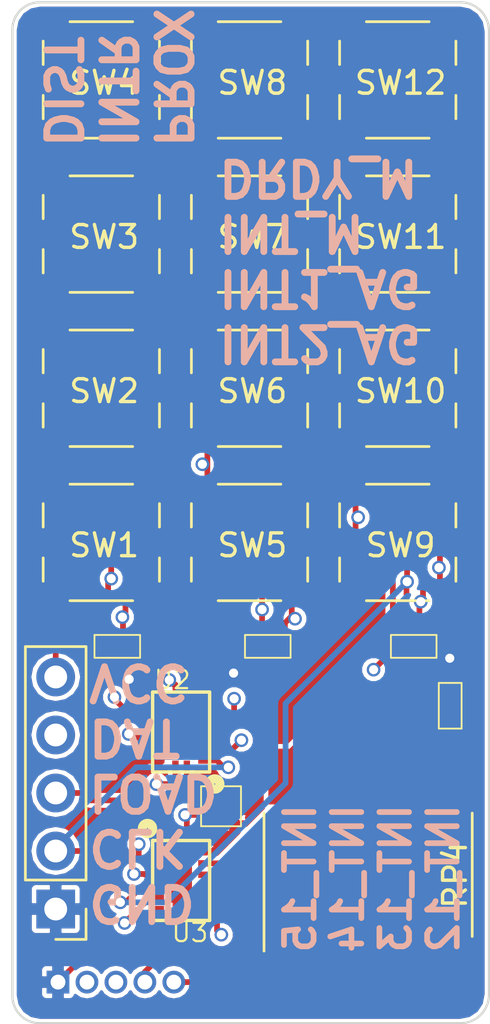
<source format=kicad_pcb>
(kicad_pcb (version 4) (host pcbnew 4.0.6)

  (general
    (links 116)
    (no_connects 0)
    (area 147.27619 109.225 174.72381 158.733333)
    (thickness 1.6)
    (drawings 12)
    (tracks 302)
    (zones 0)
    (modules 22)
    (nets 23)
  )

  (page User 150.012 125.984)
  (layers
    (0 F.Cu signal)
    (1 In1.Cu signal hide)
    (2 In2.Cu signal hide)
    (31 B.Cu signal hide)
    (32 B.Adhes user)
    (33 F.Adhes user)
    (34 B.Paste user)
    (35 F.Paste user)
    (36 B.SilkS user)
    (37 F.SilkS user)
    (38 B.Mask user)
    (39 F.Mask user)
    (40 Dwgs.User user)
    (41 Cmts.User user)
    (42 Eco1.User user)
    (44 Edge.Cuts user)
    (45 Margin user)
    (47 F.CrtYd user)
  )

  (setup
    (last_trace_width 0.25)
    (trace_clearance 0.2)
    (zone_clearance 0.14)
    (zone_45_only yes)
    (trace_min 0.2)
    (segment_width 0.2)
    (edge_width 0.1)
    (via_size 0.6)
    (via_drill 0.4)
    (via_min_size 0.4)
    (via_min_drill 0.3)
    (uvia_size 0.3)
    (uvia_drill 0.1)
    (uvias_allowed no)
    (uvia_min_size 0.2)
    (uvia_min_drill 0.1)
    (pcb_text_width 0.3)
    (pcb_text_size 1.5 1.5)
    (mod_edge_width 0.15)
    (mod_text_size 1 1)
    (mod_text_width 0.15)
    (pad_size 1.5 1.5)
    (pad_drill 0.6)
    (pad_to_mask_clearance 0)
    (aux_axis_origin 0 0)
    (visible_elements FFFFFF7F)
    (pcbplotparams
      (layerselection 0x010f0_80000007)
      (usegerberextensions false)
      (excludeedgelayer true)
      (linewidth 0.100000)
      (plotframeref false)
      (viasonmask false)
      (mode 1)
      (useauxorigin false)
      (hpglpennumber 1)
      (hpglpenspeed 20)
      (hpglpendiameter 15)
      (hpglpenoverlay 2)
      (psnegative false)
      (psa4output false)
      (plotreference true)
      (plotvalue true)
      (plotinvisibletext false)
      (padsonsilk false)
      (subtractmaskfromsilk true)
      (outputformat 1)
      (mirror false)
      (drillshape 0)
      (scaleselection 1)
      (outputdirectory FabOutputs/))
  )

  (net 0 "")
  (net 1 /VCC)
  (net 2 /IRQ_DAT)
  (net 3 /IRQ_LOAD)
  (net 4 /IRQ_CLK)
  (net 5 /GND)
  (net 6 /INT_0_2)
  (net 7 /INT_1_2)
  (net 8 /INT_2_2)
  (net 9 /INT_3_2)
  (net 10 /INT_3_1)
  (net 11 /INT_2_1)
  (net 12 /INT_1_1)
  (net 13 /INT_0_1)
  (net 14 /INT_3_0)
  (net 15 /INT_2_0)
  (net 16 /INT_1_0)
  (net 17 /INT_0_0)
  (net 18 "Net-(RP4-Pad5)")
  (net 19 "Net-(RP4-Pad6)")
  (net 20 "Net-(RP4-Pad7)")
  (net 21 "Net-(RP4-Pad8)")
  (net 22 "Net-(U2-Pad9)")

  (net_class Default "This is the default net class."
    (clearance 0.2)
    (trace_width 0.25)
    (via_dia 0.6)
    (via_drill 0.4)
    (uvia_dia 0.3)
    (uvia_drill 0.1)
    (add_net /GND)
    (add_net /INT_0_0)
    (add_net /INT_0_1)
    (add_net /INT_0_2)
    (add_net /INT_1_0)
    (add_net /INT_1_1)
    (add_net /INT_1_2)
    (add_net /INT_2_0)
    (add_net /INT_2_1)
    (add_net /INT_2_2)
    (add_net /INT_3_0)
    (add_net /INT_3_1)
    (add_net /INT_3_2)
    (add_net /IRQ_CLK)
    (add_net /IRQ_DAT)
    (add_net /IRQ_LOAD)
    (add_net /VCC)
    (add_net "Net-(RP4-Pad5)")
    (add_net "Net-(RP4-Pad6)")
    (add_net "Net-(RP4-Pad7)")
    (add_net "Net-(RP4-Pad8)")
    (add_net "Net-(U2-Pad9)")
  )

  (module Pin_Headers:Pin_Header_Straight_1x05_Pitch1.27mm (layer F.Cu) (tedit 59D4A42F) (tstamp 59151961)
    (at 20.012 61.752 90)
    (descr "Through hole straight pin header, 1x05, 1.27mm pitch, single row")
    (tags "Through hole pin header THT 1x05 1.27mm single row")
    (path /59152DC9)
    (fp_text reference P2 (at 0 -1.695 90) (layer F.SilkS) hide
      (effects (font (size 1 1) (thickness 0.15)))
    )
    (fp_text value CONN_01X05 (at 0 6.775 90) (layer F.Fab) hide
      (effects (font (size 1 1) (thickness 0.15)))
    )
    (fp_line (start -1.8 -1.15) (end -1.8 6.25) (layer F.CrtYd) (width 0.05))
    (fp_line (start -1.8 6.25) (end 1.8 6.25) (layer F.CrtYd) (width 0.05))
    (fp_line (start 1.8 6.25) (end 1.8 -1.15) (layer F.CrtYd) (width 0.05))
    (fp_line (start 1.8 -1.15) (end -1.8 -1.15) (layer F.CrtYd) (width 0.05))
    (fp_text user %R (at 0 -1.695 90) (layer F.Fab)
      (effects (font (size 1 1) (thickness 0.15)))
    )
    (pad 1 thru_hole rect (at 0 0 90) (size 1 1) (drill 0.65) (layers *.Cu *.Mask)
      (net 5 /GND))
    (pad 2 thru_hole oval (at 0 1.27 90) (size 1 1) (drill 0.65) (layers *.Cu *.Mask)
      (net 4 /IRQ_CLK))
    (pad 3 thru_hole oval (at 0 2.54 90) (size 1 1) (drill 0.65) (layers *.Cu *.Mask)
      (net 3 /IRQ_LOAD))
    (pad 4 thru_hole oval (at 0 3.81 90) (size 1 1) (drill 0.65) (layers *.Cu *.Mask)
      (net 2 /IRQ_DAT))
    (pad 5 thru_hole oval (at 0 5.08 90) (size 1 1) (drill 0.65) (layers *.Cu *.Mask)
      (net 1 /VCC))
    (model ${KISYS3DMOD}/Pin_Headers.3dshapes/Pin_Header_Straight_1x05_Pitch1.27mm.wrl
      (at (xyz 0 0 0))
      (scale (xyz 1 1 1))
      (rotate (xyz 0 0 0))
    )
  )

  (module Buttons_Switches_SMD:SW_DIP_x4_W5.08mm_Slide_Copal_CHS-A (layer F.Cu) (tedit 59151FAF) (tstamp 591528A5)
    (at 33.612 57.052 90)
    (descr "4x-dip-switch, Slide, row spacing 5.08 mm (200 mils), Copal_CHS-A")
    (tags "DIP Switch Slide 5.08mm 200mil Copal_CHS-A")
    (path /59150BF6)
    (attr smd)
    (fp_text reference RP4 (at 0 3.81 90) (layer F.SilkS)
      (effects (font (size 1 1) (thickness 0.15)))
    )
    (fp_text value R_PACK4 (at 0 3.025 90) (layer F.Fab) hide
      (effects (font (size 1 1) (thickness 0.15)))
    )
    (fp_line (start -1.7 -4.445) (end 2.7 -4.445) (layer F.Fab) (width 0.1))
    (fp_line (start 2.7 -4.445) (end 2.7 1.905) (layer F.Fab) (width 0.1))
    (fp_line (start 2.7 1.905) (end -2.7 1.905) (layer F.Fab) (width 0.1))
    (fp_line (start -2.7 1.905) (end -2.7 -3.445) (layer F.Fab) (width 0.1))
    (fp_line (start -2.7 -3.445) (end -1.7 -4.445) (layer F.Fab) (width 0.1))
    (fp_line (start -1.5 -3.425) (end -1.5 -2.925) (layer F.Fab) (width 0.1))
    (fp_line (start -1.5 -2.925) (end 1.5 -2.925) (layer F.Fab) (width 0.1))
    (fp_line (start 1.5 -2.925) (end 1.5 -3.425) (layer F.Fab) (width 0.1))
    (fp_line (start 1.5 -3.425) (end -1.5 -3.425) (layer F.Fab) (width 0.1))
    (fp_line (start 0 -3.425) (end 0 -2.925) (layer F.Fab) (width 0.1))
    (fp_line (start -1.5 -2.155) (end -1.5 -1.655) (layer F.Fab) (width 0.1))
    (fp_line (start -1.5 -1.655) (end 1.5 -1.655) (layer F.Fab) (width 0.1))
    (fp_line (start 1.5 -1.655) (end 1.5 -2.155) (layer F.Fab) (width 0.1))
    (fp_line (start 1.5 -2.155) (end -1.5 -2.155) (layer F.Fab) (width 0.1))
    (fp_line (start 0 -2.155) (end 0 -1.655) (layer F.Fab) (width 0.1))
    (fp_line (start -1.5 -0.885) (end -1.5 -0.385) (layer F.Fab) (width 0.1))
    (fp_line (start -1.5 -0.385) (end 1.5 -0.385) (layer F.Fab) (width 0.1))
    (fp_line (start 1.5 -0.385) (end 1.5 -0.885) (layer F.Fab) (width 0.1))
    (fp_line (start 1.5 -0.885) (end -1.5 -0.885) (layer F.Fab) (width 0.1))
    (fp_line (start 0 -0.885) (end 0 -0.385) (layer F.Fab) (width 0.1))
    (fp_line (start -1.5 0.385) (end -1.5 0.885) (layer F.Fab) (width 0.1))
    (fp_line (start -1.5 0.885) (end 1.5 0.885) (layer F.Fab) (width 0.1))
    (fp_line (start 1.5 0.885) (end 1.5 0.385) (layer F.Fab) (width 0.1))
    (fp_line (start 1.5 0.385) (end -1.5 0.385) (layer F.Fab) (width 0.1))
    (fp_line (start 0 0.385) (end 0 0.885) (layer F.Fab) (width 0.1))
    (fp_line (start -3.34 -4.565) (end 2.7 -4.565) (layer F.SilkS) (width 0.12))
    (fp_line (start -2.7 4.565) (end 2.7 4.565) (layer F.SilkS) (width 0.12))
    (fp_line (start -3.6 -4.87) (end -3.6 2.33) (layer F.CrtYd) (width 0.05))
    (fp_line (start -3.6 2.33) (end 3.6 2.33) (layer F.CrtYd) (width 0.05))
    (fp_line (start 3.6 2.33) (end 3.6 -4.87) (layer F.CrtYd) (width 0.05))
    (fp_line (start 3.6 -4.87) (end -3.6 -4.87) (layer F.CrtYd) (width 0.05))
    (pad 1 smd rect (at -4.3 -3.81 90) (size 2.44 1.13) (layers F.Cu F.Mask)
      (net 1 /VCC))
    (pad 5 smd rect (at 4.3 3.81 90) (size 2.44 1.13) (layers F.Cu F.Mask)
      (net 18 "Net-(RP4-Pad5)"))
    (pad 2 smd rect (at -4.3 -1.27 90) (size 2.44 1.13) (layers F.Cu F.Mask)
      (net 1 /VCC))
    (pad 6 smd rect (at 4.3 1.27 90) (size 2.44 1.13) (layers F.Cu F.Mask)
      (net 19 "Net-(RP4-Pad6)"))
    (pad 3 smd rect (at -4.3 1.27 90) (size 2.44 1.13) (layers F.Cu F.Mask)
      (net 1 /VCC))
    (pad 7 smd rect (at 4.3 -1.27 90) (size 2.44 1.13) (layers F.Cu F.Mask)
      (net 20 "Net-(RP4-Pad7)"))
    (pad 4 smd rect (at -4.3 3.81 90) (size 2.44 1.13) (layers F.Cu F.Mask)
      (net 1 /VCC))
    (pad 8 smd rect (at 4.3 -3.81 90) (size 2.44 1.13) (layers F.Cu F.Mask)
      (net 21 "Net-(RP4-Pad8)"))
    (model Buttons_Switches_SMD.3dshapes/SW_DIP_x4_W5.08mm_Slide_Copal_CHS-A.wrl
      (at (xyz 0 0 0))
      (scale (xyz 1 1 1))
      (rotate (xyz 0 0 0))
    )
  )

  (module r2Parts:RES_4_EXBN8V (layer F.Cu) (tedit 591512D1) (tstamp 59151971)
    (at 22.612 47.052 90)
    (descr "SMT resistor net, Bourns CAT16 series, 4 way")
    (path /5915127D)
    (attr smd)
    (fp_text reference RP1 (at 0.025 0 180) (layer F.SilkS) hide
      (effects (font (size 0.20066 0.20066) (thickness 0.04064)))
    )
    (fp_text value R_PACK4 (at -0.125 1.325 90) (layer F.SilkS) hide
      (effects (font (size 0.20066 0.20066) (thickness 0.04064)))
    )
    (fp_line (start -0.5 -1) (end -0.5 1) (layer F.SilkS) (width 0.08))
    (fp_line (start -0.5 1) (end 0.5 1) (layer F.SilkS) (width 0.08))
    (fp_line (start 0.5 -1) (end -0.5 -1) (layer F.SilkS) (width 0.08))
    (fp_line (start 0.5 1) (end 0.5 -1) (layer F.SilkS) (width 0.08))
    (pad 1 smd rect (at 0.5 0.75 90) (size 0.4 0.3) (layers F.Cu F.Paste F.Mask)
      (net 9 /INT_3_2))
    (pad 2 smd rect (at 0.5 0.25 90) (size 0.4 0.3) (layers F.Cu F.Paste F.Mask)
      (net 8 /INT_2_2))
    (pad 3 smd rect (at 0.5 -0.25 90) (size 0.4 0.3) (layers F.Cu F.Paste F.Mask)
      (net 7 /INT_1_2))
    (pad 4 smd rect (at 0.5 -0.75 90) (size 0.4 0.3) (layers F.Cu F.Paste F.Mask)
      (net 6 /INT_0_2))
    (pad 5 smd rect (at -0.5 -0.75 90) (size 0.4 0.3) (layers F.Cu F.Paste F.Mask)
      (net 5 /GND))
    (pad 6 smd rect (at -0.5 -0.25 90) (size 0.4 0.3) (layers F.Cu F.Paste F.Mask)
      (net 5 /GND))
    (pad 7 smd rect (at -0.5 0.25 90) (size 0.4 0.3) (layers F.Cu F.Paste F.Mask)
      (net 5 /GND))
    (pad 8 smd rect (at -0.5 0.75 90) (size 0.4 0.3) (layers F.Cu F.Paste F.Mask)
      (net 5 /GND))
    (model smd/resistors/r_cat16-4.wrl
      (at (xyz 0 0 0))
      (scale (xyz 1 1 1))
      (rotate (xyz 0 0 0))
    )
  )

  (module r2Parts:RES_4_EXBN8V (layer F.Cu) (tedit 591512E4) (tstamp 59151981)
    (at 29.212 47.052 90)
    (descr "SMT resistor net, Bourns CAT16 series, 4 way")
    (path /59153989)
    (attr smd)
    (fp_text reference RP2 (at 0.025 0 180) (layer F.SilkS) hide
      (effects (font (size 0.20066 0.20066) (thickness 0.04064)))
    )
    (fp_text value R_PACK4 (at -0.125 1.325 90) (layer F.SilkS) hide
      (effects (font (size 0.20066 0.20066) (thickness 0.04064)))
    )
    (fp_line (start -0.5 -1) (end -0.5 1) (layer F.SilkS) (width 0.08))
    (fp_line (start -0.5 1) (end 0.5 1) (layer F.SilkS) (width 0.08))
    (fp_line (start 0.5 -1) (end -0.5 -1) (layer F.SilkS) (width 0.08))
    (fp_line (start 0.5 1) (end 0.5 -1) (layer F.SilkS) (width 0.08))
    (pad 1 smd rect (at 0.5 0.75 90) (size 0.4 0.3) (layers F.Cu F.Paste F.Mask)
      (net 13 /INT_0_1))
    (pad 2 smd rect (at 0.5 0.25 90) (size 0.4 0.3) (layers F.Cu F.Paste F.Mask)
      (net 12 /INT_1_1))
    (pad 3 smd rect (at 0.5 -0.25 90) (size 0.4 0.3) (layers F.Cu F.Paste F.Mask)
      (net 11 /INT_2_1))
    (pad 4 smd rect (at 0.5 -0.75 90) (size 0.4 0.3) (layers F.Cu F.Paste F.Mask)
      (net 10 /INT_3_1))
    (pad 5 smd rect (at -0.5 -0.75 90) (size 0.4 0.3) (layers F.Cu F.Paste F.Mask)
      (net 5 /GND))
    (pad 6 smd rect (at -0.5 -0.25 90) (size 0.4 0.3) (layers F.Cu F.Paste F.Mask)
      (net 5 /GND))
    (pad 7 smd rect (at -0.5 0.25 90) (size 0.4 0.3) (layers F.Cu F.Paste F.Mask)
      (net 5 /GND))
    (pad 8 smd rect (at -0.5 0.75 90) (size 0.4 0.3) (layers F.Cu F.Paste F.Mask)
      (net 5 /GND))
    (model smd/resistors/r_cat16-4.wrl
      (at (xyz 0 0 0))
      (scale (xyz 1 1 1))
      (rotate (xyz 0 0 0))
    )
  )

  (module r2Parts:RES_4_EXBN8V (layer F.Cu) (tedit 591512DE) (tstamp 59151991)
    (at 35.612 47.052 90)
    (descr "SMT resistor net, Bourns CAT16 series, 4 way")
    (path /591539ED)
    (attr smd)
    (fp_text reference RP3 (at 0.025 0 180) (layer F.SilkS) hide
      (effects (font (size 0.20066 0.20066) (thickness 0.04064)))
    )
    (fp_text value R_PACK4 (at -0.125 1.325 90) (layer F.SilkS) hide
      (effects (font (size 0.20066 0.20066) (thickness 0.04064)))
    )
    (fp_line (start -0.5 -1) (end -0.5 1) (layer F.SilkS) (width 0.08))
    (fp_line (start -0.5 1) (end 0.5 1) (layer F.SilkS) (width 0.08))
    (fp_line (start 0.5 -1) (end -0.5 -1) (layer F.SilkS) (width 0.08))
    (fp_line (start 0.5 1) (end 0.5 -1) (layer F.SilkS) (width 0.08))
    (pad 1 smd rect (at 0.5 0.75 90) (size 0.4 0.3) (layers F.Cu F.Paste F.Mask)
      (net 17 /INT_0_0))
    (pad 2 smd rect (at 0.5 0.25 90) (size 0.4 0.3) (layers F.Cu F.Paste F.Mask)
      (net 16 /INT_1_0))
    (pad 3 smd rect (at 0.5 -0.25 90) (size 0.4 0.3) (layers F.Cu F.Paste F.Mask)
      (net 15 /INT_2_0))
    (pad 4 smd rect (at 0.5 -0.75 90) (size 0.4 0.3) (layers F.Cu F.Paste F.Mask)
      (net 14 /INT_3_0))
    (pad 5 smd rect (at -0.5 -0.75 90) (size 0.4 0.3) (layers F.Cu F.Paste F.Mask)
      (net 5 /GND))
    (pad 6 smd rect (at -0.5 -0.25 90) (size 0.4 0.3) (layers F.Cu F.Paste F.Mask)
      (net 5 /GND))
    (pad 7 smd rect (at -0.5 0.25 90) (size 0.4 0.3) (layers F.Cu F.Paste F.Mask)
      (net 5 /GND))
    (pad 8 smd rect (at -0.5 0.75 90) (size 0.4 0.3) (layers F.Cu F.Paste F.Mask)
      (net 5 /GND))
    (model smd/resistors/r_cat16-4.wrl
      (at (xyz 0 0 0))
      (scale (xyz 1 1 1))
      (rotate (xyz 0 0 0))
    )
  )

  (module r2Parts:RES_4_EXBN8V (layer F.Cu) (tedit 591512D6) (tstamp 591519A1)
    (at 37.212 49.652)
    (descr "SMT resistor net, Bourns CAT16 series, 4 way")
    (path /59153AE6)
    (attr smd)
    (fp_text reference RP5 (at 0.025 0 90) (layer F.SilkS) hide
      (effects (font (size 0.20066 0.20066) (thickness 0.04064)))
    )
    (fp_text value R_PACK4 (at -0.125 1.325) (layer F.SilkS) hide
      (effects (font (size 0.20066 0.20066) (thickness 0.04064)))
    )
    (fp_line (start -0.5 -1) (end -0.5 1) (layer F.SilkS) (width 0.08))
    (fp_line (start -0.5 1) (end 0.5 1) (layer F.SilkS) (width 0.08))
    (fp_line (start 0.5 -1) (end -0.5 -1) (layer F.SilkS) (width 0.08))
    (fp_line (start 0.5 1) (end 0.5 -1) (layer F.SilkS) (width 0.08))
    (pad 1 smd rect (at 0.5 0.75) (size 0.4 0.3) (layers F.Cu F.Paste F.Mask)
      (net 5 /GND))
    (pad 2 smd rect (at 0.5 0.25) (size 0.4 0.3) (layers F.Cu F.Paste F.Mask)
      (net 5 /GND))
    (pad 3 smd rect (at 0.5 -0.25) (size 0.4 0.3) (layers F.Cu F.Paste F.Mask)
      (net 5 /GND))
    (pad 4 smd rect (at 0.5 -0.75) (size 0.4 0.3) (layers F.Cu F.Paste F.Mask)
      (net 5 /GND))
    (pad 5 smd rect (at -0.5 -0.75) (size 0.4 0.3) (layers F.Cu F.Paste F.Mask)
      (net 21 "Net-(RP4-Pad8)"))
    (pad 6 smd rect (at -0.5 -0.25) (size 0.4 0.3) (layers F.Cu F.Paste F.Mask)
      (net 20 "Net-(RP4-Pad7)"))
    (pad 7 smd rect (at -0.5 0.25) (size 0.4 0.3) (layers F.Cu F.Paste F.Mask)
      (net 19 "Net-(RP4-Pad6)"))
    (pad 8 smd rect (at -0.5 0.75) (size 0.4 0.3) (layers F.Cu F.Paste F.Mask)
      (net 18 "Net-(RP4-Pad5)"))
    (model smd/resistors/r_cat16-4.wrl
      (at (xyz 0 0 0))
      (scale (xyz 1 1 1))
      (rotate (xyz 0 0 0))
    )
  )

  (module DHVQFN16-3.5x2.5 (layer F.Cu) (tedit 55CB1361) (tstamp 591519BB)
    (at 25.412 50.802 90)
    (path /55B7E52C)
    (attr smd)
    (fp_text reference U2 (at 2.28854 -0.38608 180) (layer F.SilkS)
      (effects (font (size 0.80076 0.80076) (thickness 0.1)))
    )
    (fp_text value 74HC165 (at -2.5273 2.9718 90) (layer F.SilkS) hide
      (effects (font (size 0.80076 0.80076) (thickness 0.1)))
    )
    (fp_circle (center -2.275 1.475) (end -2.25 1.475) (layer F.SilkS) (width 0.4))
    (fp_line (start -1.75 -1.25) (end -1.75 1.25) (layer F.SilkS) (width 0.14986))
    (fp_line (start -1.75 1.25) (end 1.75 1.25) (layer F.SilkS) (width 0.14986))
    (fp_line (start 1.75 1.25) (end 1.75 -1.25) (layer F.SilkS) (width 0.14986))
    (fp_line (start -1.75 -1.25) (end 1.75 -1.25) (layer F.SilkS) (width 0.14986))
    (pad 1 smd rect (at -1.5 0.25 180) (size 0.28 0.5) (layers F.Cu F.Paste F.Mask)
      (net 3 /IRQ_LOAD))
    (pad 2 smd rect (at -1.25 1 90) (size 0.28 0.5) (layers F.Cu F.Paste F.Mask)
      (net 4 /IRQ_CLK))
    (pad 3 smd rect (at -0.75 1 90) (size 0.28 0.5) (layers F.Cu F.Paste F.Mask)
      (net 13 /INT_0_1))
    (pad 4 smd rect (at -0.25 1 90) (size 0.28 0.5) (layers F.Cu F.Paste F.Mask)
      (net 12 /INT_1_1))
    (pad 5 smd rect (at 0.25 1 90) (size 0.28 0.5) (layers F.Cu F.Paste F.Mask)
      (net 11 /INT_2_1))
    (pad 6 smd rect (at 0.75 1 90) (size 0.28 0.5) (layers F.Cu F.Paste F.Mask)
      (net 10 /INT_3_1))
    (pad 7 smd rect (at 1.25 1 90) (size 0.28 0.5) (layers F.Cu F.Paste F.Mask))
    (pad 8 smd rect (at 1.5 0.25) (size 0.28 0.5) (layers F.Cu F.Paste F.Mask)
      (net 5 /GND))
    (pad 9 smd rect (at 1.5 -0.25) (size 0.28 0.5) (layers F.Cu F.Paste F.Mask)
      (net 22 "Net-(U2-Pad9)"))
    (pad 10 smd rect (at 1.25 -1 90) (size 0.28 0.5) (layers F.Cu F.Paste F.Mask)
      (net 5 /GND))
    (pad 11 smd rect (at 0.75 -1 90) (size 0.28 0.5) (layers F.Cu F.Paste F.Mask)
      (net 9 /INT_3_2))
    (pad 12 smd rect (at 0.25 -1 90) (size 0.28 0.5) (layers F.Cu F.Paste F.Mask)
      (net 8 /INT_2_2))
    (pad 13 smd rect (at -0.25 -1 90) (size 0.28 0.5) (layers F.Cu F.Paste F.Mask)
      (net 7 /INT_1_2))
    (pad 14 smd rect (at -0.75 -1 90) (size 0.28 0.5) (layers F.Cu F.Paste F.Mask)
      (net 6 /INT_0_2))
    (pad 15 smd rect (at -1.25 -1 90) (size 0.28 0.5) (layers F.Cu F.Paste F.Mask)
      (net 5 /GND))
    (pad 16 smd rect (at -1.5 -0.25 180) (size 0.28 0.5) (layers F.Cu F.Paste F.Mask)
      (net 1 /VCC))
    (pad 0 smd rect (at 0 0 270) (size 1.95 0.95) (layers F.Cu F.Paste F.Mask)
      (net 5 /GND) (solder_paste_margin -0.2))
    (model smd/qfn24.wrl
      (at (xyz 0 0 0))
      (scale (xyz 1 1 1))
      (rotate (xyz 0 0 0))
    )
  )

  (module DHVQFN16-3.5x2.5 (layer F.Cu) (tedit 55CB1361) (tstamp 591519D5)
    (at 25.412 57.302 270)
    (path /55B7E51F)
    (attr smd)
    (fp_text reference U3 (at 2.28854 -0.38608 360) (layer F.SilkS)
      (effects (font (size 0.80076 0.80076) (thickness 0.1)))
    )
    (fp_text value 74HC165 (at -2.5273 2.9718 270) (layer F.SilkS) hide
      (effects (font (size 0.80076 0.80076) (thickness 0.1)))
    )
    (fp_circle (center -2.275 1.475) (end -2.25 1.475) (layer F.SilkS) (width 0.4))
    (fp_line (start -1.75 -1.25) (end -1.75 1.25) (layer F.SilkS) (width 0.14986))
    (fp_line (start -1.75 1.25) (end 1.75 1.25) (layer F.SilkS) (width 0.14986))
    (fp_line (start 1.75 1.25) (end 1.75 -1.25) (layer F.SilkS) (width 0.14986))
    (fp_line (start -1.75 -1.25) (end 1.75 -1.25) (layer F.SilkS) (width 0.14986))
    (pad 1 smd rect (at -1.5 0.25) (size 0.28 0.5) (layers F.Cu F.Paste F.Mask)
      (net 3 /IRQ_LOAD))
    (pad 2 smd rect (at -1.25 1 270) (size 0.28 0.5) (layers F.Cu F.Paste F.Mask)
      (net 4 /IRQ_CLK))
    (pad 3 smd rect (at -0.75 1 270) (size 0.28 0.5) (layers F.Cu F.Paste F.Mask)
      (net 17 /INT_0_0))
    (pad 4 smd rect (at -0.25 1 270) (size 0.28 0.5) (layers F.Cu F.Paste F.Mask)
      (net 16 /INT_1_0))
    (pad 5 smd rect (at 0.25 1 270) (size 0.28 0.5) (layers F.Cu F.Paste F.Mask)
      (net 15 /INT_2_0))
    (pad 6 smd rect (at 0.75 1 270) (size 0.28 0.5) (layers F.Cu F.Paste F.Mask)
      (net 14 /INT_3_0))
    (pad 7 smd rect (at 1.25 1 270) (size 0.28 0.5) (layers F.Cu F.Paste F.Mask))
    (pad 8 smd rect (at 1.5 0.25 180) (size 0.28 0.5) (layers F.Cu F.Paste F.Mask)
      (net 5 /GND))
    (pad 9 smd rect (at 1.5 -0.25 180) (size 0.28 0.5) (layers F.Cu F.Paste F.Mask)
      (net 2 /IRQ_DAT))
    (pad 10 smd rect (at 1.25 -1 270) (size 0.28 0.5) (layers F.Cu F.Paste F.Mask)
      (net 22 "Net-(U2-Pad9)"))
    (pad 11 smd rect (at 0.75 -1 270) (size 0.28 0.5) (layers F.Cu F.Paste F.Mask)
      (net 18 "Net-(RP4-Pad5)"))
    (pad 12 smd rect (at 0.25 -1 270) (size 0.28 0.5) (layers F.Cu F.Paste F.Mask)
      (net 19 "Net-(RP4-Pad6)"))
    (pad 13 smd rect (at -0.25 -1 270) (size 0.28 0.5) (layers F.Cu F.Paste F.Mask)
      (net 20 "Net-(RP4-Pad7)"))
    (pad 14 smd rect (at -0.75 -1 270) (size 0.28 0.5) (layers F.Cu F.Paste F.Mask)
      (net 21 "Net-(RP4-Pad8)"))
    (pad 15 smd rect (at -1.25 -1 270) (size 0.28 0.5) (layers F.Cu F.Paste F.Mask)
      (net 5 /GND))
    (pad 16 smd rect (at -1.5 -0.25) (size 0.28 0.5) (layers F.Cu F.Paste F.Mask)
      (net 1 /VCC))
    (pad 0 smd rect (at 0 0 90) (size 1.95 0.95) (layers F.Cu F.Paste F.Mask)
      (net 5 /GND) (solder_paste_margin -0.2))
    (model smd/qfn24.wrl
      (at (xyz 0 0 0))
      (scale (xyz 1 1 1))
      (rotate (xyz 0 0 0))
    )
  )

  (module Pin_Headers:Pin_Header_Straight_1x05_Pitch2.54mm (layer F.Cu) (tedit 59151D58) (tstamp 59151949)
    (at 19.912 58.552 180)
    (descr "Through hole straight pin header, 1x05, 2.54mm pitch, single row")
    (tags "Through hole pin header THT 1x05 2.54mm single row")
    (path /5915304F)
    (fp_text reference P1 (at 0 -2.33 180) (layer F.SilkS) hide
      (effects (font (size 1 1) (thickness 0.15)))
    )
    (fp_text value CONN_01X05 (at 0 12.49 180) (layer F.Fab) hide
      (effects (font (size 1 1) (thickness 0.15)))
    )
    (fp_line (start -1.27 -1.27) (end -1.27 11.43) (layer F.Fab) (width 0.1))
    (fp_line (start -1.27 11.43) (end 1.27 11.43) (layer F.Fab) (width 0.1))
    (fp_line (start 1.27 11.43) (end 1.27 -1.27) (layer F.Fab) (width 0.1))
    (fp_line (start 1.27 -1.27) (end -1.27 -1.27) (layer F.Fab) (width 0.1))
    (fp_line (start -1.33 1.27) (end -1.33 11.49) (layer F.SilkS) (width 0.12))
    (fp_line (start -1.33 11.49) (end 1.33 11.49) (layer F.SilkS) (width 0.12))
    (fp_line (start 1.33 11.49) (end 1.33 1.27) (layer F.SilkS) (width 0.12))
    (fp_line (start 1.33 1.27) (end -1.33 1.27) (layer F.SilkS) (width 0.12))
    (fp_line (start -1.33 0) (end -1.33 -1.33) (layer F.SilkS) (width 0.12))
    (fp_line (start -1.33 -1.33) (end 0 -1.33) (layer F.SilkS) (width 0.12))
    (fp_line (start -1.8 -1.8) (end -1.8 11.95) (layer F.CrtYd) (width 0.05))
    (fp_line (start -1.8 11.95) (end 1.8 11.95) (layer F.CrtYd) (width 0.05))
    (fp_line (start 1.8 11.95) (end 1.8 -1.8) (layer F.CrtYd) (width 0.05))
    (fp_line (start 1.8 -1.8) (end -1.8 -1.8) (layer F.CrtYd) (width 0.05))
    (fp_text user %R (at 0 -2.33 180) (layer F.Fab)
      (effects (font (size 1 1) (thickness 0.15)))
    )
    (pad 1 thru_hole rect (at 0 0 180) (size 1.7 1.7) (drill 1) (layers *.Cu *.Mask)
      (net 5 /GND))
    (pad 2 thru_hole oval (at 0 2.54 180) (size 1.7 1.7) (drill 1) (layers *.Cu *.Mask)
      (net 4 /IRQ_CLK))
    (pad 3 thru_hole oval (at 0 5.08 180) (size 1.7 1.7) (drill 1) (layers *.Cu *.Mask)
      (net 3 /IRQ_LOAD))
    (pad 4 thru_hole oval (at 0 7.62 180) (size 1.7 1.7) (drill 1) (layers *.Cu *.Mask)
      (net 2 /IRQ_DAT))
    (pad 5 thru_hole oval (at 0 10.16 180) (size 1.7 1.7) (drill 1) (layers *.Cu *.Mask)
      (net 1 /VCC))
    (model ${KISYS3DMOD}/Pin_Headers.3dshapes/Pin_Header_Straight_1x05_Pitch2.54mm.wrl
      (at (xyz 0 -0.2 0))
      (scale (xyz 1 1 1))
      (rotate (xyz 0 0 90))
    )
  )

  (module Buttons_Switches_SMD:SW_SPST_Panasonic_EVQPL_3PL_5PL_PT_A15 (layer F.Cu) (tedit 591521B2) (tstamp 591522D5)
    (at 21.912 42.502 180)
    (descr "Light Touch Switch, http://industrial.panasonic.com/cdbs/www-data/pdf/ATK0000/ATK0000CE3.pdf")
    (tags "SMD SMT SPST EVQPL EVQPT")
    (path /59151C62)
    (attr smd)
    (fp_text reference SW1 (at -0.125 -0.125 180) (layer F.SilkS)
      (effects (font (size 1 1) (thickness 0.15)))
    )
    (fp_text value SW_PUSH_SMALL_H (at 0 4 180) (layer F.Fab) hide
      (effects (font (size 1 1) (thickness 0.15)))
    )
    (fp_line (start -3.25 3.2) (end -3.25 -3.2) (layer F.CrtYd) (width 0.05))
    (fp_text user %R (at 0 -4 180) (layer F.Fab)
      (effects (font (size 1 1) (thickness 0.15)))
    )
    (fp_line (start -2.55 -1.7) (end -2.55 -0.675) (layer F.SilkS) (width 0.12))
    (fp_line (start -1.375 -2.55) (end 1.375 -2.55) (layer F.SilkS) (width 0.12))
    (fp_circle (center 0 0) (end 1.2 0) (layer F.Fab) (width 0.1))
    (fp_line (start 2.45 2.45) (end -2.45 2.45) (layer F.Fab) (width 0.1))
    (fp_line (start 2.45 -2.45) (end 2.45 2.45) (layer F.Fab) (width 0.1))
    (fp_line (start -2.45 -2.45) (end 2.45 -2.45) (layer F.Fab) (width 0.1))
    (fp_line (start -2.45 -2.45) (end -2.45 2.45) (layer F.Fab) (width 0.1))
    (fp_line (start -1.375 2.55) (end 1.375 2.55) (layer F.SilkS) (width 0.12))
    (fp_line (start -2.55 0.675) (end -2.55 1.7) (layer F.SilkS) (width 0.12))
    (fp_line (start 2.55 -1.7) (end 2.55 -0.675) (layer F.SilkS) (width 0.12))
    (fp_line (start 2.55 0.675) (end 2.55 1.7) (layer F.SilkS) (width 0.12))
    (fp_line (start 3.25 3.2) (end 3.25 -3.2) (layer F.CrtYd) (width 0.05))
    (fp_line (start -3.25 -3.2) (end 3.25 -3.2) (layer F.CrtYd) (width 0.05))
    (fp_line (start -3.25 3.2) (end 3.25 3.2) (layer F.CrtYd) (width 0.05))
    (pad 1 smd rect (at -1.85 2.2 180) (size 0.6 1) (layers F.Cu F.Paste F.Mask)
      (net 9 /INT_3_2))
    (pad 1 smd rect (at -1.85 -2.2 180) (size 0.6 1) (layers F.Cu F.Paste F.Mask)
      (net 9 /INT_3_2))
    (pad 2 smd rect (at 1.85 -2.2 180) (size 0.6 1) (layers F.Cu F.Paste F.Mask)
      (net 1 /VCC))
    (pad 2 smd rect (at 1.85 2.2 180) (size 0.6 1) (layers F.Cu F.Paste F.Mask)
      (net 1 /VCC))
    (pad 0 smd rect (at -2.525 0 180) (size 0.45 1) (layers F.Cu F.Paste F.Mask))
    (pad 0 smd rect (at 2.525 0 180) (size 0.45 1) (layers F.Cu F.Paste F.Mask))
    (model Buttons_Switches_SMD.3dshapes/SW_SPST_Panasonic_EVQPL_3PL_5PL_PT_A15.wrl
      (at (xyz 0 0 0))
      (scale (xyz 1 1 1))
      (rotate (xyz 0 0 0))
    )
  )

  (module Buttons_Switches_SMD:SW_SPST_Panasonic_EVQPL_3PL_5PL_PT_A15 (layer F.Cu) (tedit 591521B6) (tstamp 591522EF)
    (at 21.912 35.752 180)
    (descr "Light Touch Switch, http://industrial.panasonic.com/cdbs/www-data/pdf/ATK0000/ATK0000CE3.pdf")
    (tags "SMD SMT SPST EVQPL EVQPT")
    (path /5915411C)
    (attr smd)
    (fp_text reference SW2 (at -0.125 -0.125 180) (layer F.SilkS)
      (effects (font (size 1 1) (thickness 0.15)))
    )
    (fp_text value SW_PUSH_SMALL_H (at 0 4 180) (layer F.Fab) hide
      (effects (font (size 1 1) (thickness 0.15)))
    )
    (fp_line (start -3.25 3.2) (end -3.25 -3.2) (layer F.CrtYd) (width 0.05))
    (fp_text user %R (at 0 -4 180) (layer F.Fab)
      (effects (font (size 1 1) (thickness 0.15)))
    )
    (fp_line (start -2.55 -1.7) (end -2.55 -0.675) (layer F.SilkS) (width 0.12))
    (fp_line (start -1.375 -2.55) (end 1.375 -2.55) (layer F.SilkS) (width 0.12))
    (fp_circle (center 0 0) (end 1.2 0) (layer F.Fab) (width 0.1))
    (fp_line (start 2.45 2.45) (end -2.45 2.45) (layer F.Fab) (width 0.1))
    (fp_line (start 2.45 -2.45) (end 2.45 2.45) (layer F.Fab) (width 0.1))
    (fp_line (start -2.45 -2.45) (end 2.45 -2.45) (layer F.Fab) (width 0.1))
    (fp_line (start -2.45 -2.45) (end -2.45 2.45) (layer F.Fab) (width 0.1))
    (fp_line (start -1.375 2.55) (end 1.375 2.55) (layer F.SilkS) (width 0.12))
    (fp_line (start -2.55 0.675) (end -2.55 1.7) (layer F.SilkS) (width 0.12))
    (fp_line (start 2.55 -1.7) (end 2.55 -0.675) (layer F.SilkS) (width 0.12))
    (fp_line (start 2.55 0.675) (end 2.55 1.7) (layer F.SilkS) (width 0.12))
    (fp_line (start 3.25 3.2) (end 3.25 -3.2) (layer F.CrtYd) (width 0.05))
    (fp_line (start -3.25 -3.2) (end 3.25 -3.2) (layer F.CrtYd) (width 0.05))
    (fp_line (start -3.25 3.2) (end 3.25 3.2) (layer F.CrtYd) (width 0.05))
    (pad 1 smd rect (at -1.85 2.2 180) (size 0.6 1) (layers F.Cu F.Paste F.Mask)
      (net 8 /INT_2_2))
    (pad 1 smd rect (at -1.85 -2.2 180) (size 0.6 1) (layers F.Cu F.Paste F.Mask)
      (net 8 /INT_2_2))
    (pad 2 smd rect (at 1.85 -2.2 180) (size 0.6 1) (layers F.Cu F.Paste F.Mask)
      (net 1 /VCC))
    (pad 2 smd rect (at 1.85 2.2 180) (size 0.6 1) (layers F.Cu F.Paste F.Mask)
      (net 1 /VCC))
    (pad 0 smd rect (at -2.525 0 180) (size 0.45 1) (layers F.Cu F.Paste F.Mask))
    (pad 0 smd rect (at 2.525 0 180) (size 0.45 1) (layers F.Cu F.Paste F.Mask))
    (model Buttons_Switches_SMD.3dshapes/SW_SPST_Panasonic_EVQPL_3PL_5PL_PT_A15.wrl
      (at (xyz 0 0 0))
      (scale (xyz 1 1 1))
      (rotate (xyz 0 0 0))
    )
  )

  (module Buttons_Switches_SMD:SW_SPST_Panasonic_EVQPL_3PL_5PL_PT_A15 (layer F.Cu) (tedit 591521BE) (tstamp 59152309)
    (at 21.912 29.002 180)
    (descr "Light Touch Switch, http://industrial.panasonic.com/cdbs/www-data/pdf/ATK0000/ATK0000CE3.pdf")
    (tags "SMD SMT SPST EVQPL EVQPT")
    (path /59154155)
    (attr smd)
    (fp_text reference SW3 (at -0.125 -0.125 180) (layer F.SilkS)
      (effects (font (size 1 1) (thickness 0.15)))
    )
    (fp_text value SW_PUSH_SMALL_H (at 0 4 180) (layer F.Fab) hide
      (effects (font (size 1 1) (thickness 0.15)))
    )
    (fp_line (start -3.25 3.2) (end -3.25 -3.2) (layer F.CrtYd) (width 0.05))
    (fp_text user %R (at 0 -4 180) (layer F.Fab)
      (effects (font (size 1 1) (thickness 0.15)))
    )
    (fp_line (start -2.55 -1.7) (end -2.55 -0.675) (layer F.SilkS) (width 0.12))
    (fp_line (start -1.375 -2.55) (end 1.375 -2.55) (layer F.SilkS) (width 0.12))
    (fp_circle (center 0 0) (end 1.2 0) (layer F.Fab) (width 0.1))
    (fp_line (start 2.45 2.45) (end -2.45 2.45) (layer F.Fab) (width 0.1))
    (fp_line (start 2.45 -2.45) (end 2.45 2.45) (layer F.Fab) (width 0.1))
    (fp_line (start -2.45 -2.45) (end 2.45 -2.45) (layer F.Fab) (width 0.1))
    (fp_line (start -2.45 -2.45) (end -2.45 2.45) (layer F.Fab) (width 0.1))
    (fp_line (start -1.375 2.55) (end 1.375 2.55) (layer F.SilkS) (width 0.12))
    (fp_line (start -2.55 0.675) (end -2.55 1.7) (layer F.SilkS) (width 0.12))
    (fp_line (start 2.55 -1.7) (end 2.55 -0.675) (layer F.SilkS) (width 0.12))
    (fp_line (start 2.55 0.675) (end 2.55 1.7) (layer F.SilkS) (width 0.12))
    (fp_line (start 3.25 3.2) (end 3.25 -3.2) (layer F.CrtYd) (width 0.05))
    (fp_line (start -3.25 -3.2) (end 3.25 -3.2) (layer F.CrtYd) (width 0.05))
    (fp_line (start -3.25 3.2) (end 3.25 3.2) (layer F.CrtYd) (width 0.05))
    (pad 1 smd rect (at -1.85 2.2 180) (size 0.6 1) (layers F.Cu F.Paste F.Mask)
      (net 7 /INT_1_2))
    (pad 1 smd rect (at -1.85 -2.2 180) (size 0.6 1) (layers F.Cu F.Paste F.Mask)
      (net 7 /INT_1_2))
    (pad 2 smd rect (at 1.85 -2.2 180) (size 0.6 1) (layers F.Cu F.Paste F.Mask)
      (net 1 /VCC))
    (pad 2 smd rect (at 1.85 2.2 180) (size 0.6 1) (layers F.Cu F.Paste F.Mask)
      (net 1 /VCC))
    (pad 0 smd rect (at -2.525 0 180) (size 0.45 1) (layers F.Cu F.Paste F.Mask))
    (pad 0 smd rect (at 2.525 0 180) (size 0.45 1) (layers F.Cu F.Paste F.Mask))
    (model Buttons_Switches_SMD.3dshapes/SW_SPST_Panasonic_EVQPL_3PL_5PL_PT_A15.wrl
      (at (xyz 0 0 0))
      (scale (xyz 1 1 1))
      (rotate (xyz 0 0 0))
    )
  )

  (module Buttons_Switches_SMD:SW_SPST_Panasonic_EVQPL_3PL_5PL_PT_A15 (layer F.Cu) (tedit 591521C1) (tstamp 59152323)
    (at 21.912 22.252 180)
    (descr "Light Touch Switch, http://industrial.panasonic.com/cdbs/www-data/pdf/ATK0000/ATK0000CE3.pdf")
    (tags "SMD SMT SPST EVQPL EVQPT")
    (path /5915418D)
    (attr smd)
    (fp_text reference SW4 (at -0.125 -0.125 180) (layer F.SilkS)
      (effects (font (size 1 1) (thickness 0.15)))
    )
    (fp_text value SW_PUSH_SMALL_H (at 0 4 180) (layer F.Fab) hide
      (effects (font (size 1 1) (thickness 0.15)))
    )
    (fp_line (start -3.25 3.2) (end -3.25 -3.2) (layer F.CrtYd) (width 0.05))
    (fp_text user %R (at 0 -4 180) (layer F.Fab)
      (effects (font (size 1 1) (thickness 0.15)))
    )
    (fp_line (start -2.55 -1.7) (end -2.55 -0.675) (layer F.SilkS) (width 0.12))
    (fp_line (start -1.375 -2.55) (end 1.375 -2.55) (layer F.SilkS) (width 0.12))
    (fp_circle (center 0 0) (end 1.2 0) (layer F.Fab) (width 0.1))
    (fp_line (start 2.45 2.45) (end -2.45 2.45) (layer F.Fab) (width 0.1))
    (fp_line (start 2.45 -2.45) (end 2.45 2.45) (layer F.Fab) (width 0.1))
    (fp_line (start -2.45 -2.45) (end 2.45 -2.45) (layer F.Fab) (width 0.1))
    (fp_line (start -2.45 -2.45) (end -2.45 2.45) (layer F.Fab) (width 0.1))
    (fp_line (start -1.375 2.55) (end 1.375 2.55) (layer F.SilkS) (width 0.12))
    (fp_line (start -2.55 0.675) (end -2.55 1.7) (layer F.SilkS) (width 0.12))
    (fp_line (start 2.55 -1.7) (end 2.55 -0.675) (layer F.SilkS) (width 0.12))
    (fp_line (start 2.55 0.675) (end 2.55 1.7) (layer F.SilkS) (width 0.12))
    (fp_line (start 3.25 3.2) (end 3.25 -3.2) (layer F.CrtYd) (width 0.05))
    (fp_line (start -3.25 -3.2) (end 3.25 -3.2) (layer F.CrtYd) (width 0.05))
    (fp_line (start -3.25 3.2) (end 3.25 3.2) (layer F.CrtYd) (width 0.05))
    (pad 1 smd rect (at -1.85 2.2 180) (size 0.6 1) (layers F.Cu F.Paste F.Mask)
      (net 6 /INT_0_2))
    (pad 1 smd rect (at -1.85 -2.2 180) (size 0.6 1) (layers F.Cu F.Paste F.Mask)
      (net 6 /INT_0_2))
    (pad 2 smd rect (at 1.85 -2.2 180) (size 0.6 1) (layers F.Cu F.Paste F.Mask)
      (net 1 /VCC))
    (pad 2 smd rect (at 1.85 2.2 180) (size 0.6 1) (layers F.Cu F.Paste F.Mask)
      (net 1 /VCC))
    (pad 0 smd rect (at -2.525 0 180) (size 0.45 1) (layers F.Cu F.Paste F.Mask))
    (pad 0 smd rect (at 2.525 0 180) (size 0.45 1) (layers F.Cu F.Paste F.Mask))
    (model Buttons_Switches_SMD.3dshapes/SW_SPST_Panasonic_EVQPL_3PL_5PL_PT_A15.wrl
      (at (xyz 0 0 0))
      (scale (xyz 1 1 1))
      (rotate (xyz 0 0 0))
    )
  )

  (module Buttons_Switches_SMD:SW_SPST_Panasonic_EVQPL_3PL_5PL_PT_A15 (layer F.Cu) (tedit 591521D4) (tstamp 5915233D)
    (at 28.412 42.502 180)
    (descr "Light Touch Switch, http://industrial.panasonic.com/cdbs/www-data/pdf/ATK0000/ATK0000CE3.pdf")
    (tags "SMD SMT SPST EVQPL EVQPT")
    (path /591541C4)
    (attr smd)
    (fp_text reference SW5 (at -0.125 -0.125 180) (layer F.SilkS)
      (effects (font (size 1 1) (thickness 0.15)))
    )
    (fp_text value SW_PUSH_SMALL_H (at 0 4 180) (layer F.Fab) hide
      (effects (font (size 1 1) (thickness 0.15)))
    )
    (fp_line (start -3.25 3.2) (end -3.25 -3.2) (layer F.CrtYd) (width 0.05))
    (fp_text user %R (at 0 -4 180) (layer F.Fab)
      (effects (font (size 1 1) (thickness 0.15)))
    )
    (fp_line (start -2.55 -1.7) (end -2.55 -0.675) (layer F.SilkS) (width 0.12))
    (fp_line (start -1.375 -2.55) (end 1.375 -2.55) (layer F.SilkS) (width 0.12))
    (fp_circle (center 0 0) (end 1.2 0) (layer F.Fab) (width 0.1))
    (fp_line (start 2.45 2.45) (end -2.45 2.45) (layer F.Fab) (width 0.1))
    (fp_line (start 2.45 -2.45) (end 2.45 2.45) (layer F.Fab) (width 0.1))
    (fp_line (start -2.45 -2.45) (end 2.45 -2.45) (layer F.Fab) (width 0.1))
    (fp_line (start -2.45 -2.45) (end -2.45 2.45) (layer F.Fab) (width 0.1))
    (fp_line (start -1.375 2.55) (end 1.375 2.55) (layer F.SilkS) (width 0.12))
    (fp_line (start -2.55 0.675) (end -2.55 1.7) (layer F.SilkS) (width 0.12))
    (fp_line (start 2.55 -1.7) (end 2.55 -0.675) (layer F.SilkS) (width 0.12))
    (fp_line (start 2.55 0.675) (end 2.55 1.7) (layer F.SilkS) (width 0.12))
    (fp_line (start 3.25 3.2) (end 3.25 -3.2) (layer F.CrtYd) (width 0.05))
    (fp_line (start -3.25 -3.2) (end 3.25 -3.2) (layer F.CrtYd) (width 0.05))
    (fp_line (start -3.25 3.2) (end 3.25 3.2) (layer F.CrtYd) (width 0.05))
    (pad 1 smd rect (at -1.85 2.2 180) (size 0.6 1) (layers F.Cu F.Paste F.Mask)
      (net 13 /INT_0_1))
    (pad 1 smd rect (at -1.85 -2.2 180) (size 0.6 1) (layers F.Cu F.Paste F.Mask)
      (net 13 /INT_0_1))
    (pad 2 smd rect (at 1.85 -2.2 180) (size 0.6 1) (layers F.Cu F.Paste F.Mask)
      (net 1 /VCC))
    (pad 2 smd rect (at 1.85 2.2 180) (size 0.6 1) (layers F.Cu F.Paste F.Mask)
      (net 1 /VCC))
    (pad 0 smd rect (at -2.525 0 180) (size 0.45 1) (layers F.Cu F.Paste F.Mask))
    (pad 0 smd rect (at 2.525 0 180) (size 0.45 1) (layers F.Cu F.Paste F.Mask))
    (model Buttons_Switches_SMD.3dshapes/SW_SPST_Panasonic_EVQPL_3PL_5PL_PT_A15.wrl
      (at (xyz 0 0 0))
      (scale (xyz 1 1 1))
      (rotate (xyz 0 0 0))
    )
  )

  (module Buttons_Switches_SMD:SW_SPST_Panasonic_EVQPL_3PL_5PL_PT_A15 (layer F.Cu) (tedit 591521D7) (tstamp 59152357)
    (at 28.412 35.752 180)
    (descr "Light Touch Switch, http://industrial.panasonic.com/cdbs/www-data/pdf/ATK0000/ATK0000CE3.pdf")
    (tags "SMD SMT SPST EVQPL EVQPT")
    (path /59154202)
    (attr smd)
    (fp_text reference SW6 (at -0.125 -0.125 180) (layer F.SilkS)
      (effects (font (size 1 1) (thickness 0.15)))
    )
    (fp_text value SW_PUSH_SMALL_H (at 0 4 180) (layer F.Fab) hide
      (effects (font (size 1 1) (thickness 0.15)))
    )
    (fp_line (start -3.25 3.2) (end -3.25 -3.2) (layer F.CrtYd) (width 0.05))
    (fp_text user %R (at 0 -4 180) (layer F.Fab)
      (effects (font (size 1 1) (thickness 0.15)))
    )
    (fp_line (start -2.55 -1.7) (end -2.55 -0.675) (layer F.SilkS) (width 0.12))
    (fp_line (start -1.375 -2.55) (end 1.375 -2.55) (layer F.SilkS) (width 0.12))
    (fp_circle (center 0 0) (end 1.2 0) (layer F.Fab) (width 0.1))
    (fp_line (start 2.45 2.45) (end -2.45 2.45) (layer F.Fab) (width 0.1))
    (fp_line (start 2.45 -2.45) (end 2.45 2.45) (layer F.Fab) (width 0.1))
    (fp_line (start -2.45 -2.45) (end 2.45 -2.45) (layer F.Fab) (width 0.1))
    (fp_line (start -2.45 -2.45) (end -2.45 2.45) (layer F.Fab) (width 0.1))
    (fp_line (start -1.375 2.55) (end 1.375 2.55) (layer F.SilkS) (width 0.12))
    (fp_line (start -2.55 0.675) (end -2.55 1.7) (layer F.SilkS) (width 0.12))
    (fp_line (start 2.55 -1.7) (end 2.55 -0.675) (layer F.SilkS) (width 0.12))
    (fp_line (start 2.55 0.675) (end 2.55 1.7) (layer F.SilkS) (width 0.12))
    (fp_line (start 3.25 3.2) (end 3.25 -3.2) (layer F.CrtYd) (width 0.05))
    (fp_line (start -3.25 -3.2) (end 3.25 -3.2) (layer F.CrtYd) (width 0.05))
    (fp_line (start -3.25 3.2) (end 3.25 3.2) (layer F.CrtYd) (width 0.05))
    (pad 1 smd rect (at -1.85 2.2 180) (size 0.6 1) (layers F.Cu F.Paste F.Mask)
      (net 12 /INT_1_1))
    (pad 1 smd rect (at -1.85 -2.2 180) (size 0.6 1) (layers F.Cu F.Paste F.Mask)
      (net 12 /INT_1_1))
    (pad 2 smd rect (at 1.85 -2.2 180) (size 0.6 1) (layers F.Cu F.Paste F.Mask)
      (net 1 /VCC))
    (pad 2 smd rect (at 1.85 2.2 180) (size 0.6 1) (layers F.Cu F.Paste F.Mask)
      (net 1 /VCC))
    (pad 0 smd rect (at -2.525 0 180) (size 0.45 1) (layers F.Cu F.Paste F.Mask))
    (pad 0 smd rect (at 2.525 0 180) (size 0.45 1) (layers F.Cu F.Paste F.Mask))
    (model Buttons_Switches_SMD.3dshapes/SW_SPST_Panasonic_EVQPL_3PL_5PL_PT_A15.wrl
      (at (xyz 0 0 0))
      (scale (xyz 1 1 1))
      (rotate (xyz 0 0 0))
    )
  )

  (module Buttons_Switches_SMD:SW_SPST_Panasonic_EVQPL_3PL_5PL_PT_A15 (layer F.Cu) (tedit 591521D9) (tstamp 59152371)
    (at 28.412 29.002 180)
    (descr "Light Touch Switch, http://industrial.panasonic.com/cdbs/www-data/pdf/ATK0000/ATK0000CE3.pdf")
    (tags "SMD SMT SPST EVQPL EVQPT")
    (path /5915428B)
    (attr smd)
    (fp_text reference SW7 (at -0.125 -0.125 180) (layer F.SilkS)
      (effects (font (size 1 1) (thickness 0.15)))
    )
    (fp_text value SW_PUSH_SMALL_H (at 0 4 180) (layer F.Fab) hide
      (effects (font (size 1 1) (thickness 0.15)))
    )
    (fp_line (start -3.25 3.2) (end -3.25 -3.2) (layer F.CrtYd) (width 0.05))
    (fp_text user %R (at 0 -4 180) (layer F.Fab)
      (effects (font (size 1 1) (thickness 0.15)))
    )
    (fp_line (start -2.55 -1.7) (end -2.55 -0.675) (layer F.SilkS) (width 0.12))
    (fp_line (start -1.375 -2.55) (end 1.375 -2.55) (layer F.SilkS) (width 0.12))
    (fp_circle (center 0 0) (end 1.2 0) (layer F.Fab) (width 0.1))
    (fp_line (start 2.45 2.45) (end -2.45 2.45) (layer F.Fab) (width 0.1))
    (fp_line (start 2.45 -2.45) (end 2.45 2.45) (layer F.Fab) (width 0.1))
    (fp_line (start -2.45 -2.45) (end 2.45 -2.45) (layer F.Fab) (width 0.1))
    (fp_line (start -2.45 -2.45) (end -2.45 2.45) (layer F.Fab) (width 0.1))
    (fp_line (start -1.375 2.55) (end 1.375 2.55) (layer F.SilkS) (width 0.12))
    (fp_line (start -2.55 0.675) (end -2.55 1.7) (layer F.SilkS) (width 0.12))
    (fp_line (start 2.55 -1.7) (end 2.55 -0.675) (layer F.SilkS) (width 0.12))
    (fp_line (start 2.55 0.675) (end 2.55 1.7) (layer F.SilkS) (width 0.12))
    (fp_line (start 3.25 3.2) (end 3.25 -3.2) (layer F.CrtYd) (width 0.05))
    (fp_line (start -3.25 -3.2) (end 3.25 -3.2) (layer F.CrtYd) (width 0.05))
    (fp_line (start -3.25 3.2) (end 3.25 3.2) (layer F.CrtYd) (width 0.05))
    (pad 1 smd rect (at -1.85 2.2 180) (size 0.6 1) (layers F.Cu F.Paste F.Mask)
      (net 11 /INT_2_1))
    (pad 1 smd rect (at -1.85 -2.2 180) (size 0.6 1) (layers F.Cu F.Paste F.Mask)
      (net 11 /INT_2_1))
    (pad 2 smd rect (at 1.85 -2.2 180) (size 0.6 1) (layers F.Cu F.Paste F.Mask)
      (net 1 /VCC))
    (pad 2 smd rect (at 1.85 2.2 180) (size 0.6 1) (layers F.Cu F.Paste F.Mask)
      (net 1 /VCC))
    (pad 0 smd rect (at -2.525 0 180) (size 0.45 1) (layers F.Cu F.Paste F.Mask))
    (pad 0 smd rect (at 2.525 0 180) (size 0.45 1) (layers F.Cu F.Paste F.Mask))
    (model Buttons_Switches_SMD.3dshapes/SW_SPST_Panasonic_EVQPL_3PL_5PL_PT_A15.wrl
      (at (xyz 0 0 0))
      (scale (xyz 1 1 1))
      (rotate (xyz 0 0 0))
    )
  )

  (module Buttons_Switches_SMD:SW_SPST_Panasonic_EVQPL_3PL_5PL_PT_A15 (layer F.Cu) (tedit 591521C4) (tstamp 5915238B)
    (at 28.412 22.252 180)
    (descr "Light Touch Switch, http://industrial.panasonic.com/cdbs/www-data/pdf/ATK0000/ATK0000CE3.pdf")
    (tags "SMD SMT SPST EVQPL EVQPT")
    (path /59154243)
    (attr smd)
    (fp_text reference SW8 (at -0.125 -0.125 180) (layer F.SilkS)
      (effects (font (size 1 1) (thickness 0.15)))
    )
    (fp_text value SW_PUSH_SMALL_H (at 0 4 180) (layer F.Fab) hide
      (effects (font (size 1 1) (thickness 0.15)))
    )
    (fp_line (start -3.25 3.2) (end -3.25 -3.2) (layer F.CrtYd) (width 0.05))
    (fp_text user %R (at 0 -4 180) (layer F.Fab)
      (effects (font (size 1 1) (thickness 0.15)))
    )
    (fp_line (start -2.55 -1.7) (end -2.55 -0.675) (layer F.SilkS) (width 0.12))
    (fp_line (start -1.375 -2.55) (end 1.375 -2.55) (layer F.SilkS) (width 0.12))
    (fp_circle (center 0 0) (end 1.2 0) (layer F.Fab) (width 0.1))
    (fp_line (start 2.45 2.45) (end -2.45 2.45) (layer F.Fab) (width 0.1))
    (fp_line (start 2.45 -2.45) (end 2.45 2.45) (layer F.Fab) (width 0.1))
    (fp_line (start -2.45 -2.45) (end 2.45 -2.45) (layer F.Fab) (width 0.1))
    (fp_line (start -2.45 -2.45) (end -2.45 2.45) (layer F.Fab) (width 0.1))
    (fp_line (start -1.375 2.55) (end 1.375 2.55) (layer F.SilkS) (width 0.12))
    (fp_line (start -2.55 0.675) (end -2.55 1.7) (layer F.SilkS) (width 0.12))
    (fp_line (start 2.55 -1.7) (end 2.55 -0.675) (layer F.SilkS) (width 0.12))
    (fp_line (start 2.55 0.675) (end 2.55 1.7) (layer F.SilkS) (width 0.12))
    (fp_line (start 3.25 3.2) (end 3.25 -3.2) (layer F.CrtYd) (width 0.05))
    (fp_line (start -3.25 -3.2) (end 3.25 -3.2) (layer F.CrtYd) (width 0.05))
    (fp_line (start -3.25 3.2) (end 3.25 3.2) (layer F.CrtYd) (width 0.05))
    (pad 1 smd rect (at -1.85 2.2 180) (size 0.6 1) (layers F.Cu F.Paste F.Mask)
      (net 10 /INT_3_1))
    (pad 1 smd rect (at -1.85 -2.2 180) (size 0.6 1) (layers F.Cu F.Paste F.Mask)
      (net 10 /INT_3_1))
    (pad 2 smd rect (at 1.85 -2.2 180) (size 0.6 1) (layers F.Cu F.Paste F.Mask)
      (net 1 /VCC))
    (pad 2 smd rect (at 1.85 2.2 180) (size 0.6 1) (layers F.Cu F.Paste F.Mask)
      (net 1 /VCC))
    (pad 0 smd rect (at -2.525 0 180) (size 0.45 1) (layers F.Cu F.Paste F.Mask))
    (pad 0 smd rect (at 2.525 0 180) (size 0.45 1) (layers F.Cu F.Paste F.Mask))
    (model Buttons_Switches_SMD.3dshapes/SW_SPST_Panasonic_EVQPL_3PL_5PL_PT_A15.wrl
      (at (xyz 0 0 0))
      (scale (xyz 1 1 1))
      (rotate (xyz 0 0 0))
    )
  )

  (module Buttons_Switches_SMD:SW_SPST_Panasonic_EVQPL_3PL_5PL_PT_A15 (layer F.Cu) (tedit 591521D2) (tstamp 591523A5)
    (at 34.912 42.502 180)
    (descr "Light Touch Switch, http://industrial.panasonic.com/cdbs/www-data/pdf/ATK0000/ATK0000CE3.pdf")
    (tags "SMD SMT SPST EVQPL EVQPT")
    (path /591542CE)
    (attr smd)
    (fp_text reference SW9 (at -0.125 -0.125 180) (layer F.SilkS)
      (effects (font (size 1 1) (thickness 0.15)))
    )
    (fp_text value SW_PUSH_SMALL_H (at 0 4 180) (layer F.Fab) hide
      (effects (font (size 1 1) (thickness 0.15)))
    )
    (fp_line (start -3.25 3.2) (end -3.25 -3.2) (layer F.CrtYd) (width 0.05))
    (fp_text user %R (at 0 -4 180) (layer F.Fab)
      (effects (font (size 1 1) (thickness 0.15)))
    )
    (fp_line (start -2.55 -1.7) (end -2.55 -0.675) (layer F.SilkS) (width 0.12))
    (fp_line (start -1.375 -2.55) (end 1.375 -2.55) (layer F.SilkS) (width 0.12))
    (fp_circle (center 0 0) (end 1.2 0) (layer F.Fab) (width 0.1))
    (fp_line (start 2.45 2.45) (end -2.45 2.45) (layer F.Fab) (width 0.1))
    (fp_line (start 2.45 -2.45) (end 2.45 2.45) (layer F.Fab) (width 0.1))
    (fp_line (start -2.45 -2.45) (end 2.45 -2.45) (layer F.Fab) (width 0.1))
    (fp_line (start -2.45 -2.45) (end -2.45 2.45) (layer F.Fab) (width 0.1))
    (fp_line (start -1.375 2.55) (end 1.375 2.55) (layer F.SilkS) (width 0.12))
    (fp_line (start -2.55 0.675) (end -2.55 1.7) (layer F.SilkS) (width 0.12))
    (fp_line (start 2.55 -1.7) (end 2.55 -0.675) (layer F.SilkS) (width 0.12))
    (fp_line (start 2.55 0.675) (end 2.55 1.7) (layer F.SilkS) (width 0.12))
    (fp_line (start 3.25 3.2) (end 3.25 -3.2) (layer F.CrtYd) (width 0.05))
    (fp_line (start -3.25 -3.2) (end 3.25 -3.2) (layer F.CrtYd) (width 0.05))
    (fp_line (start -3.25 3.2) (end 3.25 3.2) (layer F.CrtYd) (width 0.05))
    (pad 1 smd rect (at -1.85 2.2 180) (size 0.6 1) (layers F.Cu F.Paste F.Mask)
      (net 17 /INT_0_0))
    (pad 1 smd rect (at -1.85 -2.2 180) (size 0.6 1) (layers F.Cu F.Paste F.Mask)
      (net 17 /INT_0_0))
    (pad 2 smd rect (at 1.85 -2.2 180) (size 0.6 1) (layers F.Cu F.Paste F.Mask)
      (net 1 /VCC))
    (pad 2 smd rect (at 1.85 2.2 180) (size 0.6 1) (layers F.Cu F.Paste F.Mask)
      (net 1 /VCC))
    (pad 0 smd rect (at -2.525 0 180) (size 0.45 1) (layers F.Cu F.Paste F.Mask))
    (pad 0 smd rect (at 2.525 0 180) (size 0.45 1) (layers F.Cu F.Paste F.Mask))
    (model Buttons_Switches_SMD.3dshapes/SW_SPST_Panasonic_EVQPL_3PL_5PL_PT_A15.wrl
      (at (xyz 0 0 0))
      (scale (xyz 1 1 1))
      (rotate (xyz 0 0 0))
    )
  )

  (module Buttons_Switches_SMD:SW_SPST_Panasonic_EVQPL_3PL_5PL_PT_A15 (layer F.Cu) (tedit 591521D0) (tstamp 591523BF)
    (at 34.912 35.752 180)
    (descr "Light Touch Switch, http://industrial.panasonic.com/cdbs/www-data/pdf/ATK0000/ATK0000CE3.pdf")
    (tags "SMD SMT SPST EVQPL EVQPT")
    (path /5915432C)
    (attr smd)
    (fp_text reference SW10 (at -0.125 -0.125 180) (layer F.SilkS)
      (effects (font (size 1 1) (thickness 0.15)))
    )
    (fp_text value SW_PUSH_SMALL_H (at 0 4 180) (layer F.Fab) hide
      (effects (font (size 1 1) (thickness 0.15)))
    )
    (fp_line (start -3.25 3.2) (end -3.25 -3.2) (layer F.CrtYd) (width 0.05))
    (fp_text user %R (at 0 -4 180) (layer F.Fab)
      (effects (font (size 1 1) (thickness 0.15)))
    )
    (fp_line (start -2.55 -1.7) (end -2.55 -0.675) (layer F.SilkS) (width 0.12))
    (fp_line (start -1.375 -2.55) (end 1.375 -2.55) (layer F.SilkS) (width 0.12))
    (fp_circle (center 0 0) (end 1.2 0) (layer F.Fab) (width 0.1))
    (fp_line (start 2.45 2.45) (end -2.45 2.45) (layer F.Fab) (width 0.1))
    (fp_line (start 2.45 -2.45) (end 2.45 2.45) (layer F.Fab) (width 0.1))
    (fp_line (start -2.45 -2.45) (end 2.45 -2.45) (layer F.Fab) (width 0.1))
    (fp_line (start -2.45 -2.45) (end -2.45 2.45) (layer F.Fab) (width 0.1))
    (fp_line (start -1.375 2.55) (end 1.375 2.55) (layer F.SilkS) (width 0.12))
    (fp_line (start -2.55 0.675) (end -2.55 1.7) (layer F.SilkS) (width 0.12))
    (fp_line (start 2.55 -1.7) (end 2.55 -0.675) (layer F.SilkS) (width 0.12))
    (fp_line (start 2.55 0.675) (end 2.55 1.7) (layer F.SilkS) (width 0.12))
    (fp_line (start 3.25 3.2) (end 3.25 -3.2) (layer F.CrtYd) (width 0.05))
    (fp_line (start -3.25 -3.2) (end 3.25 -3.2) (layer F.CrtYd) (width 0.05))
    (fp_line (start -3.25 3.2) (end 3.25 3.2) (layer F.CrtYd) (width 0.05))
    (pad 1 smd rect (at -1.85 2.2 180) (size 0.6 1) (layers F.Cu F.Paste F.Mask)
      (net 16 /INT_1_0))
    (pad 1 smd rect (at -1.85 -2.2 180) (size 0.6 1) (layers F.Cu F.Paste F.Mask)
      (net 16 /INT_1_0))
    (pad 2 smd rect (at 1.85 -2.2 180) (size 0.6 1) (layers F.Cu F.Paste F.Mask)
      (net 1 /VCC))
    (pad 2 smd rect (at 1.85 2.2 180) (size 0.6 1) (layers F.Cu F.Paste F.Mask)
      (net 1 /VCC))
    (pad 0 smd rect (at -2.525 0 180) (size 0.45 1) (layers F.Cu F.Paste F.Mask))
    (pad 0 smd rect (at 2.525 0 180) (size 0.45 1) (layers F.Cu F.Paste F.Mask))
    (model Buttons_Switches_SMD.3dshapes/SW_SPST_Panasonic_EVQPL_3PL_5PL_PT_A15.wrl
      (at (xyz 0 0 0))
      (scale (xyz 1 1 1))
      (rotate (xyz 0 0 0))
    )
  )

  (module Buttons_Switches_SMD:SW_SPST_Panasonic_EVQPL_3PL_5PL_PT_A15 (layer F.Cu) (tedit 591521CD) (tstamp 591523D9)
    (at 34.912 29.002 180)
    (descr "Light Touch Switch, http://industrial.panasonic.com/cdbs/www-data/pdf/ATK0000/ATK0000CE3.pdf")
    (tags "SMD SMT SPST EVQPL EVQPT")
    (path /59154388)
    (attr smd)
    (fp_text reference SW11 (at -0.125 -0.125 180) (layer F.SilkS)
      (effects (font (size 1 1) (thickness 0.15)))
    )
    (fp_text value SW_PUSH_SMALL_H (at 0 4 180) (layer F.Fab) hide
      (effects (font (size 1 1) (thickness 0.15)))
    )
    (fp_line (start -3.25 3.2) (end -3.25 -3.2) (layer F.CrtYd) (width 0.05))
    (fp_text user %R (at 0 -4 180) (layer F.Fab)
      (effects (font (size 1 1) (thickness 0.15)))
    )
    (fp_line (start -2.55 -1.7) (end -2.55 -0.675) (layer F.SilkS) (width 0.12))
    (fp_line (start -1.375 -2.55) (end 1.375 -2.55) (layer F.SilkS) (width 0.12))
    (fp_circle (center 0 0) (end 1.2 0) (layer F.Fab) (width 0.1))
    (fp_line (start 2.45 2.45) (end -2.45 2.45) (layer F.Fab) (width 0.1))
    (fp_line (start 2.45 -2.45) (end 2.45 2.45) (layer F.Fab) (width 0.1))
    (fp_line (start -2.45 -2.45) (end 2.45 -2.45) (layer F.Fab) (width 0.1))
    (fp_line (start -2.45 -2.45) (end -2.45 2.45) (layer F.Fab) (width 0.1))
    (fp_line (start -1.375 2.55) (end 1.375 2.55) (layer F.SilkS) (width 0.12))
    (fp_line (start -2.55 0.675) (end -2.55 1.7) (layer F.SilkS) (width 0.12))
    (fp_line (start 2.55 -1.7) (end 2.55 -0.675) (layer F.SilkS) (width 0.12))
    (fp_line (start 2.55 0.675) (end 2.55 1.7) (layer F.SilkS) (width 0.12))
    (fp_line (start 3.25 3.2) (end 3.25 -3.2) (layer F.CrtYd) (width 0.05))
    (fp_line (start -3.25 -3.2) (end 3.25 -3.2) (layer F.CrtYd) (width 0.05))
    (fp_line (start -3.25 3.2) (end 3.25 3.2) (layer F.CrtYd) (width 0.05))
    (pad 1 smd rect (at -1.85 2.2 180) (size 0.6 1) (layers F.Cu F.Paste F.Mask)
      (net 15 /INT_2_0))
    (pad 1 smd rect (at -1.85 -2.2 180) (size 0.6 1) (layers F.Cu F.Paste F.Mask)
      (net 15 /INT_2_0))
    (pad 2 smd rect (at 1.85 -2.2 180) (size 0.6 1) (layers F.Cu F.Paste F.Mask)
      (net 1 /VCC))
    (pad 2 smd rect (at 1.85 2.2 180) (size 0.6 1) (layers F.Cu F.Paste F.Mask)
      (net 1 /VCC))
    (pad 0 smd rect (at -2.525 0 180) (size 0.45 1) (layers F.Cu F.Paste F.Mask))
    (pad 0 smd rect (at 2.525 0 180) (size 0.45 1) (layers F.Cu F.Paste F.Mask))
    (model Buttons_Switches_SMD.3dshapes/SW_SPST_Panasonic_EVQPL_3PL_5PL_PT_A15.wrl
      (at (xyz 0 0 0))
      (scale (xyz 1 1 1))
      (rotate (xyz 0 0 0))
    )
  )

  (module Buttons_Switches_SMD:SW_SPST_Panasonic_EVQPL_3PL_5PL_PT_A15 (layer F.Cu) (tedit 591521C9) (tstamp 591523F3)
    (at 34.912 22.252 180)
    (descr "Light Touch Switch, http://industrial.panasonic.com/cdbs/www-data/pdf/ATK0000/ATK0000CE3.pdf")
    (tags "SMD SMT SPST EVQPL EVQPT")
    (path /591543D4)
    (attr smd)
    (fp_text reference SW12 (at -0.125 -0.125 180) (layer F.SilkS)
      (effects (font (size 1 1) (thickness 0.15)))
    )
    (fp_text value SW_PUSH_SMALL_H (at 0 4 180) (layer F.Fab) hide
      (effects (font (size 1 1) (thickness 0.15)))
    )
    (fp_line (start -3.25 3.2) (end -3.25 -3.2) (layer F.CrtYd) (width 0.05))
    (fp_text user %R (at 0 -4 180) (layer F.Fab)
      (effects (font (size 1 1) (thickness 0.15)))
    )
    (fp_line (start -2.55 -1.7) (end -2.55 -0.675) (layer F.SilkS) (width 0.12))
    (fp_line (start -1.375 -2.55) (end 1.375 -2.55) (layer F.SilkS) (width 0.12))
    (fp_circle (center 0 0) (end 1.2 0) (layer F.Fab) (width 0.1))
    (fp_line (start 2.45 2.45) (end -2.45 2.45) (layer F.Fab) (width 0.1))
    (fp_line (start 2.45 -2.45) (end 2.45 2.45) (layer F.Fab) (width 0.1))
    (fp_line (start -2.45 -2.45) (end 2.45 -2.45) (layer F.Fab) (width 0.1))
    (fp_line (start -2.45 -2.45) (end -2.45 2.45) (layer F.Fab) (width 0.1))
    (fp_line (start -1.375 2.55) (end 1.375 2.55) (layer F.SilkS) (width 0.12))
    (fp_line (start -2.55 0.675) (end -2.55 1.7) (layer F.SilkS) (width 0.12))
    (fp_line (start 2.55 -1.7) (end 2.55 -0.675) (layer F.SilkS) (width 0.12))
    (fp_line (start 2.55 0.675) (end 2.55 1.7) (layer F.SilkS) (width 0.12))
    (fp_line (start 3.25 3.2) (end 3.25 -3.2) (layer F.CrtYd) (width 0.05))
    (fp_line (start -3.25 -3.2) (end 3.25 -3.2) (layer F.CrtYd) (width 0.05))
    (fp_line (start -3.25 3.2) (end 3.25 3.2) (layer F.CrtYd) (width 0.05))
    (pad 1 smd rect (at -1.85 2.2 180) (size 0.6 1) (layers F.Cu F.Paste F.Mask)
      (net 14 /INT_3_0))
    (pad 1 smd rect (at -1.85 -2.2 180) (size 0.6 1) (layers F.Cu F.Paste F.Mask)
      (net 14 /INT_3_0))
    (pad 2 smd rect (at 1.85 -2.2 180) (size 0.6 1) (layers F.Cu F.Paste F.Mask)
      (net 1 /VCC))
    (pad 2 smd rect (at 1.85 2.2 180) (size 0.6 1) (layers F.Cu F.Paste F.Mask)
      (net 1 /VCC))
    (pad 0 smd rect (at -2.525 0 180) (size 0.45 1) (layers F.Cu F.Paste F.Mask))
    (pad 0 smd rect (at 2.525 0 180) (size 0.45 1) (layers F.Cu F.Paste F.Mask))
    (model Buttons_Switches_SMD.3dshapes/SW_SPST_Panasonic_EVQPL_3PL_5PL_PT_A15.wrl
      (at (xyz 0 0 0))
      (scale (xyz 1 1 1))
      (rotate (xyz 0 0 0))
    )
  )

  (module r2Parts:CapArray_CKCL44 (layer F.Cu) (tedit 591540FA) (tstamp 59154844)
    (at 27.162 54.052 270)
    (path /5915579F)
    (attr smd)
    (fp_text reference CARY1 (at -0.025 -1.425 270) (layer F.SilkS) hide
      (effects (font (size 0.4 0.4) (thickness 0.08)))
    )
    (fp_text value CAPARRAY_4 (at 0 0 270) (layer F.SilkS) hide
      (effects (font (size 0.4 0.4) (thickness 0.07)))
    )
    (fp_line (start -0.875 -0.875) (end -0.875 0.875) (layer F.SilkS) (width 0.08))
    (fp_line (start -0.875 -0.875) (end 0.875 -0.875) (layer F.SilkS) (width 0.08))
    (fp_line (start 0.875 0.875) (end -0.875 0.875) (layer F.SilkS) (width 0.08))
    (fp_line (start 0.875 -0.875) (end 0.875 0.875) (layer F.SilkS) (width 0.08))
    (pad 1 smd rect (at -0.75 0.575 270) (size 0.25 0.6) (layers F.Cu F.Paste F.Mask)
      (net 1 /VCC))
    (pad 2 smd rect (at -0.75 -0.575 270) (size 0.25 0.6) (layers F.Cu F.Paste F.Mask)
      (net 5 /GND))
    (pad 3 smd rect (at -0.25 0.575 270) (size 0.25 0.6) (layers F.Cu F.Paste F.Mask)
      (net 1 /VCC))
    (pad 4 smd rect (at -0.25 -0.575 270) (size 0.25 0.6) (layers F.Cu F.Paste F.Mask)
      (net 5 /GND))
    (pad 5 smd rect (at 0.25 0.575 270) (size 0.25 0.6) (layers F.Cu F.Paste F.Mask)
      (net 1 /VCC))
    (pad 6 smd rect (at 0.25 -0.575 270) (size 0.25 0.6) (layers F.Cu F.Paste F.Mask)
      (net 5 /GND))
    (pad 7 smd rect (at 0.75 0.575 270) (size 0.25 0.6) (layers F.Cu F.Paste F.Mask)
      (net 1 /VCC))
    (pad 8 smd rect (at 0.75 -0.575 270) (size 0.25 0.6) (layers F.Cu F.Paste F.Mask)
      (net 5 /GND))
  )

  (gr_line (start 19.212 18.852) (end 37.672 18.852) (angle 90) (layer Edge.Cuts) (width 0.1))
  (gr_line (start 38.912 20.102) (end 38.912 62.302) (angle 90) (layer Edge.Cuts) (width 0.1))
  (gr_arc (start 19.212 20.052) (end 18.012 20.052) (angle 90) (layer Edge.Cuts) (width 0.1))
  (gr_arc (start 37.662 20.102) (end 37.662 18.852) (angle 90) (layer Edge.Cuts) (width 0.1))
  (gr_line (start 18.012 62.352) (end 18.012 20.052) (angle 90) (layer Edge.Cuts) (width 0.1))
  (gr_arc (start 19.212 62.352) (end 19.212 63.552) (angle 90) (layer Edge.Cuts) (width 0.1))
  (gr_arc (start 37.662 62.302) (end 38.912 62.302) (angle 90) (layer Edge.Cuts) (width 0.1))
  (gr_line (start 19.212 63.552) (end 37.662 63.552) (angle 90) (layer Edge.Cuts) (width 0.1))
  (gr_text "INT_15\nINT_14\nINT_13\nINT_12" (at 33.772 53.832 90) (layer B.SilkS)
    (effects (font (size 1.3 1.3) (thickness 0.25)) (justify left mirror))
  )
  (gr_text "INT2_AG\nINT1_AG\nINT_M\nDRDY_M \n" (at 26.912 30.152 180) (layer B.SilkS)
    (effects (font (size 1.5 1.5) (thickness 0.3)) (justify left mirror))
  )
  (gr_text "PROX\nINTR\nDIST" (at 22.612 25.352 270) (layer B.SilkS)
    (effects (font (size 1.5 1.5) (thickness 0.3)) (justify left mirror))
  )
  (gr_text "GND\nCLK\nLOAD\nDAT\nVCC" (at 21.212 53.452 180) (layer B.SilkS)
    (effects (font (size 1.5 1.5) (thickness 0.3)) (justify left mirror))
  )

  (segment (start 25.5839 54.4312) (end 26.4578 54.4312) (width 0.25) (layer F.Cu) (net 1))
  (segment (start 25.5839 54.4312) (end 25.662 54.5093) (width 0.25) (layer F.Cu) (net 1))
  (segment (start 25.662 54.5093) (end 25.662 55.2267) (width 0.25) (layer F.Cu) (net 1))
  (segment (start 25.662 55.802) (end 25.662 55.2267) (width 0.25) (layer F.Cu) (net 1))
  (via (at 25.5839 54.4312) (size 0.6) (layers F.Cu B.Cu) (net 1))
  (segment (start 26.4578 54.4312) (end 26.587 54.302) (width 0.25) (layer F.Cu) (net 1) (tstamp 59154A13))
  (via (at 33.1745 41.402) (size 0.6) (layers F.Cu B.Cu) (net 1))
  (via (at 26.3433 39.0784) (size 0.6) (layers F.Cu B.Cu) (net 1))
  (via (at 24.3277 53.0827) (size 0.6) (layers F.Cu B.Cu) (net 1))
  (segment (start 19.912 44.852) (end 20.062 44.702) (width 0.25) (layer F.Cu) (net 1))
  (segment (start 19.912 48.392) (end 19.912 44.852) (width 0.25) (layer F.Cu) (net 1))
  (segment (start 20.062 44.702) (end 20.062 40.302) (width 0.25) (layer F.Cu) (net 1))
  (segment (start 33.062 24.452) (end 33.062 20.052) (width 0.25) (layer F.Cu) (net 1))
  (segment (start 26.562 24.452) (end 26.562 20.052) (width 0.25) (layer F.Cu) (net 1))
  (segment (start 20.062 24.452) (end 20.062 20.052) (width 0.25) (layer F.Cu) (net 1))
  (segment (start 29.402 61.752) (end 29.802 61.352) (width 0.25) (layer F.Cu) (net 1))
  (segment (start 25.092 61.752) (end 29.402 61.752) (width 0.25) (layer F.Cu) (net 1))
  (segment (start 34.882 61.352) (end 37.422 61.352) (width 0.25) (layer F.Cu) (net 1))
  (segment (start 20.062 26.802) (end 20.062 24.452) (width 0.25) (layer F.Cu) (net 1))
  (segment (start 26.562 26.802) (end 26.562 24.452) (width 0.25) (layer F.Cu) (net 1))
  (segment (start 33.062 26.802) (end 33.062 24.452) (width 0.25) (layer F.Cu) (net 1))
  (segment (start 33.062 31.202) (end 33.062 26.802) (width 0.25) (layer F.Cu) (net 1))
  (segment (start 26.562 31.202) (end 26.562 26.802) (width 0.25) (layer F.Cu) (net 1))
  (segment (start 20.062 31.202) (end 20.062 26.802) (width 0.25) (layer F.Cu) (net 1))
  (segment (start 29.802 61.352) (end 32.342 61.352) (width 0.25) (layer F.Cu) (net 1))
  (segment (start 32.342 61.352) (end 34.882 61.352) (width 0.25) (layer F.Cu) (net 1))
  (segment (start 20.062 33.552) (end 20.062 31.202) (width 0.25) (layer F.Cu) (net 1))
  (segment (start 26.562 33.552) (end 26.562 31.202) (width 0.25) (layer F.Cu) (net 1))
  (segment (start 33.062 33.552) (end 33.062 31.202) (width 0.25) (layer F.Cu) (net 1))
  (segment (start 33.062 37.952) (end 33.062 33.552) (width 0.25) (layer F.Cu) (net 1))
  (segment (start 26.562 37.952) (end 26.562 33.552) (width 0.25) (layer F.Cu) (net 1))
  (segment (start 20.062 40.302) (end 20.062 37.952) (width 0.25) (layer F.Cu) (net 1))
  (segment (start 20.062 37.952) (end 20.062 33.552) (width 0.25) (layer F.Cu) (net 1))
  (segment (start 33.062 40.302) (end 33.062 37.952) (width 0.25) (layer F.Cu) (net 1))
  (segment (start 33.1745 41.402) (end 33.062 41.2895) (width 0.25) (layer F.Cu) (net 1))
  (segment (start 33.062 44.702) (end 33.062 41.2895) (width 0.25) (layer F.Cu) (net 1))
  (segment (start 33.062 41.2895) (end 33.062 40.302) (width 0.25) (layer F.Cu) (net 1))
  (segment (start 26.562 44.702) (end 26.562 40.302) (width 0.25) (layer F.Cu) (net 1))
  (segment (start 26.587 53.802) (end 26.587 54.302) (width 0.25) (layer F.Cu) (net 1))
  (segment (start 26.587 53.302) (end 26.587 53.802) (width 0.25) (layer F.Cu) (net 1))
  (segment (start 26.3433 39.0784) (end 26.562 39.0784) (width 0.25) (layer F.Cu) (net 1))
  (segment (start 26.562 40.302) (end 26.562 39.0784) (width 0.25) (layer F.Cu) (net 1))
  (segment (start 26.562 39.0784) (end 26.562 37.952) (width 0.25) (layer F.Cu) (net 1))
  (segment (start 26.587 54.302) (end 26.587 54.802) (width 0.25) (layer F.Cu) (net 1))
  (segment (start 24.9566 53.0827) (end 25.162 52.8773) (width 0.25) (layer F.Cu) (net 1))
  (segment (start 24.3277 53.0827) (end 24.9566 53.0827) (width 0.25) (layer F.Cu) (net 1))
  (segment (start 25.162 52.302) (end 25.162 52.8773) (width 0.25) (layer F.Cu) (net 1))
  (segment (start 23.822 61.752) (end 23.822 61.302) (width 0.25) (layer F.Cu) (net 2))
  (segment (start 23.822 61.302) (end 25.662 59.462) (width 0.25) (layer F.Cu) (net 2) (tstamp 591549B9))
  (segment (start 25.662 59.462) (end 25.662 58.802) (width 0.25) (layer F.Cu) (net 2) (tstamp 591549BA))
  (segment (start 23.822 61.752) (end 23.822 61.082) (width 0.25) (layer In1.Cu) (net 2))
  (segment (start 22.062 53.082) (end 19.912 50.932) (width 0.25) (layer In1.Cu) (net 2) (tstamp 5915496A))
  (segment (start 22.062 59.322) (end 22.062 53.082) (width 0.25) (layer In1.Cu) (net 2) (tstamp 59154968))
  (segment (start 23.822 61.082) (end 22.062 59.322) (width 0.25) (layer In1.Cu) (net 2) (tstamp 59154967))
  (segment (start 22.552 61.752) (end 22.552 60.448398) (width 0.25) (layer In1.Cu) (net 3))
  (segment (start 21.611998 55.171998) (end 19.912 53.472) (width 0.25) (layer In1.Cu) (net 3) (tstamp 59154971))
  (segment (start 21.611998 59.508396) (end 21.611998 55.171998) (width 0.25) (layer In1.Cu) (net 3) (tstamp 59154970))
  (segment (start 22.552 60.448398) (end 21.611998 59.508396) (width 0.25) (layer In1.Cu) (net 3) (tstamp 5915496F))
  (segment (start 25.162 55.802) (end 25.162 55.2267) (width 0.25) (layer F.Cu) (net 3))
  (segment (start 21.4103 53.795) (end 24.9271 53.795) (width 0.25) (layer F.Cu) (net 3))
  (segment (start 21.0873 53.472) (end 21.4103 53.795) (width 0.25) (layer F.Cu) (net 3))
  (segment (start 25.662 53.0601) (end 24.9271 53.795) (width 0.25) (layer F.Cu) (net 3))
  (segment (start 25.662 52.302) (end 25.662 53.0601) (width 0.25) (layer F.Cu) (net 3))
  (segment (start 24.9271 54.9918) (end 25.162 55.2267) (width 0.25) (layer F.Cu) (net 3))
  (segment (start 24.9271 53.795) (end 24.9271 54.9918) (width 0.25) (layer F.Cu) (net 3))
  (segment (start 19.912 53.472) (end 21.0873 53.472) (width 0.25) (layer F.Cu) (net 3))
  (segment (start 19.912 56.012) (end 19.912 55.872) (width 0.25) (layer B.Cu) (net 4))
  (segment (start 19.912 55.872) (end 23.4363 52.3477) (width 0.25) (layer B.Cu) (net 4) (tstamp 5915498C))
  (segment (start 26.412 52.052) (end 26.9873 52.052) (width 0.25) (layer F.Cu) (net 4))
  (segment (start 27.482 52.3477) (end 27.283 52.3477) (width 0.25) (layer F.Cu) (net 4))
  (segment (start 27.283 52.3477) (end 26.9873 52.052) (width 0.25) (layer F.Cu) (net 4))
  (segment (start 24.1639 52.3477) (end 27.482 52.3477) (width 0.25) (layer B.Cu) (net 4))
  (via (at 27.482 52.3477) (size 0.6) (layers F.Cu B.Cu) (net 4))
  (segment (start 23.4363 52.3477) (end 24.1639 52.3477) (width 0.25) (layer B.Cu) (net 4) (tstamp 5915498D))
  (segment (start 19.912 56.012) (end 19.912 56.022) (width 0.25) (layer In2.Cu) (net 4))
  (segment (start 19.912 56.022) (end 21.542 57.652) (width 0.25) (layer In2.Cu) (net 4) (tstamp 5915497D))
  (segment (start 21.542 61.492) (end 21.282 61.752) (width 0.25) (layer In2.Cu) (net 4) (tstamp 59154980))
  (segment (start 21.542 57.652) (end 21.542 61.492) (width 0.25) (layer In2.Cu) (net 4) (tstamp 5915497E))
  (segment (start 19.912 56.012) (end 21.0873 56.012) (width 0.25) (layer F.Cu) (net 4))
  (segment (start 22.0345 55.0648) (end 21.0873 56.012) (width 0.25) (layer F.Cu) (net 4))
  (segment (start 23.7895 55.0648) (end 22.0345 55.0648) (width 0.25) (layer F.Cu) (net 4))
  (segment (start 24.412 55.6873) (end 23.7895 55.0648) (width 0.25) (layer F.Cu) (net 4))
  (segment (start 24.412 56.052) (end 24.412 55.6873) (width 0.25) (layer F.Cu) (net 4))
  (segment (start 36.362 47.552) (end 37.172 47.552) (width 0.25) (layer F.Cu) (net 5))
  (via (at 37.192 47.572) (size 0.6) (drill 0.4) (layers F.Cu B.Cu) (net 5))
  (segment (start 37.172 47.552) (end 37.192 47.572) (width 0.25) (layer F.Cu) (net 5) (tstamp 591549F4))
  (segment (start 28.462 47.552) (end 28.382 47.552) (width 0.25) (layer F.Cu) (net 5))
  (segment (start 28.382 47.552) (end 27.712 48.222) (width 0.25) (layer F.Cu) (net 5) (tstamp 591549F0))
  (via (at 27.712 48.222) (size 0.6) (drill 0.4) (layers F.Cu B.Cu) (net 5))
  (segment (start 22.862 47.552) (end 22.862 48.222) (width 0.25) (layer F.Cu) (net 5))
  (via (at 23.132 48.492) (size 0.6) (drill 0.4) (layers F.Cu B.Cu) (net 5))
  (segment (start 22.862 48.222) (end 23.132 48.492) (width 0.25) (layer F.Cu) (net 5) (tstamp 591549E7))
  (segment (start 25.162 58.802) (end 25.162 59.240902) (width 0.25) (layer F.Cu) (net 5))
  (segment (start 21.582 60.182) (end 20.012 61.752) (width 0.25) (layer F.Cu) (net 5) (tstamp 591549B4))
  (segment (start 24.220902 60.182) (end 21.582 60.182) (width 0.25) (layer F.Cu) (net 5) (tstamp 591549B3))
  (segment (start 25.162 59.240902) (end 24.220902 60.182) (width 0.25) (layer F.Cu) (net 5) (tstamp 591549B2))
  (segment (start 26.412 56.052) (end 26.752 56.052) (width 0.25) (layer F.Cu) (net 5))
  (segment (start 27.737 55.067) (end 27.737 54.802) (width 0.25) (layer F.Cu) (net 5) (tstamp 591549AF))
  (segment (start 26.752 56.052) (end 27.737 55.067) (width 0.25) (layer F.Cu) (net 5) (tstamp 591549AE))
  (segment (start 25.162 58.802) (end 25.162 57.552) (width 0.25) (layer F.Cu) (net 5))
  (segment (start 25.162 57.552) (end 25.412 57.302) (width 0.25) (layer F.Cu) (net 5) (tstamp 591549AB))
  (segment (start 25.662 49.302) (end 25.662 50.552) (width 0.25) (layer F.Cu) (net 5))
  (segment (start 25.662 50.552) (end 25.412 50.802) (width 0.25) (layer F.Cu) (net 5) (tstamp 5915499C))
  (segment (start 23.762 20.052) (end 23.762 24.452) (width 0.25) (layer F.Cu) (net 6))
  (segment (start 23.762 24.452) (end 23.762 25.2773) (width 0.25) (layer F.Cu) (net 6))
  (segment (start 21.721 46.411) (end 21.862 46.552) (width 0.25) (layer F.Cu) (net 6))
  (segment (start 21.721 27.3183) (end 21.721 46.411) (width 0.25) (layer F.Cu) (net 6))
  (segment (start 23.762 25.2773) (end 21.721 27.3183) (width 0.25) (layer F.Cu) (net 6))
  (segment (start 22.8557 51.552) (end 24.412 51.552) (width 0.25) (layer F.Cu) (net 6))
  (segment (start 21.3867 50.083) (end 22.8557 51.552) (width 0.25) (layer F.Cu) (net 6))
  (segment (start 21.3867 46.552) (end 21.3867 50.083) (width 0.25) (layer F.Cu) (net 6))
  (segment (start 21.862 46.552) (end 21.3867 46.552) (width 0.25) (layer F.Cu) (net 6))
  (via (at 22.3463 44.0851) (size 0.6) (layers F.Cu B.Cu) (net 7))
  (via (at 23.1141 50.8867) (size 0.6) (layers F.Cu B.Cu) (net 7))
  (segment (start 23.762 26.802) (end 23.762 31.202) (width 0.25) (layer F.Cu) (net 7))
  (segment (start 23.762 31.202) (end 23.762 32.0273) (width 0.25) (layer F.Cu) (net 7))
  (segment (start 22.3463 33.443) (end 22.3463 44.0851) (width 0.25) (layer F.Cu) (net 7))
  (segment (start 23.762 32.0273) (end 22.3463 33.443) (width 0.25) (layer F.Cu) (net 7))
  (segment (start 22.362 46.1813) (end 22.362 46.552) (width 0.25) (layer F.Cu) (net 7))
  (segment (start 22.2117 46.031) (end 22.362 46.1813) (width 0.25) (layer F.Cu) (net 7))
  (segment (start 22.2117 44.2197) (end 22.2117 46.031) (width 0.25) (layer F.Cu) (net 7))
  (segment (start 22.3463 44.0851) (end 22.2117 44.2197) (width 0.25) (layer F.Cu) (net 7))
  (segment (start 23.7717 50.2291) (end 23.1141 50.8867) (width 0.25) (layer In2.Cu) (net 7))
  (segment (start 23.7717 45.5105) (end 23.7717 50.2291) (width 0.25) (layer In2.Cu) (net 7))
  (segment (start 22.3463 44.0851) (end 23.7717 45.5105) (width 0.25) (layer In2.Cu) (net 7))
  (segment (start 23.2794 51.052) (end 24.412 51.052) (width 0.25) (layer F.Cu) (net 7))
  (segment (start 23.1141 50.8867) (end 23.2794 51.052) (width 0.25) (layer F.Cu) (net 7))
  (via (at 22.837 45.772) (size 0.6) (layers F.Cu B.Cu) (net 8))
  (via (at 22.4878 49.2735) (size 0.6) (layers F.Cu B.Cu) (net 8))
  (segment (start 23.762 33.552) (end 23.762 37.952) (width 0.25) (layer F.Cu) (net 8))
  (segment (start 23.762 37.952) (end 23.762 38.7773) (width 0.25) (layer F.Cu) (net 8))
  (segment (start 22.4878 46.1212) (end 22.4878 49.2735) (width 0.25) (layer In2.Cu) (net 8))
  (segment (start 22.837 45.772) (end 22.4878 46.1212) (width 0.25) (layer In2.Cu) (net 8))
  (segment (start 23.6888 50.552) (end 24.412 50.552) (width 0.25) (layer F.Cu) (net 8))
  (segment (start 22.4878 49.351) (end 23.6888 50.552) (width 0.25) (layer F.Cu) (net 8))
  (segment (start 22.4878 49.2735) (end 22.4878 49.351) (width 0.25) (layer F.Cu) (net 8))
  (segment (start 22.862 45.772) (end 22.837 45.772) (width 0.25) (layer F.Cu) (net 8))
  (segment (start 22.862 46.552) (end 22.862 45.772) (width 0.25) (layer F.Cu) (net 8))
  (segment (start 22.9716 39.5677) (end 23.762 38.7773) (width 0.25) (layer F.Cu) (net 8))
  (segment (start 22.9716 45.6624) (end 22.9716 39.5677) (width 0.25) (layer F.Cu) (net 8))
  (segment (start 22.862 45.772) (end 22.9716 45.6624) (width 0.25) (layer F.Cu) (net 8))
  (segment (start 23.762 44.702) (end 23.762 46.542) (width 0.25) (layer F.Cu) (net 9))
  (segment (start 23.762 46.542) (end 23.772 46.552) (width 0.25) (layer F.Cu) (net 9) (tstamp 591549CF))
  (segment (start 24.412 50.052) (end 23.932 50.052) (width 0.25) (layer F.Cu) (net 9))
  (segment (start 23.932 50.052) (end 23.772 49.892) (width 0.25) (layer F.Cu) (net 9) (tstamp 591549C5))
  (segment (start 23.772 49.892) (end 23.772 48.172) (width 0.25) (layer F.Cu) (net 9) (tstamp 591549C6))
  (segment (start 23.772 48.172) (end 23.982 47.962) (width 0.25) (layer F.Cu) (net 9) (tstamp 591549C7))
  (segment (start 23.982 47.962) (end 23.982 46.762) (width 0.25) (layer F.Cu) (net 9) (tstamp 591549C8))
  (segment (start 23.982 46.762) (end 23.772 46.552) (width 0.25) (layer F.Cu) (net 9) (tstamp 591549C9))
  (segment (start 23.362 46.552) (end 23.772 46.552) (width 0.25) (layer F.Cu) (net 9))
  (segment (start 23.762 40.302) (end 23.762 44.702) (width 0.25) (layer F.Cu) (net 9))
  (segment (start 30.262 20.052) (end 30.262 24.452) (width 0.25) (layer F.Cu) (net 10))
  (segment (start 30.262 24.452) (end 30.262 25.2773) (width 0.25) (layer F.Cu) (net 10))
  (segment (start 26.9873 47.5514) (end 27.9867 46.552) (width 0.25) (layer F.Cu) (net 10))
  (segment (start 26.9873 50.052) (end 26.9873 47.5514) (width 0.25) (layer F.Cu) (net 10))
  (segment (start 26.412 50.052) (end 26.9873 50.052) (width 0.25) (layer F.Cu) (net 10))
  (segment (start 28.462 46.552) (end 27.9867 46.552) (width 0.25) (layer F.Cu) (net 10))
  (segment (start 28.3367 45.9014) (end 28.462 46.0267) (width 0.25) (layer F.Cu) (net 10))
  (segment (start 28.3367 27.2026) (end 28.3367 45.9014) (width 0.25) (layer F.Cu) (net 10))
  (segment (start 30.262 25.2773) (end 28.3367 27.2026) (width 0.25) (layer F.Cu) (net 10))
  (segment (start 28.462 46.552) (end 28.462 46.0267) (width 0.25) (layer F.Cu) (net 10))
  (via (at 28.962 45.4389) (size 0.6) (layers F.Cu B.Cu) (net 11))
  (via (at 27.7359 49.3431) (size 0.6) (layers F.Cu B.Cu) (net 11))
  (segment (start 30.262 26.802) (end 30.262 31.202) (width 0.25) (layer F.Cu) (net 11))
  (segment (start 30.262 31.202) (end 30.262 32.0273) (width 0.25) (layer F.Cu) (net 11))
  (segment (start 28.962 33.3273) (end 28.962 45.4389) (width 0.25) (layer F.Cu) (net 11))
  (segment (start 30.262 32.0273) (end 28.962 33.3273) (width 0.25) (layer F.Cu) (net 11))
  (segment (start 28.962 45.4389) (end 28.962 46.552) (width 0.25) (layer F.Cu) (net 11))
  (segment (start 28.962 48.117) (end 27.7359 49.3431) (width 0.25) (layer In2.Cu) (net 11))
  (segment (start 28.962 45.4389) (end 28.962 48.117) (width 0.25) (layer In2.Cu) (net 11))
  (segment (start 27.134 50.552) (end 26.412 50.552) (width 0.25) (layer F.Cu) (net 11))
  (segment (start 27.7359 49.9501) (end 27.134 50.552) (width 0.25) (layer F.Cu) (net 11))
  (segment (start 27.7359 49.3431) (end 27.7359 49.9501) (width 0.25) (layer F.Cu) (net 11))
  (segment (start 30.262 33.552) (end 30.262 37.952) (width 0.25) (layer F.Cu) (net 12))
  (segment (start 30.262 37.952) (end 30.262 38.5677) (width 0.25) (layer F.Cu) (net 12))
  (segment (start 30.262 38.5677) (end 30.262 38.7773) (width 0.25) (layer F.Cu) (net 12))
  (segment (start 27.2807 51.052) (end 26.412 51.052) (width 0.25) (layer F.Cu) (net 12))
  (segment (start 27.2807 51.0519) (end 27.2807 51.052) (width 0.25) (layer F.Cu) (net 12))
  (segment (start 31.4874 46.8452) (end 27.2807 51.0519) (width 0.25) (layer F.Cu) (net 12))
  (segment (start 31.4874 39.7931) (end 31.4874 46.8452) (width 0.25) (layer F.Cu) (net 12))
  (segment (start 30.262 38.5677) (end 31.4874 39.7931) (width 0.25) (layer F.Cu) (net 12))
  (segment (start 29.5873 39.452) (end 30.262 38.7773) (width 0.25) (layer F.Cu) (net 12))
  (segment (start 29.5873 45.698) (end 29.5873 39.452) (width 0.25) (layer F.Cu) (net 12))
  (segment (start 29.462 45.8233) (end 29.5873 45.698) (width 0.25) (layer F.Cu) (net 12))
  (segment (start 29.462 46.552) (end 29.462 45.8233) (width 0.25) (layer F.Cu) (net 12))
  (via (at 30.4059 45.8411) (size 0.6) (layers F.Cu B.Cu) (net 13))
  (via (at 28.0562 51.1607) (size 0.6) (layers F.Cu B.Cu) (net 13))
  (segment (start 30.262 44.702) (end 30.262 45.5273) (width 0.25) (layer F.Cu) (net 13))
  (segment (start 30.262 40.302) (end 30.262 44.702) (width 0.25) (layer F.Cu) (net 13))
  (segment (start 29.962 46.552) (end 29.962 46.0267) (width 0.25) (layer F.Cu) (net 13))
  (segment (start 30.4059 48.811) (end 28.0562 51.1607) (width 0.25) (layer In2.Cu) (net 13))
  (segment (start 30.4059 45.8411) (end 30.4059 48.811) (width 0.25) (layer In2.Cu) (net 13))
  (segment (start 27.6649 51.552) (end 26.412 51.552) (width 0.25) (layer F.Cu) (net 13))
  (segment (start 28.0562 51.1607) (end 27.6649 51.552) (width 0.25) (layer F.Cu) (net 13))
  (segment (start 30.262 45.7516) (end 30.262 45.5273) (width 0.25) (layer F.Cu) (net 13))
  (segment (start 30.2371 45.7516) (end 30.262 45.7516) (width 0.25) (layer F.Cu) (net 13))
  (segment (start 29.962 46.0267) (end 30.2371 45.7516) (width 0.25) (layer F.Cu) (net 13))
  (segment (start 30.3164 45.7516) (end 30.4059 45.8411) (width 0.25) (layer F.Cu) (net 13))
  (segment (start 30.262 45.7516) (end 30.3164 45.7516) (width 0.25) (layer F.Cu) (net 13))
  (via (at 33.852 48.072) (size 0.6) (layers F.Cu B.Cu) (net 14))
  (via (at 22.932 59.1619) (size 0.6) (layers F.Cu B.Cu) (net 14))
  (segment (start 33.852 48.2419) (end 22.932 59.1619) (width 0.25) (layer In1.Cu) (net 14))
  (segment (start 33.852 48.072) (end 33.852 48.2419) (width 0.25) (layer In1.Cu) (net 14))
  (segment (start 23.8367 58.2572) (end 23.8367 58.052) (width 0.25) (layer F.Cu) (net 14))
  (segment (start 22.932 59.1619) (end 23.8367 58.2572) (width 0.25) (layer F.Cu) (net 14))
  (segment (start 24.412 58.052) (end 23.8367 58.052) (width 0.25) (layer F.Cu) (net 14))
  (segment (start 34.3867 47.5373) (end 33.852 48.072) (width 0.25) (layer F.Cu) (net 14))
  (segment (start 34.3867 46.552) (end 34.3867 47.5373) (width 0.25) (layer F.Cu) (net 14))
  (segment (start 34.862 46.552) (end 34.3867 46.552) (width 0.25) (layer F.Cu) (net 14))
  (segment (start 34.862 46.552) (end 34.862 46.0267) (width 0.25) (layer F.Cu) (net 14))
  (segment (start 36.762 20.052) (end 36.762 24.452) (width 0.25) (layer F.Cu) (net 14))
  (segment (start 36.762 24.452) (end 36.762 25.2773) (width 0.25) (layer F.Cu) (net 14))
  (segment (start 34.6965 45.8612) (end 34.862 46.0267) (width 0.25) (layer F.Cu) (net 14))
  (segment (start 34.6965 27.3428) (end 34.6965 45.8612) (width 0.25) (layer F.Cu) (net 14))
  (segment (start 36.762 25.2773) (end 34.6965 27.3428) (width 0.25) (layer F.Cu) (net 14))
  (segment (start 35.3218 44.2202) (end 35.3218 44.2222) (width 0.25) (layer B.Cu) (net 15))
  (segment (start 24.7744 58.2596) (end 22.7474 58.2596) (width 0.25) (layer B.Cu) (net 15) (tstamp 59154998))
  (segment (start 29.992 53.042) (end 24.7744 58.2596) (width 0.25) (layer B.Cu) (net 15) (tstamp 59154996))
  (segment (start 29.992 49.552) (end 29.992 53.042) (width 0.25) (layer B.Cu) (net 15) (tstamp 59154994))
  (segment (start 35.3218 44.2222) (end 29.992 49.552) (width 0.25) (layer B.Cu) (net 15) (tstamp 59154993))
  (via (at 35.3218 44.2202) (size 0.6) (layers F.Cu B.Cu) (net 15))
  (via (at 22.7474 58.2596) (size 0.6) (layers F.Cu B.Cu) (net 15))
  (segment (start 22.7474 58.2596) (end 22.986 58.2596) (width 0.25) (layer F.Cu) (net 15))
  (segment (start 36.762 26.802) (end 36.762 31.202) (width 0.25) (layer F.Cu) (net 15))
  (segment (start 36.762 31.202) (end 36.762 32.0273) (width 0.25) (layer F.Cu) (net 15))
  (segment (start 35.362 46.552) (end 35.362 46.0267) (width 0.25) (layer F.Cu) (net 15))
  (segment (start 23.6936 57.552) (end 24.412 57.552) (width 0.25) (layer F.Cu) (net 15))
  (segment (start 22.986 58.2596) (end 23.6936 57.552) (width 0.25) (layer F.Cu) (net 15))
  (segment (start 35.2959 44.2461) (end 35.3218 44.2202) (width 0.25) (layer B.Cu) (net 15))
  (segment (start 22.7474 58.2596) (end 22.986 58.2596) (width 0.25) (layer B.Cu) (net 15))
  (segment (start 35.3218 33.4675) (end 35.3218 44.2202) (width 0.25) (layer F.Cu) (net 15))
  (segment (start 36.762 32.0273) (end 35.3218 33.4675) (width 0.25) (layer F.Cu) (net 15))
  (segment (start 35.362 45.4201) (end 35.362 46.0267) (width 0.25) (layer F.Cu) (net 15))
  (segment (start 35.2959 45.354) (end 35.362 45.4201) (width 0.25) (layer F.Cu) (net 15))
  (segment (start 35.2959 44.2461) (end 35.2959 45.354) (width 0.25) (layer F.Cu) (net 15))
  (segment (start 35.3218 44.2202) (end 35.2959 44.2461) (width 0.25) (layer F.Cu) (net 15))
  (via (at 35.9212 45.095) (size 0.6) (layers F.Cu B.Cu) (net 16))
  (via (at 23.3435 57.0177) (size 0.6) (layers F.Cu B.Cu) (net 16))
  (segment (start 36.762 33.552) (end 36.762 37.952) (width 0.25) (layer F.Cu) (net 16))
  (segment (start 36.762 37.952) (end 36.762 38.7773) (width 0.25) (layer F.Cu) (net 16))
  (segment (start 35.862 45.1542) (end 35.9212 45.095) (width 0.25) (layer F.Cu) (net 16))
  (segment (start 35.862 46.552) (end 35.862 45.1542) (width 0.25) (layer F.Cu) (net 16))
  (segment (start 36.0196 39.5197) (end 36.762 38.7773) (width 0.25) (layer F.Cu) (net 16))
  (segment (start 36.0196 44.9966) (end 36.0196 39.5197) (width 0.25) (layer F.Cu) (net 16))
  (segment (start 35.9212 45.095) (end 36.0196 44.9966) (width 0.25) (layer F.Cu) (net 16))
  (segment (start 23.9985 57.0177) (end 23.3435 57.0177) (width 0.25) (layer In1.Cu) (net 16))
  (segment (start 35.9212 45.095) (end 23.9985 57.0177) (width 0.25) (layer In1.Cu) (net 16))
  (segment (start 23.8024 57.0177) (end 23.8367 57.052) (width 0.25) (layer F.Cu) (net 16))
  (segment (start 23.3435 57.0177) (end 23.8024 57.0177) (width 0.25) (layer F.Cu) (net 16))
  (segment (start 24.412 57.052) (end 23.8367 57.052) (width 0.25) (layer F.Cu) (net 16))
  (via (at 36.7183 43.602) (size 0.6) (layers F.Cu B.Cu) (net 17))
  (via (at 23.5526 55.7123) (size 0.6) (layers F.Cu B.Cu) (net 17))
  (segment (start 36.762 44.702) (end 36.762 45.5273) (width 0.25) (layer F.Cu) (net 17))
  (segment (start 36.762 45.6267) (end 36.762 45.5273) (width 0.25) (layer F.Cu) (net 17))
  (segment (start 36.362 46.0267) (end 36.762 45.6267) (width 0.25) (layer F.Cu) (net 17))
  (segment (start 36.362 46.552) (end 36.362 46.0267) (width 0.25) (layer F.Cu) (net 17))
  (segment (start 23.5526 56.2679) (end 23.8367 56.552) (width 0.25) (layer F.Cu) (net 17))
  (segment (start 23.5526 55.7123) (end 23.5526 56.2679) (width 0.25) (layer F.Cu) (net 17))
  (segment (start 24.412 56.552) (end 23.8367 56.552) (width 0.25) (layer F.Cu) (net 17))
  (segment (start 36.762 43.602) (end 36.7183 43.602) (width 0.25) (layer F.Cu) (net 17))
  (segment (start 36.762 40.302) (end 36.762 43.602) (width 0.25) (layer F.Cu) (net 17))
  (segment (start 36.762 43.602) (end 36.762 44.702) (width 0.25) (layer F.Cu) (net 17))
  (segment (start 23.5526 54.78) (end 23.5526 55.7123) (width 0.25) (layer In1.Cu) (net 17))
  (segment (start 34.7377 43.5949) (end 23.5526 54.78) (width 0.25) (layer In1.Cu) (net 17))
  (segment (start 36.7112 43.5949) (end 34.7377 43.5949) (width 0.25) (layer In1.Cu) (net 17))
  (segment (start 36.7183 43.602) (end 36.7112 43.5949) (width 0.25) (layer In1.Cu) (net 17))
  (segment (start 36.712 50.402) (end 36.712 51.382) (width 0.25) (layer F.Cu) (net 18))
  (segment (start 36.712 51.382) (end 37.422 52.092) (width 0.25) (layer F.Cu) (net 18) (tstamp 591549A7))
  (segment (start 37.422 52.092) (end 37.422 52.752) (width 0.25) (layer F.Cu) (net 18) (tstamp 591549A8))
  (segment (start 32.7573 58.052) (end 37.422 53.3873) (width 0.25) (layer F.Cu) (net 18))
  (segment (start 26.412 58.052) (end 32.7573 58.052) (width 0.25) (layer F.Cu) (net 18))
  (segment (start 37.422 52.752) (end 37.422 53.3873) (width 0.25) (layer F.Cu) (net 18))
  (segment (start 36.1867 49.902) (end 34.882 51.2067) (width 0.25) (layer F.Cu) (net 19))
  (segment (start 36.712 49.902) (end 36.1867 49.902) (width 0.25) (layer F.Cu) (net 19))
  (segment (start 34.882 52.752) (end 34.882 51.2067) (width 0.25) (layer F.Cu) (net 19))
  (segment (start 30.7473 57.552) (end 34.882 53.4173) (width 0.25) (layer F.Cu) (net 19))
  (segment (start 26.412 57.552) (end 30.7473 57.552) (width 0.25) (layer F.Cu) (net 19))
  (segment (start 34.882 52.752) (end 34.882 53.4173) (width 0.25) (layer F.Cu) (net 19))
  (segment (start 35.0267 49.402) (end 36.712 49.402) (width 0.25) (layer F.Cu) (net 20))
  (segment (start 32.342 52.0867) (end 35.0267 49.402) (width 0.25) (layer F.Cu) (net 20))
  (segment (start 32.342 52.752) (end 32.342 52.0867) (width 0.25) (layer F.Cu) (net 20))
  (segment (start 28.6773 57.052) (end 32.342 53.3873) (width 0.25) (layer F.Cu) (net 20))
  (segment (start 26.412 57.052) (end 28.6773 57.052) (width 0.25) (layer F.Cu) (net 20))
  (segment (start 32.342 52.752) (end 32.342 53.3873) (width 0.25) (layer F.Cu) (net 20))
  (segment (start 26.412 56.552) (end 27.152 56.552) (width 0.25) (layer F.Cu) (net 21))
  (segment (start 29.802 53.902) (end 29.802 52.752) (width 0.25) (layer F.Cu) (net 21) (tstamp 591549A2))
  (segment (start 27.152 56.552) (end 29.802 53.902) (width 0.25) (layer F.Cu) (net 21) (tstamp 591549A0))
  (segment (start 32.9767 48.902) (end 29.802 52.0767) (width 0.25) (layer F.Cu) (net 21))
  (segment (start 36.712 48.902) (end 32.9767 48.902) (width 0.25) (layer F.Cu) (net 21))
  (segment (start 29.802 52.4746) (end 29.802 52.0767) (width 0.25) (layer F.Cu) (net 21))
  (segment (start 29.802 52.4746) (end 29.802 52.752) (width 0.25) (layer F.Cu) (net 21))
  (via (at 27.1745 59.6753) (size 0.6) (layers F.Cu B.Cu) (net 22))
  (via (at 24.8934 48.5264) (size 0.6) (layers F.Cu B.Cu) (net 22))
  (segment (start 26.9873 59.4881) (end 27.1745 59.6753) (width 0.25) (layer F.Cu) (net 22))
  (segment (start 26.9873 58.552) (end 26.9873 59.4881) (width 0.25) (layer F.Cu) (net 22))
  (segment (start 25.0937 48.7267) (end 25.162 48.7267) (width 0.25) (layer F.Cu) (net 22))
  (segment (start 24.8934 48.5264) (end 25.0937 48.7267) (width 0.25) (layer F.Cu) (net 22))
  (segment (start 25.162 49.302) (end 25.162 48.7267) (width 0.25) (layer F.Cu) (net 22))
  (segment (start 26.412 58.552) (end 26.9873 58.552) (width 0.25) (layer F.Cu) (net 22))
  (segment (start 24.953 48.586) (end 24.8934 48.5264) (width 0.25) (layer In2.Cu) (net 22))
  (segment (start 24.953 57.4538) (end 24.953 48.586) (width 0.25) (layer In2.Cu) (net 22))
  (segment (start 27.1745 59.6753) (end 24.953 57.4538) (width 0.25) (layer In2.Cu) (net 22))

  (zone (net 5) (net_name /GND) (layer F.Cu) (tstamp 591539CA) (hatch edge 0.508)
    (connect_pads (clearance 0.14))
    (min_thickness 0.14)
    (fill yes (arc_segments 16) (thermal_gap 0.2) (thermal_bridge_width 0.508))
    (polygon
      (pts
        (xy 38.912 63.552) (xy 18.012 63.552) (xy 18.012 18.852) (xy 38.912 18.852)
      )
    )
    (filled_polygon
      (pts
        (xy 38.038907 19.192065) (xy 38.358433 19.405566) (xy 38.571935 19.725094) (xy 38.652 20.127608) (xy 38.652 62.276392)
        (xy 38.571935 62.678906) (xy 38.358433 62.998434) (xy 38.038907 63.211935) (xy 37.636393 63.292) (xy 19.237608 63.292)
        (xy 18.854227 63.21574) (xy 18.550921 63.013079) (xy 18.348259 62.709773) (xy 18.272 62.326393) (xy 18.272 62.0035)
        (xy 19.242 62.0035) (xy 19.242 62.305706) (xy 19.283105 62.404942) (xy 19.359057 62.480895) (xy 19.458293 62.522)
        (xy 19.7605 62.522) (xy 19.828 62.4545) (xy 19.828 61.936) (xy 19.3095 61.936) (xy 19.242 62.0035)
        (xy 18.272 62.0035) (xy 18.272 61.198294) (xy 19.242 61.198294) (xy 19.242 61.5005) (xy 19.3095 61.568)
        (xy 19.828 61.568) (xy 19.828 61.0495) (xy 19.7605 60.982) (xy 19.458293 60.982) (xy 19.359057 61.023105)
        (xy 19.283105 61.099058) (xy 19.242 61.198294) (xy 18.272 61.198294) (xy 18.272 58.8035) (xy 18.792 58.8035)
        (xy 18.792 59.455707) (xy 18.833105 59.554943) (xy 18.909058 59.630895) (xy 19.008294 59.672) (xy 19.6605 59.672)
        (xy 19.728 59.6045) (xy 19.728 58.736) (xy 20.096 58.736) (xy 20.096 59.6045) (xy 20.1635 59.672)
        (xy 20.815706 59.672) (xy 20.914942 59.630895) (xy 20.990895 59.554943) (xy 21.032 59.455707) (xy 21.032 58.8035)
        (xy 20.9645 58.736) (xy 20.096 58.736) (xy 19.728 58.736) (xy 18.8595 58.736) (xy 18.792 58.8035)
        (xy 18.272 58.8035) (xy 18.272 57.648293) (xy 18.792 57.648293) (xy 18.792 58.3005) (xy 18.8595 58.368)
        (xy 19.728 58.368) (xy 19.728 57.4995) (xy 20.096 57.4995) (xy 20.096 58.368) (xy 20.9645 58.368)
        (xy 21.032 58.3005) (xy 21.032 57.648293) (xy 20.990895 57.549057) (xy 20.914942 57.473105) (xy 20.815706 57.432)
        (xy 20.1635 57.432) (xy 20.096 57.4995) (xy 19.728 57.4995) (xy 19.6605 57.432) (xy 19.008294 57.432)
        (xy 18.909058 57.473105) (xy 18.833105 57.549057) (xy 18.792 57.648293) (xy 18.272 57.648293) (xy 18.272 52.1895)
        (xy 23.892 52.1895) (xy 23.892 52.245706) (xy 23.933105 52.344942) (xy 24.009057 52.420895) (xy 24.108293 52.462)
        (xy 24.2195 52.462) (xy 24.287 52.3945) (xy 24.287 52.122) (xy 23.9595 52.122) (xy 23.892 52.1895)
        (xy 18.272 52.1895) (xy 18.272 50.932) (xy 18.770058 50.932) (xy 18.855313 51.360605) (xy 19.098098 51.72396)
        (xy 19.461453 51.966745) (xy 19.890058 52.052) (xy 19.933942 52.052) (xy 20.362547 51.966745) (xy 20.725902 51.72396)
        (xy 20.968687 51.360605) (xy 21.053942 50.932) (xy 20.968687 50.503395) (xy 20.725902 50.14004) (xy 20.362547 49.897255)
        (xy 19.933942 49.812) (xy 19.890058 49.812) (xy 19.461453 49.897255) (xy 19.098098 50.14004) (xy 18.855313 50.503395)
        (xy 18.770058 50.932) (xy 18.272 50.932) (xy 18.272 48.392) (xy 18.770058 48.392) (xy 18.855313 48.820605)
        (xy 19.098098 49.18396) (xy 19.461453 49.426745) (xy 19.890058 49.512) (xy 19.933942 49.512) (xy 20.362547 49.426745)
        (xy 20.725902 49.18396) (xy 20.968687 48.820605) (xy 20.9917 48.704911) (xy 20.9917 50.083) (xy 21.021768 50.23416)
        (xy 21.107393 50.362307) (xy 22.576393 51.831307) (xy 22.70454 51.916932) (xy 22.8557 51.947) (xy 23.9245 51.947)
        (xy 23.9595 51.982) (xy 24.287 51.982) (xy 24.287 51.967289) (xy 24.537 51.967289) (xy 24.537 51.982)
        (xy 24.616 51.982) (xy 24.616 52.122) (xy 24.537 52.122) (xy 24.537 52.3945) (xy 24.6045 52.462)
        (xy 24.715707 52.462) (xy 24.746711 52.449158) (xy 24.746711 52.552) (xy 24.765538 52.652056) (xy 24.767 52.654328)
        (xy 24.767 52.6877) (xy 24.738788 52.6877) (xy 24.651001 52.599759) (xy 24.441577 52.512799) (xy 24.214817 52.512601)
        (xy 24.005243 52.599196) (xy 23.844759 52.759399) (xy 23.757799 52.968823) (xy 23.757601 53.195583) (xy 23.842065 53.4)
        (xy 21.573914 53.4) (xy 21.366607 53.192693) (xy 21.23846 53.107068) (xy 21.0873 53.077) (xy 20.975371 53.077)
        (xy 20.968687 53.043395) (xy 20.725902 52.68004) (xy 20.362547 52.437255) (xy 19.933942 52.352) (xy 19.890058 52.352)
        (xy 19.461453 52.437255) (xy 19.098098 52.68004) (xy 18.855313 53.043395) (xy 18.770058 53.472) (xy 18.855313 53.900605)
        (xy 19.098098 54.26396) (xy 19.461453 54.506745) (xy 19.890058 54.592) (xy 19.933942 54.592) (xy 20.362547 54.506745)
        (xy 20.725902 54.26396) (xy 20.964122 53.907436) (xy 21.130993 54.074307) (xy 21.25914 54.159932) (xy 21.4103 54.19)
        (xy 24.5321 54.19) (xy 24.5321 54.9918) (xy 24.562168 55.14296) (xy 24.647793 55.271107) (xy 24.767 55.390314)
        (xy 24.767 55.45181) (xy 24.756205 55.505119) (xy 24.691307 55.407993) (xy 24.068807 54.785493) (xy 23.94066 54.699868)
        (xy 23.7895 54.6698) (xy 22.0345 54.6698) (xy 21.88334 54.699868) (xy 21.755193 54.785493) (xy 20.964122 55.576564)
        (xy 20.725902 55.22004) (xy 20.362547 54.977255) (xy 19.933942 54.892) (xy 19.890058 54.892) (xy 19.461453 54.977255)
        (xy 19.098098 55.22004) (xy 18.855313 55.583395) (xy 18.770058 56.012) (xy 18.855313 56.440605) (xy 19.098098 56.80396)
        (xy 19.461453 57.046745) (xy 19.890058 57.132) (xy 19.933942 57.132) (xy 20.362547 57.046745) (xy 20.725902 56.80396)
        (xy 20.968687 56.440605) (xy 20.975371 56.407) (xy 21.0873 56.407) (xy 21.23846 56.376932) (xy 21.366607 56.291307)
        (xy 22.198114 55.4598) (xy 23.04026 55.4598) (xy 22.982699 55.598423) (xy 22.982501 55.825183) (xy 23.069096 56.034757)
        (xy 23.1576 56.123416) (xy 23.1576 56.2679) (xy 23.187668 56.41906) (xy 23.211905 56.455333) (xy 23.021043 56.534196)
        (xy 22.860559 56.694399) (xy 22.773599 56.903823) (xy 22.773401 57.130583) (xy 22.859996 57.340157) (xy 23.020199 57.500641)
        (xy 23.137597 57.549389) (xy 22.957381 57.729605) (xy 22.861277 57.689699) (xy 22.634517 57.689501) (xy 22.424943 57.776096)
        (xy 22.264459 57.936299) (xy 22.177499 58.145723) (xy 22.177301 58.372483) (xy 22.263896 58.582057) (xy 22.424099 58.742541)
        (xy 22.509685 58.778079) (xy 22.449059 58.838599) (xy 22.362099 59.048023) (xy 22.361901 59.274783) (xy 22.448496 59.484357)
        (xy 22.608699 59.644841) (xy 22.818123 59.731801) (xy 23.044883 59.731999) (xy 23.254457 59.645404) (xy 23.414941 59.485201)
        (xy 23.501901 59.275777) (xy 23.50201 59.150504) (xy 23.898399 58.754115) (xy 23.905538 58.792056) (xy 23.964671 58.883951)
        (xy 24.054897 58.9456) (xy 24.162 58.967289) (xy 24.662 58.967289) (xy 24.752 58.950354) (xy 24.752 58.986002)
        (xy 24.760498 58.986002) (xy 24.752 58.9945) (xy 24.752 59.105707) (xy 24.793105 59.204943) (xy 24.869058 59.280895)
        (xy 24.968294 59.322) (xy 25.0245 59.322) (xy 25.092 59.2545) (xy 25.092 58.927) (xy 25.022 58.927)
        (xy 25.022 58.677) (xy 25.092 58.677) (xy 25.092 58.598) (xy 25.232 58.598) (xy 25.232 58.677)
        (xy 25.246711 58.677) (xy 25.246711 58.927) (xy 25.232 58.927) (xy 25.232 59.2545) (xy 25.267 59.2895)
        (xy 25.267 59.298386) (xy 23.542968 61.022418) (xy 23.527334 61.025528) (xy 23.277528 61.192443) (xy 23.187 61.327928)
        (xy 23.096472 61.192443) (xy 22.846666 61.025528) (xy 22.552 60.966915) (xy 22.257334 61.025528) (xy 22.007528 61.192443)
        (xy 21.917 61.327928) (xy 21.826472 61.192443) (xy 21.576666 61.025528) (xy 21.282 60.966915) (xy 20.987334 61.025528)
        (xy 20.770461 61.170438) (xy 20.740895 61.099058) (xy 20.664943 61.023105) (xy 20.565707 60.982) (xy 20.2635 60.982)
        (xy 20.196 61.0495) (xy 20.196 61.568) (xy 20.216 61.568) (xy 20.216 61.936) (xy 20.196 61.936)
        (xy 20.196 62.4545) (xy 20.2635 62.522) (xy 20.565707 62.522) (xy 20.664943 62.480895) (xy 20.740895 62.404942)
        (xy 20.770461 62.333562) (xy 20.987334 62.478472) (xy 21.282 62.537085) (xy 21.576666 62.478472) (xy 21.826472 62.311557)
        (xy 21.917 62.176072) (xy 22.007528 62.311557) (xy 22.257334 62.478472) (xy 22.552 62.537085) (xy 22.846666 62.478472)
        (xy 23.096472 62.311557) (xy 23.187 62.176072) (xy 23.277528 62.311557) (xy 23.527334 62.478472) (xy 23.822 62.537085)
        (xy 24.116666 62.478472) (xy 24.366472 62.311557) (xy 24.457 62.176072) (xy 24.547528 62.311557) (xy 24.797334 62.478472)
        (xy 25.092 62.537085) (xy 25.386666 62.478472) (xy 25.636472 62.311557) (xy 25.746425 62.147) (xy 28.961711 62.147)
        (xy 28.961711 62.572) (xy 28.980538 62.672056) (xy 29.039671 62.763951) (xy 29.129897 62.8256) (xy 29.237 62.847289)
        (xy 30.367 62.847289) (xy 30.467056 62.828462) (xy 30.558951 62.769329) (xy 30.6206 62.679103) (xy 30.642289 62.572)
        (xy 30.642289 61.747) (xy 31.501711 61.747) (xy 31.501711 62.572) (xy 31.520538 62.672056) (xy 31.579671 62.763951)
        (xy 31.669897 62.8256) (xy 31.777 62.847289) (xy 32.907 62.847289) (xy 33.007056 62.828462) (xy 33.098951 62.769329)
        (xy 33.1606 62.679103) (xy 33.182289 62.572) (xy 33.182289 61.747) (xy 34.041711 61.747) (xy 34.041711 62.572)
        (xy 34.060538 62.672056) (xy 34.119671 62.763951) (xy 34.209897 62.8256) (xy 34.317 62.847289) (xy 35.447 62.847289)
        (xy 35.547056 62.828462) (xy 35.638951 62.769329) (xy 35.7006 62.679103) (xy 35.722289 62.572) (xy 35.722289 61.747)
        (xy 36.581711 61.747) (xy 36.581711 62.572) (xy 36.600538 62.672056) (xy 36.659671 62.763951) (xy 36.749897 62.8256)
        (xy 36.857 62.847289) (xy 37.987 62.847289) (xy 38.087056 62.828462) (xy 38.178951 62.769329) (xy 38.2406 62.679103)
        (xy 38.262289 62.572) (xy 38.262289 60.132) (xy 38.243462 60.031944) (xy 38.184329 59.940049) (xy 38.094103 59.8784)
        (xy 37.987 59.856711) (xy 36.857 59.856711) (xy 36.756944 59.875538) (xy 36.665049 59.934671) (xy 36.6034 60.024897)
        (xy 36.581711 60.132) (xy 36.581711 60.957) (xy 35.722289 60.957) (xy 35.722289 60.132) (xy 35.703462 60.031944)
        (xy 35.644329 59.940049) (xy 35.554103 59.8784) (xy 35.447 59.856711) (xy 34.317 59.856711) (xy 34.216944 59.875538)
        (xy 34.125049 59.934671) (xy 34.0634 60.024897) (xy 34.041711 60.132) (xy 34.041711 60.957) (xy 33.182289 60.957)
        (xy 33.182289 60.132) (xy 33.163462 60.031944) (xy 33.104329 59.940049) (xy 33.014103 59.8784) (xy 32.907 59.856711)
        (xy 31.777 59.856711) (xy 31.676944 59.875538) (xy 31.585049 59.934671) (xy 31.5234 60.024897) (xy 31.501711 60.132)
        (xy 31.501711 60.957) (xy 30.642289 60.957) (xy 30.642289 60.132) (xy 30.623462 60.031944) (xy 30.564329 59.940049)
        (xy 30.474103 59.8784) (xy 30.367 59.856711) (xy 29.237 59.856711) (xy 29.136944 59.875538) (xy 29.045049 59.934671)
        (xy 28.9834 60.024897) (xy 28.961711 60.132) (xy 28.961711 61.357) (xy 25.746425 61.357) (xy 25.636472 61.192443)
        (xy 25.386666 61.025528) (xy 25.092 60.966915) (xy 24.797334 61.025528) (xy 24.547528 61.192443) (xy 24.457 61.327928)
        (xy 24.416019 61.266595) (xy 25.941307 59.741307) (xy 26.026932 59.61316) (xy 26.057 59.462) (xy 26.057 59.15219)
        (xy 26.077289 59.052) (xy 26.077289 58.950135) (xy 26.162 58.967289) (xy 26.5923 58.967289) (xy 26.5923 59.4881)
        (xy 26.606145 59.557701) (xy 26.604599 59.561423) (xy 26.604401 59.788183) (xy 26.690996 59.997757) (xy 26.851199 60.158241)
        (xy 27.060623 60.245201) (xy 27.287383 60.245399) (xy 27.496957 60.158804) (xy 27.657441 59.998601) (xy 27.744401 59.789177)
        (xy 27.744599 59.562417) (xy 27.658004 59.352843) (xy 27.497801 59.192359) (xy 27.3823 59.144399) (xy 27.3823 58.552)
        (xy 27.361414 58.447) (xy 32.7573 58.447) (xy 32.90846 58.416932) (xy 33.036607 58.331307) (xy 37.120625 54.247289)
        (xy 37.987 54.247289) (xy 38.087056 54.228462) (xy 38.178951 54.169329) (xy 38.2406 54.079103) (xy 38.262289 53.972)
        (xy 38.262289 51.532) (xy 38.243462 51.431944) (xy 38.184329 51.340049) (xy 38.094103 51.2784) (xy 37.987 51.256711)
        (xy 37.145325 51.256711) (xy 37.107 51.218386) (xy 37.107 50.744867) (xy 37.1656 50.659103) (xy 37.187289 50.552)
        (xy 37.187289 50.5445) (xy 37.242 50.5445) (xy 37.242 50.605707) (xy 37.283105 50.704943) (xy 37.359058 50.780895)
        (xy 37.458294 50.822) (xy 37.5445 50.822) (xy 37.612 50.7545) (xy 37.612 50.477) (xy 37.812 50.477)
        (xy 37.812 50.7545) (xy 37.8795 50.822) (xy 37.965706 50.822) (xy 38.064942 50.780895) (xy 38.140895 50.704943)
        (xy 38.182 50.605707) (xy 38.182 50.5445) (xy 38.1145 50.477) (xy 37.812 50.477) (xy 37.612 50.477)
        (xy 37.3095 50.477) (xy 37.242 50.5445) (xy 37.187289 50.5445) (xy 37.187289 50.252) (xy 37.168462 50.151944)
        (xy 37.167388 50.150275) (xy 37.187289 50.052) (xy 37.187289 50.0445) (xy 37.242 50.0445) (xy 37.242 50.105707)
        (xy 37.261175 50.152) (xy 37.242 50.198293) (xy 37.242 50.2595) (xy 37.3095 50.327) (xy 37.612 50.327)
        (xy 37.612 49.977) (xy 37.812 49.977) (xy 37.812 50.327) (xy 38.1145 50.327) (xy 38.182 50.2595)
        (xy 38.182 50.198293) (xy 38.162825 50.152) (xy 38.182 50.105707) (xy 38.182 50.0445) (xy 38.1145 49.977)
        (xy 37.812 49.977) (xy 37.612 49.977) (xy 37.3095 49.977) (xy 37.242 50.0445) (xy 37.187289 50.0445)
        (xy 37.187289 49.752) (xy 37.168462 49.651944) (xy 37.167388 49.650275) (xy 37.187289 49.552) (xy 37.187289 49.5445)
        (xy 37.242 49.5445) (xy 37.242 49.605707) (xy 37.261175 49.652) (xy 37.242 49.698293) (xy 37.242 49.7595)
        (xy 37.3095 49.827) (xy 37.612 49.827) (xy 37.612 49.477) (xy 37.812 49.477) (xy 37.812 49.827)
        (xy 38.1145 49.827) (xy 38.182 49.7595) (xy 38.182 49.698293) (xy 38.162825 49.652) (xy 38.182 49.605707)
        (xy 38.182 49.5445) (xy 38.1145 49.477) (xy 37.812 49.477) (xy 37.612 49.477) (xy 37.3095 49.477)
        (xy 37.242 49.5445) (xy 37.187289 49.5445) (xy 37.187289 49.252) (xy 37.168462 49.151944) (xy 37.167388 49.150275)
        (xy 37.187289 49.052) (xy 37.187289 49.0445) (xy 37.242 49.0445) (xy 37.242 49.105707) (xy 37.261175 49.152)
        (xy 37.242 49.198293) (xy 37.242 49.2595) (xy 37.3095 49.327) (xy 37.612 49.327) (xy 37.612 48.977)
        (xy 37.812 48.977) (xy 37.812 49.327) (xy 38.1145 49.327) (xy 38.182 49.2595) (xy 38.182 49.198293)
        (xy 38.162825 49.152) (xy 38.182 49.105707) (xy 38.182 49.0445) (xy 38.1145 48.977) (xy 37.812 48.977)
        (xy 37.612 48.977) (xy 37.3095 48.977) (xy 37.242 49.0445) (xy 37.187289 49.0445) (xy 37.187289 48.752)
        (xy 37.177184 48.698293) (xy 37.242 48.698293) (xy 37.242 48.7595) (xy 37.3095 48.827) (xy 37.612 48.827)
        (xy 37.612 48.5495) (xy 37.812 48.5495) (xy 37.812 48.827) (xy 38.1145 48.827) (xy 38.182 48.7595)
        (xy 38.182 48.698293) (xy 38.140895 48.599057) (xy 38.064942 48.523105) (xy 37.965706 48.482) (xy 37.8795 48.482)
        (xy 37.812 48.5495) (xy 37.612 48.5495) (xy 37.5445 48.482) (xy 37.458294 48.482) (xy 37.359058 48.523105)
        (xy 37.283105 48.599057) (xy 37.242 48.698293) (xy 37.177184 48.698293) (xy 37.168462 48.651944) (xy 37.109329 48.560049)
        (xy 37.019103 48.4984) (xy 36.912 48.476711) (xy 36.512 48.476711) (xy 36.411944 48.495538) (xy 36.394132 48.507)
        (xy 34.223046 48.507) (xy 34.334941 48.395301) (xy 34.421901 48.185877) (xy 34.42201 48.060604) (xy 34.530388 47.952226)
        (xy 34.559057 47.980895) (xy 34.658293 48.022) (xy 34.7195 48.022) (xy 34.787 47.9545) (xy 34.787 47.652)
        (xy 34.937 47.652) (xy 34.937 47.9545) (xy 35.0045 48.022) (xy 35.065707 48.022) (xy 35.112 48.002825)
        (xy 35.158293 48.022) (xy 35.2195 48.022) (xy 35.287 47.9545) (xy 35.287 47.652) (xy 35.437 47.652)
        (xy 35.437 47.9545) (xy 35.5045 48.022) (xy 35.565707 48.022) (xy 35.612 48.002825) (xy 35.658293 48.022)
        (xy 35.7195 48.022) (xy 35.787 47.9545) (xy 35.787 47.652) (xy 35.937 47.652) (xy 35.937 47.9545)
        (xy 36.0045 48.022) (xy 36.065707 48.022) (xy 36.112 48.002825) (xy 36.158293 48.022) (xy 36.2195 48.022)
        (xy 36.287 47.9545) (xy 36.287 47.652) (xy 36.437 47.652) (xy 36.437 47.9545) (xy 36.5045 48.022)
        (xy 36.565707 48.022) (xy 36.664943 47.980895) (xy 36.740895 47.904942) (xy 36.782 47.805706) (xy 36.782 47.7195)
        (xy 36.7145 47.652) (xy 36.437 47.652) (xy 36.287 47.652) (xy 35.937 47.652) (xy 35.787 47.652)
        (xy 35.437 47.652) (xy 35.287 47.652) (xy 34.937 47.652) (xy 34.787 47.652) (xy 34.758884 47.652)
        (xy 34.7817 47.5373) (xy 34.7817 47.452) (xy 34.787 47.452) (xy 34.787 47.1495) (xy 34.937 47.1495)
        (xy 34.937 47.452) (xy 35.287 47.452) (xy 35.287 47.1495) (xy 35.437 47.1495) (xy 35.437 47.452)
        (xy 35.787 47.452) (xy 35.787 47.1495) (xy 35.937 47.1495) (xy 35.937 47.452) (xy 36.287 47.452)
        (xy 36.287 47.1495) (xy 36.437 47.1495) (xy 36.437 47.452) (xy 36.7145 47.452) (xy 36.782 47.3845)
        (xy 36.782 47.298294) (xy 36.740895 47.199058) (xy 36.664943 47.123105) (xy 36.565707 47.082) (xy 36.5045 47.082)
        (xy 36.437 47.1495) (xy 36.287 47.1495) (xy 36.2195 47.082) (xy 36.158293 47.082) (xy 36.112 47.101175)
        (xy 36.065707 47.082) (xy 36.0045 47.082) (xy 35.937 47.1495) (xy 35.787 47.1495) (xy 35.7195 47.082)
        (xy 35.658293 47.082) (xy 35.612 47.101175) (xy 35.565707 47.082) (xy 35.5045 47.082) (xy 35.437 47.1495)
        (xy 35.287 47.1495) (xy 35.2195 47.082) (xy 35.158293 47.082) (xy 35.112 47.101175) (xy 35.065707 47.082)
        (xy 35.0045 47.082) (xy 34.937 47.1495) (xy 34.787 47.1495) (xy 34.7817 47.1442) (xy 34.7817 47.027289)
        (xy 35.012 47.027289) (xy 35.112056 47.008462) (xy 35.113725 47.007388) (xy 35.212 47.027289) (xy 35.512 47.027289)
        (xy 35.612056 47.008462) (xy 35.613725 47.007388) (xy 35.712 47.027289) (xy 36.012 47.027289) (xy 36.112056 47.008462)
        (xy 36.113725 47.007388) (xy 36.212 47.027289) (xy 36.512 47.027289) (xy 36.612056 47.008462) (xy 36.703951 46.949329)
        (xy 36.7656 46.859103) (xy 36.787289 46.752) (xy 36.787289 46.352) (xy 36.768462 46.251944) (xy 36.757 46.234132)
        (xy 36.757 46.190314) (xy 37.041307 45.906007) (xy 37.126932 45.77786) (xy 37.132137 45.751693) (xy 37.157 45.6267)
        (xy 37.157 45.459413) (xy 37.162056 45.458462) (xy 37.253951 45.399329) (xy 37.3156 45.309103) (xy 37.337289 45.202)
        (xy 37.337289 44.202) (xy 37.318462 44.101944) (xy 37.259329 44.010049) (xy 37.174445 43.95205) (xy 37.201241 43.925301)
        (xy 37.288201 43.715877) (xy 37.288399 43.489117) (xy 37.201804 43.279543) (xy 37.1964 43.27413) (xy 37.212 43.277289)
        (xy 37.662 43.277289) (xy 37.762056 43.258462) (xy 37.853951 43.199329) (xy 37.9156 43.109103) (xy 37.937289 43.002)
        (xy 37.937289 42.002) (xy 37.918462 41.901944) (xy 37.859329 41.810049) (xy 37.769103 41.7484) (xy 37.662 41.726711)
        (xy 37.212 41.726711) (xy 37.157 41.73706) (xy 37.157 41.059413) (xy 37.162056 41.058462) (xy 37.253951 40.999329)
        (xy 37.3156 40.909103) (xy 37.337289 40.802) (xy 37.337289 39.802) (xy 37.318462 39.701944) (xy 37.259329 39.610049)
        (xy 37.169103 39.5484) (xy 37.062 39.526711) (xy 36.571203 39.526711) (xy 37.041307 39.056607) (xy 37.126932 38.92846)
        (xy 37.157 38.7773) (xy 37.157 38.709413) (xy 37.162056 38.708462) (xy 37.253951 38.649329) (xy 37.3156 38.559103)
        (xy 37.337289 38.452) (xy 37.337289 37.452) (xy 37.318462 37.351944) (xy 37.259329 37.260049) (xy 37.169103 37.1984)
        (xy 37.157 37.195949) (xy 37.157 36.516151) (xy 37.212 36.527289) (xy 37.662 36.527289) (xy 37.762056 36.508462)
        (xy 37.853951 36.449329) (xy 37.9156 36.359103) (xy 37.937289 36.252) (xy 37.937289 35.252) (xy 37.918462 35.151944)
        (xy 37.859329 35.060049) (xy 37.769103 34.9984) (xy 37.662 34.976711) (xy 37.212 34.976711) (xy 37.157 34.98706)
        (xy 37.157 34.309413) (xy 37.162056 34.308462) (xy 37.253951 34.249329) (xy 37.3156 34.159103) (xy 37.337289 34.052)
        (xy 37.337289 33.052) (xy 37.318462 32.951944) (xy 37.259329 32.860049) (xy 37.169103 32.7984) (xy 37.062 32.776711)
        (xy 36.571203 32.776711) (xy 37.041307 32.306607) (xy 37.126932 32.17846) (xy 37.126932 32.178459) (xy 37.157 32.0273)
        (xy 37.157 31.959413) (xy 37.162056 31.958462) (xy 37.253951 31.899329) (xy 37.3156 31.809103) (xy 37.337289 31.702)
        (xy 37.337289 30.702) (xy 37.318462 30.601944) (xy 37.259329 30.510049) (xy 37.169103 30.4484) (xy 37.157 30.445949)
        (xy 37.157 29.766151) (xy 37.212 29.777289) (xy 37.662 29.777289) (xy 37.762056 29.758462) (xy 37.853951 29.699329)
        (xy 37.9156 29.609103) (xy 37.937289 29.502) (xy 37.937289 28.502) (xy 37.918462 28.401944) (xy 37.859329 28.310049)
        (xy 37.769103 28.2484) (xy 37.662 28.226711) (xy 37.212 28.226711) (xy 37.157 28.23706) (xy 37.157 27.559413)
        (xy 37.162056 27.558462) (xy 37.253951 27.499329) (xy 37.3156 27.409103) (xy 37.337289 27.302) (xy 37.337289 26.302)
        (xy 37.318462 26.201944) (xy 37.259329 26.110049) (xy 37.169103 26.0484) (xy 37.062 26.026711) (xy 36.571203 26.026711)
        (xy 37.041307 25.556607) (xy 37.126932 25.42846) (xy 37.157 25.2773) (xy 37.157 25.209413) (xy 37.162056 25.208462)
        (xy 37.253951 25.149329) (xy 37.3156 25.059103) (xy 37.337289 24.952) (xy 37.337289 23.952) (xy 37.318462 23.851944)
        (xy 37.259329 23.760049) (xy 37.169103 23.6984) (xy 37.157 23.695949) (xy 37.157 23.016151) (xy 37.212 23.027289)
        (xy 37.662 23.027289) (xy 37.762056 23.008462) (xy 37.853951 22.949329) (xy 37.9156 22.859103) (xy 37.937289 22.752)
        (xy 37.937289 21.752) (xy 37.918462 21.651944) (xy 37.859329 21.560049) (xy 37.769103 21.4984) (xy 37.662 21.476711)
        (xy 37.212 21.476711) (xy 37.157 21.48706) (xy 37.157 20.809413) (xy 37.162056 20.808462) (xy 37.253951 20.749329)
        (xy 37.3156 20.659103) (xy 37.337289 20.552) (xy 37.337289 19.552) (xy 37.318462 19.451944) (xy 37.259329 19.360049)
        (xy 37.169103 19.2984) (xy 37.062 19.276711) (xy 36.462 19.276711) (xy 36.361944 19.295538) (xy 36.270049 19.354671)
        (xy 36.2084 19.444897) (xy 36.186711 19.552) (xy 36.186711 20.552) (xy 36.205538 20.652056) (xy 36.264671 20.743951)
        (xy 36.354897 20.8056) (xy 36.367 20.808051) (xy 36.367 23.694587) (xy 36.361944 23.695538) (xy 36.270049 23.754671)
        (xy 36.2084 23.844897) (xy 36.186711 23.952) (xy 36.186711 24.952) (xy 36.205538 25.052056) (xy 36.264671 25.143951)
        (xy 36.307483 25.173203) (xy 34.417193 27.063493) (xy 34.331568 27.19164) (xy 34.3015 27.3428) (xy 34.3015 45.8612)
        (xy 34.331568 46.01236) (xy 34.417193 46.140507) (xy 34.433686 46.157) (xy 34.3867 46.157) (xy 34.23554 46.187068)
        (xy 34.107393 46.272693) (xy 34.021768 46.40084) (xy 33.9917 46.552) (xy 33.9917 47.373686) (xy 33.863377 47.502009)
        (xy 33.739117 47.501901) (xy 33.529543 47.588496) (xy 33.369059 47.748699) (xy 33.282099 47.958123) (xy 33.281901 48.184883)
        (xy 33.368496 48.394457) (xy 33.480842 48.507) (xy 32.9767 48.507) (xy 32.82554 48.537068) (xy 32.780744 48.567)
        (xy 32.697393 48.622693) (xy 30.063375 51.256711) (xy 29.237 51.256711) (xy 29.136944 51.275538) (xy 29.045049 51.334671)
        (xy 28.9834 51.424897) (xy 28.961711 51.532) (xy 28.961711 53.972) (xy 28.980538 54.072056) (xy 29.016869 54.128517)
        (xy 28.260193 54.885193) (xy 28.2395 54.8645) (xy 27.887 54.8645) (xy 27.887 55.1295) (xy 27.951443 55.193943)
        (xy 26.988386 56.157) (xy 26.8995 56.157) (xy 26.8645 56.122) (xy 26.537 56.122) (xy 26.537 56.136711)
        (xy 26.287 56.136711) (xy 26.287 56.122) (xy 26.208 56.122) (xy 26.208 55.982) (xy 26.287 55.982)
        (xy 26.287 55.7095) (xy 26.537 55.7095) (xy 26.537 55.982) (xy 26.8645 55.982) (xy 26.932 55.9145)
        (xy 26.932 55.858294) (xy 26.890895 55.759058) (xy 26.814943 55.683105) (xy 26.715707 55.642) (xy 26.6045 55.642)
        (xy 26.537 55.7095) (xy 26.287 55.7095) (xy 26.2195 55.642) (xy 26.108293 55.642) (xy 26.077289 55.654842)
        (xy 26.077289 55.552) (xy 26.058462 55.451944) (xy 26.057 55.449672) (xy 26.057 55.068179) (xy 26.089671 55.118951)
        (xy 26.179897 55.1806) (xy 26.287 55.202289) (xy 26.887 55.202289) (xy 26.987056 55.183462) (xy 27.078951 55.124329)
        (xy 27.1406 55.034103) (xy 27.161276 54.932) (xy 27.167 54.932) (xy 27.167 54.980706) (xy 27.208105 55.079942)
        (xy 27.284057 55.155895) (xy 27.383293 55.197) (xy 27.5195 55.197) (xy 27.587 55.1295) (xy 27.587 54.8645)
        (xy 27.2345 54.8645) (xy 27.167 54.932) (xy 27.161276 54.932) (xy 27.162289 54.927) (xy 27.162289 54.677)
        (xy 27.143462 54.576944) (xy 27.127877 54.552724) (xy 27.1406 54.534103) (xy 27.161276 54.432) (xy 27.167 54.432)
        (xy 27.167 54.480706) (xy 27.196531 54.552) (xy 27.167 54.623294) (xy 27.167 54.672) (xy 27.2345 54.7395)
        (xy 27.587 54.7395) (xy 27.587 54.3645) (xy 27.887 54.3645) (xy 27.887 54.7395) (xy 28.2395 54.7395)
        (xy 28.307 54.672) (xy 28.307 54.623294) (xy 28.277469 54.552) (xy 28.307 54.480706) (xy 28.307 54.432)
        (xy 28.2395 54.3645) (xy 27.887 54.3645) (xy 27.587 54.3645) (xy 27.2345 54.3645) (xy 27.167 54.432)
        (xy 27.161276 54.432) (xy 27.162289 54.427) (xy 27.162289 54.177) (xy 27.143462 54.076944) (xy 27.127877 54.052724)
        (xy 27.1406 54.034103) (xy 27.161276 53.932) (xy 27.167 53.932) (xy 27.167 53.980706) (xy 27.196531 54.052)
        (xy 27.167 54.123294) (xy 27.167 54.172) (xy 27.2345 54.2395) (xy 27.587 54.2395) (xy 27.587 53.8645)
        (xy 27.887 53.8645) (xy 27.887 54.2395) (xy 28.2395 54.2395) (xy 28.307 54.172) (xy 28.307 54.123294)
        (xy 28.277469 54.052) (xy 28.307 53.980706) (xy 28.307 53.932) (xy 28.2395 53.8645) (xy 27.887 53.8645)
        (xy 27.587 53.8645) (xy 27.2345 53.8645) (xy 27.167 53.932) (xy 27.161276 53.932) (xy 27.162289 53.927)
        (xy 27.162289 53.677) (xy 27.143462 53.576944) (xy 27.127877 53.552724) (xy 27.1406 53.534103) (xy 27.161276 53.432)
        (xy 27.167 53.432) (xy 27.167 53.480706) (xy 27.196531 53.552) (xy 27.167 53.623294) (xy 27.167 53.672)
        (xy 27.2345 53.7395) (xy 27.587 53.7395) (xy 27.587 53.3645) (xy 27.887 53.3645) (xy 27.887 53.7395)
        (xy 28.2395 53.7395) (xy 28.307 53.672) (xy 28.307 53.623294) (xy 28.277469 53.552) (xy 28.307 53.480706)
        (xy 28.307 53.432) (xy 28.2395 53.3645) (xy 27.887 53.3645) (xy 27.587 53.3645) (xy 27.2345 53.3645)
        (xy 27.167 53.432) (xy 27.161276 53.432) (xy 27.162289 53.427) (xy 27.162289 53.177) (xy 27.143462 53.076944)
        (xy 27.084329 52.985049) (xy 26.994103 52.9234) (xy 26.887 52.901711) (xy 26.287 52.901711) (xy 26.186944 52.920538)
        (xy 26.095049 52.979671) (xy 26.057 53.035357) (xy 26.057 52.65219) (xy 26.077289 52.552) (xy 26.077289 52.450135)
        (xy 26.162 52.467289) (xy 26.662 52.467289) (xy 26.762056 52.448462) (xy 26.764328 52.447) (xy 26.823686 52.447)
        (xy 26.964453 52.587767) (xy 26.998496 52.670157) (xy 27.158699 52.830641) (xy 27.362918 52.91544) (xy 27.284057 52.948105)
        (xy 27.208105 53.024058) (xy 27.167 53.123294) (xy 27.167 53.172) (xy 27.2345 53.2395) (xy 27.587 53.2395)
        (xy 27.587 52.9745) (xy 27.887 52.9745) (xy 27.887 53.2395) (xy 28.2395 53.2395) (xy 28.307 53.172)
        (xy 28.307 53.123294) (xy 28.265895 53.024058) (xy 28.189943 52.948105) (xy 28.090707 52.907) (xy 27.9545 52.907)
        (xy 27.887 52.9745) (xy 27.587 52.9745) (xy 27.530243 52.917743) (xy 27.594883 52.917799) (xy 27.804457 52.831204)
        (xy 27.964941 52.671001) (xy 28.051901 52.461577) (xy 28.052099 52.234817) (xy 27.965504 52.025243) (xy 27.840849 51.900369)
        (xy 27.944207 51.831307) (xy 28.044823 51.730691) (xy 28.169083 51.730799) (xy 28.378657 51.644204) (xy 28.539141 51.484001)
        (xy 28.626101 51.274577) (xy 28.626299 51.047817) (xy 28.539704 50.838243) (xy 28.379501 50.677759) (xy 28.262173 50.629041)
        (xy 31.766707 47.124507) (xy 31.852332 46.99636) (xy 31.8824 46.8452) (xy 31.8824 39.7931) (xy 31.852332 39.64194)
        (xy 31.766707 39.513793) (xy 30.814146 38.561232) (xy 30.8156 38.559103) (xy 30.837289 38.452) (xy 30.837289 37.452)
        (xy 30.818462 37.351944) (xy 30.759329 37.260049) (xy 30.669103 37.1984) (xy 30.657 37.195949) (xy 30.657 36.516151)
        (xy 30.712 36.527289) (xy 31.162 36.527289) (xy 31.262056 36.508462) (xy 31.353951 36.449329) (xy 31.4156 36.359103)
        (xy 31.437289 36.252) (xy 31.437289 35.252) (xy 31.418462 35.151944) (xy 31.359329 35.060049) (xy 31.269103 34.9984)
        (xy 31.162 34.976711) (xy 30.712 34.976711) (xy 30.657 34.98706) (xy 30.657 34.309413) (xy 30.662056 34.308462)
        (xy 30.753951 34.249329) (xy 30.8156 34.159103) (xy 30.837289 34.052) (xy 30.837289 33.052) (xy 30.818462 32.951944)
        (xy 30.759329 32.860049) (xy 30.669103 32.7984) (xy 30.562 32.776711) (xy 30.071203 32.776711) (xy 30.541307 32.306607)
        (xy 30.626932 32.17846) (xy 30.657 32.0273) (xy 30.657 31.959413) (xy 30.662056 31.958462) (xy 30.753951 31.899329)
        (xy 30.8156 31.809103) (xy 30.837289 31.702) (xy 30.837289 30.702) (xy 30.818462 30.601944) (xy 30.759329 30.510049)
        (xy 30.669103 30.4484) (xy 30.657 30.445949) (xy 30.657 29.766151) (xy 30.712 29.777289) (xy 31.162 29.777289)
        (xy 31.262056 29.758462) (xy 31.353951 29.699329) (xy 31.4156 29.609103) (xy 31.437289 29.502) (xy 31.437289 28.502)
        (xy 31.418462 28.401944) (xy 31.359329 28.310049) (xy 31.269103 28.2484) (xy 31.162 28.226711) (xy 30.712 28.226711)
        (xy 30.657 28.23706) (xy 30.657 27.559413) (xy 30.662056 27.558462) (xy 30.753951 27.499329) (xy 30.8156 27.409103)
        (xy 30.837289 27.302) (xy 30.837289 26.302) (xy 30.818462 26.201944) (xy 30.759329 26.110049) (xy 30.669103 26.0484)
        (xy 30.562 26.026711) (xy 30.071203 26.026711) (xy 30.541307 25.556607) (xy 30.626932 25.42846) (xy 30.657 25.2773)
        (xy 30.657 25.209413) (xy 30.662056 25.208462) (xy 30.753951 25.149329) (xy 30.8156 25.059103) (xy 30.837289 24.952)
        (xy 30.837289 23.952) (xy 30.818462 23.851944) (xy 30.759329 23.760049) (xy 30.669103 23.6984) (xy 30.657 23.695949)
        (xy 30.657 23.016151) (xy 30.712 23.027289) (xy 31.162 23.027289) (xy 31.262056 23.008462) (xy 31.353951 22.949329)
        (xy 31.4156 22.859103) (xy 31.437289 22.752) (xy 31.437289 21.752) (xy 31.886711 21.752) (xy 31.886711 22.752)
        (xy 31.905538 22.852056) (xy 31.964671 22.943951) (xy 32.054897 23.0056) (xy 32.162 23.027289) (xy 32.612 23.027289)
        (xy 32.667 23.01694) (xy 32.667 23.694587) (xy 32.661944 23.695538) (xy 32.570049 23.754671) (xy 32.5084 23.844897)
        (xy 32.486711 23.952) (xy 32.486711 24.952) (xy 32.505538 25.052056) (xy 32.564671 25.143951) (xy 32.654897 25.2056)
        (xy 32.667 25.208051) (xy 32.667 26.044587) (xy 32.661944 26.045538) (xy 32.570049 26.104671) (xy 32.5084 26.194897)
        (xy 32.486711 26.302) (xy 32.486711 27.302) (xy 32.505538 27.402056) (xy 32.564671 27.493951) (xy 32.654897 27.5556)
        (xy 32.667 27.558051) (xy 32.667 28.237849) (xy 32.612 28.226711) (xy 32.162 28.226711) (xy 32.061944 28.245538)
        (xy 31.970049 28.304671) (xy 31.9084 28.394897) (xy 31.886711 28.502) (xy 31.886711 29.502) (xy 31.905538 29.602056)
        (xy 31.964671 29.693951) (xy 32.054897 29.7556) (xy 32.162 29.777289) (xy 32.612 29.777289) (xy 32.667 29.76694)
        (xy 32.667 30.444587) (xy 32.661944 30.445538) (xy 32.570049 30.504671) (xy 32.5084 30.594897) (xy 32.486711 30.702)
        (xy 32.486711 31.702) (xy 32.505538 31.802056) (xy 32.564671 31.893951) (xy 32.654897 31.9556) (xy 32.667 31.958051)
        (xy 32.667 32.794587) (xy 32.661944 32.795538) (xy 32.570049 32.854671) (xy 32.5084 32.944897) (xy 32.486711 33.052)
        (xy 32.486711 34.052) (xy 32.505538 34.152056) (xy 32.564671 34.243951) (xy 32.654897 34.3056) (xy 32.667 34.308051)
        (xy 32.667 34.987849) (xy 32.612 34.976711) (xy 32.162 34.976711) (xy 32.061944 34.995538) (xy 31.970049 35.054671)
        (xy 31.9084 35.144897) (xy 31.886711 35.252) (xy 31.886711 36.252) (xy 31.905538 36.352056) (xy 31.964671 36.443951)
        (xy 32.054897 36.5056) (xy 32.162 36.527289) (xy 32.612 36.527289) (xy 32.667 36.51694) (xy 32.667 37.194587)
        (xy 32.661944 37.195538) (xy 32.570049 37.254671) (xy 32.5084 37.344897) (xy 32.486711 37.452) (xy 32.486711 38.452)
        (xy 32.505538 38.552056) (xy 32.564671 38.643951) (xy 32.654897 38.7056) (xy 32.667 38.708051) (xy 32.667 39.544587)
        (xy 32.661944 39.545538) (xy 32.570049 39.604671) (xy 32.5084 39.694897) (xy 32.486711 39.802) (xy 32.486711 40.802)
        (xy 32.505538 40.902056) (xy 32.564671 40.993951) (xy 32.654897 41.0556) (xy 32.667 41.058051) (xy 32.667 41.137844)
        (xy 32.604599 41.288123) (xy 32.604401 41.514883) (xy 32.667 41.666383) (xy 32.667 41.737849) (xy 32.612 41.726711)
        (xy 32.162 41.726711) (xy 32.061944 41.745538) (xy 31.970049 41.804671) (xy 31.9084 41.894897) (xy 31.886711 42.002)
        (xy 31.886711 43.002) (xy 31.905538 43.102056) (xy 31.964671 43.193951) (xy 32.054897 43.2556) (xy 32.162 43.277289)
        (xy 32.612 43.277289) (xy 32.667 43.26694) (xy 32.667 43.944587) (xy 32.661944 43.945538) (xy 32.570049 44.004671)
        (xy 32.5084 44.094897) (xy 32.486711 44.202) (xy 32.486711 45.202) (xy 32.505538 45.302056) (xy 32.564671 45.393951)
        (xy 32.654897 45.4556) (xy 32.762 45.477289) (xy 33.362 45.477289) (xy 33.462056 45.458462) (xy 33.553951 45.399329)
        (xy 33.6156 45.309103) (xy 33.637289 45.202) (xy 33.637289 44.202) (xy 33.618462 44.101944) (xy 33.559329 44.010049)
        (xy 33.469103 43.9484) (xy 33.457 43.945949) (xy 33.457 41.902014) (xy 33.496957 41.885504) (xy 33.657441 41.725301)
        (xy 33.744401 41.515877) (xy 33.744599 41.289117) (xy 33.658004 41.079543) (xy 33.563695 40.985068) (xy 33.6156 40.909103)
        (xy 33.637289 40.802) (xy 33.637289 39.802) (xy 33.618462 39.701944) (xy 33.559329 39.610049) (xy 33.469103 39.5484)
        (xy 33.457 39.545949) (xy 33.457 38.709413) (xy 33.462056 38.708462) (xy 33.553951 38.649329) (xy 33.6156 38.559103)
        (xy 33.637289 38.452) (xy 33.637289 37.452) (xy 33.618462 37.351944) (xy 33.559329 37.260049) (xy 33.469103 37.1984)
        (xy 33.457 37.195949) (xy 33.457 34.309413) (xy 33.462056 34.308462) (xy 33.553951 34.249329) (xy 33.6156 34.159103)
        (xy 33.637289 34.052) (xy 33.637289 33.052) (xy 33.618462 32.951944) (xy 33.559329 32.860049) (xy 33.469103 32.7984)
        (xy 33.457 32.795949) (xy 33.457 31.959413) (xy 33.462056 31.958462) (xy 33.553951 31.899329) (xy 33.6156 31.809103)
        (xy 33.637289 31.702) (xy 33.637289 30.702) (xy 33.618462 30.601944) (xy 33.559329 30.510049) (xy 33.469103 30.4484)
        (xy 33.457 30.445949) (xy 33.457 27.559413) (xy 33.462056 27.558462) (xy 33.553951 27.499329) (xy 33.6156 27.409103)
        (xy 33.637289 27.302) (xy 33.637289 26.302) (xy 33.618462 26.201944) (xy 33.559329 26.110049) (xy 33.469103 26.0484)
        (xy 33.457 26.045949) (xy 33.457 25.209413) (xy 33.462056 25.208462) (xy 33.553951 25.149329) (xy 33.6156 25.059103)
        (xy 33.637289 24.952) (xy 33.637289 23.952) (xy 33.618462 23.851944) (xy 33.559329 23.760049) (xy 33.469103 23.6984)
        (xy 33.457 23.695949) (xy 33.457 20.809413) (xy 33.462056 20.808462) (xy 33.553951 20.749329) (xy 33.6156 20.659103)
        (xy 33.637289 20.552) (xy 33.637289 19.552) (xy 33.618462 19.451944) (xy 33.559329 19.360049) (xy 33.469103 19.2984)
        (xy 33.362 19.276711) (xy 32.762 19.276711) (xy 32.661944 19.295538) (xy 32.570049 19.354671) (xy 32.5084 19.444897)
        (xy 32.486711 19.552) (xy 32.486711 20.552) (xy 32.505538 20.652056) (xy 32.564671 20.743951) (xy 32.654897 20.8056)
        (xy 32.667 20.808051) (xy 32.667 21.487849) (xy 32.612 21.476711) (xy 32.162 21.476711) (xy 32.061944 21.495538)
        (xy 31.970049 21.554671) (xy 31.9084 21.644897) (xy 31.886711 21.752) (xy 31.437289 21.752) (xy 31.418462 21.651944)
        (xy 31.359329 21.560049) (xy 31.269103 21.4984) (xy 31.162 21.476711) (xy 30.712 21.476711) (xy 30.657 21.48706)
        (xy 30.657 20.809413) (xy 30.662056 20.808462) (xy 30.753951 20.749329) (xy 30.8156 20.659103) (xy 30.837289 20.552)
        (xy 30.837289 19.552) (xy 30.818462 19.451944) (xy 30.759329 19.360049) (xy 30.669103 19.2984) (xy 30.562 19.276711)
        (xy 29.962 19.276711) (xy 29.861944 19.295538) (xy 29.770049 19.354671) (xy 29.7084 19.444897) (xy 29.686711 19.552)
        (xy 29.686711 20.552) (xy 29.705538 20.652056) (xy 29.764671 20.743951) (xy 29.854897 20.8056) (xy 29.867 20.808051)
        (xy 29.867 23.694587) (xy 29.861944 23.695538) (xy 29.770049 23.754671) (xy 29.7084 23.844897) (xy 29.686711 23.952)
        (xy 29.686711 24.952) (xy 29.705538 25.052056) (xy 29.764671 25.143951) (xy 29.807483 25.173203) (xy 28.057393 26.923293)
        (xy 27.971768 27.05144) (xy 27.9417 27.2026) (xy 27.9417 45.9014) (xy 27.971768 46.05256) (xy 28.041553 46.157)
        (xy 27.9867 46.157) (xy 27.83554 46.187068) (xy 27.707393 46.272693) (xy 26.707993 47.272093) (xy 26.622368 47.40024)
        (xy 26.5923 47.5514) (xy 26.5923 49.136711) (xy 26.162 49.136711) (xy 26.072 49.153646) (xy 26.072 49.117998)
        (xy 26.063502 49.117998) (xy 26.072 49.1095) (xy 26.072 48.998293) (xy 26.030895 48.899057) (xy 25.954942 48.823105)
        (xy 25.855706 48.782) (xy 25.7995 48.782) (xy 25.732 48.8495) (xy 25.732 49.177) (xy 25.802 49.177)
        (xy 25.802 49.427) (xy 25.732 49.427) (xy 25.732 49.506) (xy 25.592 49.506) (xy 25.592 49.427)
        (xy 25.577289 49.427) (xy 25.577289 49.177) (xy 25.592 49.177) (xy 25.592 48.8495) (xy 25.557 48.8145)
        (xy 25.557 48.7267) (xy 25.526932 48.57554) (xy 25.46344 48.480518) (xy 25.463499 48.413517) (xy 25.376904 48.203943)
        (xy 25.216701 48.043459) (xy 25.007277 47.956499) (xy 24.780517 47.956301) (xy 24.570943 48.042896) (xy 24.410459 48.203099)
        (xy 24.323499 48.412523) (xy 24.323301 48.639283) (xy 24.409896 48.848857) (xy 24.570099 49.009341) (xy 24.746711 49.082676)
        (xy 24.746711 49.154842) (xy 24.715707 49.142) (xy 24.6045 49.142) (xy 24.537 49.2095) (xy 24.537 49.482)
        (xy 24.616 49.482) (xy 24.616 49.622) (xy 24.537 49.622) (xy 24.537 49.636711) (xy 24.287 49.636711)
        (xy 24.287 49.622) (xy 24.208 49.622) (xy 24.208 49.482) (xy 24.287 49.482) (xy 24.287 49.2095)
        (xy 24.2195 49.142) (xy 24.167 49.142) (xy 24.167 48.335614) (xy 24.261307 48.241307) (xy 24.346932 48.11316)
        (xy 24.377 47.962) (xy 24.377 46.762) (xy 24.346932 46.61084) (xy 24.261307 46.482693) (xy 24.157 46.378386)
        (xy 24.157 45.459413) (xy 24.162056 45.458462) (xy 24.253951 45.399329) (xy 24.3156 45.309103) (xy 24.337289 45.202)
        (xy 24.337289 44.202) (xy 24.318462 44.101944) (xy 24.259329 44.010049) (xy 24.169103 43.9484) (xy 24.157 43.945949)
        (xy 24.157 43.266151) (xy 24.212 43.277289) (xy 24.662 43.277289) (xy 24.762056 43.258462) (xy 24.853951 43.199329)
        (xy 24.9156 43.109103) (xy 24.937289 43.002) (xy 24.937289 42.002) (xy 24.918462 41.901944) (xy 24.859329 41.810049)
        (xy 24.769103 41.7484) (xy 24.662 41.726711) (xy 24.212 41.726711) (xy 24.157 41.73706) (xy 24.157 41.059413)
        (xy 24.162056 41.058462) (xy 24.253951 40.999329) (xy 24.3156 40.909103) (xy 24.337289 40.802) (xy 24.337289 39.802)
        (xy 24.318462 39.701944) (xy 24.259329 39.610049) (xy 24.169103 39.5484) (xy 24.062 39.526711) (xy 23.571203 39.526711)
        (xy 24.041307 39.056607) (xy 24.126932 38.92846) (xy 24.143134 38.847007) (xy 24.157 38.7773) (xy 24.157 38.709413)
        (xy 24.162056 38.708462) (xy 24.253951 38.649329) (xy 24.3156 38.559103) (xy 24.337289 38.452) (xy 24.337289 37.452)
        (xy 24.318462 37.351944) (xy 24.259329 37.260049) (xy 24.169103 37.1984) (xy 24.157 37.195949) (xy 24.157 36.516151)
        (xy 24.212 36.527289) (xy 24.662 36.527289) (xy 24.762056 36.508462) (xy 24.853951 36.449329) (xy 24.9156 36.359103)
        (xy 24.937289 36.252) (xy 24.937289 35.252) (xy 24.918462 35.151944) (xy 24.859329 35.060049) (xy 24.769103 34.9984)
        (xy 24.662 34.976711) (xy 24.212 34.976711) (xy 24.157 34.98706) (xy 24.157 34.309413) (xy 24.162056 34.308462)
        (xy 24.253951 34.249329) (xy 24.3156 34.159103) (xy 24.337289 34.052) (xy 24.337289 33.052) (xy 24.318462 32.951944)
        (xy 24.259329 32.860049) (xy 24.169103 32.7984) (xy 24.062 32.776711) (xy 23.571203 32.776711) (xy 24.041307 32.306607)
        (xy 24.126932 32.17846) (xy 24.157 32.0273) (xy 24.157 31.959413) (xy 24.162056 31.958462) (xy 24.253951 31.899329)
        (xy 24.3156 31.809103) (xy 24.337289 31.702) (xy 24.337289 30.702) (xy 24.318462 30.601944) (xy 24.259329 30.510049)
        (xy 24.169103 30.4484) (xy 24.157 30.445949) (xy 24.157 29.766151) (xy 24.212 29.777289) (xy 24.662 29.777289)
        (xy 24.762056 29.758462) (xy 24.853951 29.699329) (xy 24.9156 29.609103) (xy 24.937289 29.502) (xy 24.937289 28.502)
        (xy 24.918462 28.401944) (xy 24.859329 28.310049) (xy 24.769103 28.2484) (xy 24.662 28.226711) (xy 24.212 28.226711)
        (xy 24.157 28.23706) (xy 24.157 27.559413) (xy 24.162056 27.558462) (xy 24.253951 27.499329) (xy 24.3156 27.409103)
        (xy 24.337289 27.302) (xy 24.337289 26.302) (xy 24.318462 26.201944) (xy 24.259329 26.110049) (xy 24.169103 26.0484)
        (xy 24.062 26.026711) (xy 23.571203 26.026711) (xy 24.041307 25.556607) (xy 24.126932 25.42846) (xy 24.157 25.2773)
        (xy 24.157 25.209413) (xy 24.162056 25.208462) (xy 24.253951 25.149329) (xy 24.3156 25.059103) (xy 24.337289 24.952)
        (xy 24.337289 23.952) (xy 24.318462 23.851944) (xy 24.259329 23.760049) (xy 24.169103 23.6984) (xy 24.157 23.695949)
        (xy 24.157 23.016151) (xy 24.212 23.027289) (xy 24.662 23.027289) (xy 24.762056 23.008462) (xy 24.853951 22.949329)
        (xy 24.9156 22.859103) (xy 24.937289 22.752) (xy 24.937289 21.752) (xy 25.386711 21.752) (xy 25.386711 22.752)
        (xy 25.405538 22.852056) (xy 25.464671 22.943951) (xy 25.554897 23.0056) (xy 25.662 23.027289) (xy 26.112 23.027289)
        (xy 26.167 23.01694) (xy 26.167 23.694587) (xy 26.161944 23.695538) (xy 26.070049 23.754671) (xy 26.0084 23.844897)
        (xy 25.986711 23.952) (xy 25.986711 24.952) (xy 26.005538 25.052056) (xy 26.064671 25.143951) (xy 26.154897 25.2056)
        (xy 26.167 25.208051) (xy 26.167 26.044587) (xy 26.161944 26.045538) (xy 26.070049 26.104671) (xy 26.0084 26.194897)
        (xy 25.986711 26.302) (xy 25.986711 27.302) (xy 26.005538 27.402056) (xy 26.064671 27.493951) (xy 26.154897 27.5556)
        (xy 26.167 27.558051) (xy 26.167 28.237849) (xy 26.112 28.226711) (xy 25.662 28.226711) (xy 25.561944 28.245538)
        (xy 25.470049 28.304671) (xy 25.4084 28.394897) (xy 25.386711 28.502) (xy 25.386711 29.502) (xy 25.405538 29.602056)
        (xy 25.464671 29.693951) (xy 25.554897 29.7556) (xy 25.662 29.777289) (xy 26.112 29.777289) (xy 26.167 29.76694)
        (xy 26.167 30.444587) (xy 26.161944 30.445538) (xy 26.070049 30.504671) (xy 26.0084 30.594897) (xy 25.986711 30.702)
        (xy 25.986711 31.702) (xy 26.005538 31.802056) (xy 26.064671 31.893951) (xy 26.154897 31.9556) (xy 26.167 31.958051)
        (xy 26.167 32.794587) (xy 26.161944 32.795538) (xy 26.070049 32.854671) (xy 26.0084 32.944897) (xy 25.986711 33.052)
        (xy 25.986711 34.052) (xy 26.005538 34.152056) (xy 26.064671 34.243951) (xy 26.154897 34.3056) (xy 26.167 34.308051)
        (xy 26.167 34.987849) (xy 26.112 34.976711) (xy 25.662 34.976711) (xy 25.561944 34.995538) (xy 25.470049 35.054671)
        (xy 25.4084 35.144897) (xy 25.386711 35.252) (xy 25.386711 36.252) (xy 25.405538 36.352056) (xy 25.464671 36.443951)
        (xy 25.554897 36.5056) (xy 25.662 36.527289) (xy 26.112 36.527289) (xy 26.167 36.51694) (xy 26.167 37.194587)
        (xy 26.161944 37.195538) (xy 26.070049 37.254671) (xy 26.0084 37.344897) (xy 25.986711 37.452) (xy 25.986711 38.452)
        (xy 26.005538 38.552056) (xy 26.030529 38.590894) (xy 26.020843 38.594896) (xy 25.860359 38.755099) (xy 25.773399 38.964523)
        (xy 25.773201 39.191283) (xy 25.859796 39.400857) (xy 26.019999 39.561341) (xy 26.091346 39.590967) (xy 26.070049 39.604671)
        (xy 26.0084 39.694897) (xy 25.986711 39.802) (xy 25.986711 40.802) (xy 26.005538 40.902056) (xy 26.064671 40.993951)
        (xy 26.154897 41.0556) (xy 26.167 41.058051) (xy 26.167 41.737849) (xy 26.112 41.726711) (xy 25.662 41.726711)
        (xy 25.561944 41.745538) (xy 25.470049 41.804671) (xy 25.4084 41.894897) (xy 25.386711 42.002) (xy 25.386711 43.002)
        (xy 25.405538 43.102056) (xy 25.464671 43.193951) (xy 25.554897 43.2556) (xy 25.662 43.277289) (xy 26.112 43.277289)
        (xy 26.167 43.26694) (xy 26.167 43.944587) (xy 26.161944 43.945538) (xy 26.070049 44.004671) (xy 26.0084 44.094897)
        (xy 25.986711 44.202) (xy 25.986711 45.202) (xy 26.005538 45.302056) (xy 26.064671 45.393951) (xy 26.154897 45.4556)
        (xy 26.262 45.477289) (xy 26.862 45.477289) (xy 26.962056 45.458462) (xy 27.053951 45.399329) (xy 27.1156 45.309103)
        (xy 27.137289 45.202) (xy 27.137289 44.202) (xy 27.118462 44.101944) (xy 27.059329 44.010049) (xy 26.969103 43.9484)
        (xy 26.957 43.945949) (xy 26.957 41.059413) (xy 26.962056 41.058462) (xy 27.053951 40.999329) (xy 27.1156 40.909103)
        (xy 27.137289 40.802) (xy 27.137289 39.802) (xy 27.118462 39.701944) (xy 27.059329 39.610049) (xy 26.969103 39.5484)
        (xy 26.957 39.545949) (xy 26.957 38.709413) (xy 26.962056 38.708462) (xy 27.053951 38.649329) (xy 27.1156 38.559103)
        (xy 27.137289 38.452) (xy 27.137289 37.452) (xy 27.118462 37.351944) (xy 27.059329 37.260049) (xy 26.969103 37.1984)
        (xy 26.957 37.195949) (xy 26.957 34.309413) (xy 26.962056 34.308462) (xy 27.053951 34.249329) (xy 27.1156 34.159103)
        (xy 27.137289 34.052) (xy 27.137289 33.052) (xy 27.118462 32.951944) (xy 27.059329 32.860049) (xy 26.969103 32.7984)
        (xy 26.957 32.795949) (xy 26.957 31.959413) (xy 26.962056 31.958462) (xy 27.053951 31.899329) (xy 27.1156 31.809103)
        (xy 27.137289 31.702) (xy 27.137289 30.702) (xy 27.118462 30.601944) (xy 27.059329 30.510049) (xy 26.969103 30.4484)
        (xy 26.957 30.445949) (xy 26.957 27.559413) (xy 26.962056 27.558462) (xy 27.053951 27.499329) (xy 27.1156 27.409103)
        (xy 27.137289 27.302) (xy 27.137289 26.302) (xy 27.118462 26.201944) (xy 27.059329 26.110049) (xy 26.969103 26.0484)
        (xy 26.957 26.045949) (xy 26.957 25.209413) (xy 26.962056 25.208462) (xy 27.053951 25.149329) (xy 27.1156 25.059103)
        (xy 27.137289 24.952) (xy 27.137289 23.952) (xy 27.118462 23.851944) (xy 27.059329 23.760049) (xy 26.969103 23.6984)
        (xy 26.957 23.695949) (xy 26.957 20.809413) (xy 26.962056 20.808462) (xy 27.053951 20.749329) (xy 27.1156 20.659103)
        (xy 27.137289 20.552) (xy 27.137289 19.552) (xy 27.118462 19.451944) (xy 27.059329 19.360049) (xy 26.969103 19.2984)
        (xy 26.862 19.276711) (xy 26.262 19.276711) (xy 26.161944 19.295538) (xy 26.070049 19.354671) (xy 26.0084 19.444897)
        (xy 25.986711 19.552) (xy 25.986711 20.552) (xy 26.005538 20.652056) (xy 26.064671 20.743951) (xy 26.154897 20.8056)
        (xy 26.167 20.808051) (xy 26.167 21.487849) (xy 26.112 21.476711) (xy 25.662 21.476711) (xy 25.561944 21.495538)
        (xy 25.470049 21.554671) (xy 25.4084 21.644897) (xy 25.386711 21.752) (xy 24.937289 21.752) (xy 24.918462 21.651944)
        (xy 24.859329 21.560049) (xy 24.769103 21.4984) (xy 24.662 21.476711) (xy 24.212 21.476711) (xy 24.157 21.48706)
        (xy 24.157 20.809413) (xy 24.162056 20.808462) (xy 24.253951 20.749329) (xy 24.3156 20.659103) (xy 24.337289 20.552)
        (xy 24.337289 19.552) (xy 24.318462 19.451944) (xy 24.259329 19.360049) (xy 24.169103 19.2984) (xy 24.062 19.276711)
        (xy 23.462 19.276711) (xy 23.361944 19.295538) (xy 23.270049 19.354671) (xy 23.2084 19.444897) (xy 23.186711 19.552)
        (xy 23.186711 20.552) (xy 23.205538 20.652056) (xy 23.264671 20.743951) (xy 23.354897 20.8056) (xy 23.367 20.808051)
        (xy 23.367 23.694587) (xy 23.361944 23.695538) (xy 23.270049 23.754671) (xy 23.2084 23.844897) (xy 23.186711 23.952)
        (xy 23.186711 24.952) (xy 23.205538 25.052056) (xy 23.264671 25.143951) (xy 23.307483 25.173203) (xy 21.441693 27.038993)
        (xy 21.356068 27.16714) (xy 21.326 27.3183) (xy 21.326 46.169074) (xy 21.23554 46.187068) (xy 21.107393 46.272693)
        (xy 21.021768 46.40084) (xy 20.9917 46.552) (xy 20.9917 48.079089) (xy 20.968687 47.963395) (xy 20.725902 47.60004)
        (xy 20.362547 47.357255) (xy 20.307 47.346206) (xy 20.307 45.477289) (xy 20.362 45.477289) (xy 20.462056 45.458462)
        (xy 20.553951 45.399329) (xy 20.6156 45.309103) (xy 20.637289 45.202) (xy 20.637289 44.202) (xy 20.618462 44.101944)
        (xy 20.559329 44.010049) (xy 20.469103 43.9484) (xy 20.457 43.945949) (xy 20.457 41.059413) (xy 20.462056 41.058462)
        (xy 20.553951 40.999329) (xy 20.6156 40.909103) (xy 20.637289 40.802) (xy 20.637289 39.802) (xy 20.618462 39.701944)
        (xy 20.559329 39.610049) (xy 20.469103 39.5484) (xy 20.457 39.545949) (xy 20.457 38.709413) (xy 20.462056 38.708462)
        (xy 20.553951 38.649329) (xy 20.6156 38.559103) (xy 20.637289 38.452) (xy 20.637289 37.452) (xy 20.618462 37.351944)
        (xy 20.559329 37.260049) (xy 20.469103 37.1984) (xy 20.457 37.195949) (xy 20.457 34.309413) (xy 20.462056 34.308462)
        (xy 20.553951 34.249329) (xy 20.6156 34.159103) (xy 20.637289 34.052) (xy 20.637289 33.052) (xy 20.618462 32.951944)
        (xy 20.559329 32.860049) (xy 20.469103 32.7984) (xy 20.457 32.795949) (xy 20.457 31.959413) (xy 20.462056 31.958462)
        (xy 20.553951 31.899329) (xy 20.6156 31.809103) (xy 20.637289 31.702) (xy 20.637289 30.702) (xy 20.618462 30.601944)
        (xy 20.559329 30.510049) (xy 20.469103 30.4484) (xy 20.457 30.445949) (xy 20.457 27.559413) (xy 20.462056 27.558462)
        (xy 20.553951 27.499329) (xy 20.6156 27.409103) (xy 20.637289 27.302) (xy 20.637289 26.302) (xy 20.618462 26.201944)
        (xy 20.559329 26.110049) (xy 20.469103 26.0484) (xy 20.457 26.045949) (xy 20.457 25.209413) (xy 20.462056 25.208462)
        (xy 20.553951 25.149329) (xy 20.6156 25.059103) (xy 20.637289 24.952) (xy 20.637289 23.952) (xy 20.618462 23.851944)
        (xy 20.559329 23.760049) (xy 20.469103 23.6984) (xy 20.457 23.695949) (xy 20.457 20.809413) (xy 20.462056 20.808462)
        (xy 20.553951 20.749329) (xy 20.6156 20.659103) (xy 20.637289 20.552) (xy 20.637289 19.552) (xy 20.618462 19.451944)
        (xy 20.559329 19.360049) (xy 20.469103 19.2984) (xy 20.362 19.276711) (xy 19.762 19.276711) (xy 19.661944 19.295538)
        (xy 19.570049 19.354671) (xy 19.5084 19.444897) (xy 19.486711 19.552) (xy 19.486711 20.552) (xy 19.505538 20.652056)
        (xy 19.564671 20.743951) (xy 19.654897 20.8056) (xy 19.667 20.808051) (xy 19.667 21.487849) (xy 19.612 21.476711)
        (xy 19.162 21.476711) (xy 19.061944 21.495538) (xy 18.970049 21.554671) (xy 18.9084 21.644897) (xy 18.886711 21.752)
        (xy 18.886711 22.752) (xy 18.905538 22.852056) (xy 18.964671 22.943951) (xy 19.054897 23.0056) (xy 19.162 23.027289)
        (xy 19.612 23.027289) (xy 19.667 23.01694) (xy 19.667 23.694587) (xy 19.661944 23.695538) (xy 19.570049 23.754671)
        (xy 19.5084 23.844897) (xy 19.486711 23.952) (xy 19.486711 24.952) (xy 19.505538 25.052056) (xy 19.564671 25.143951)
        (xy 19.654897 25.2056) (xy 19.667 25.208051) (xy 19.667 26.044587) (xy 19.661944 26.045538) (xy 19.570049 26.104671)
        (xy 19.5084 26.194897) (xy 19.486711 26.302) (xy 19.486711 27.302) (xy 19.505538 27.402056) (xy 19.564671 27.493951)
        (xy 19.654897 27.5556) (xy 19.667 27.558051) (xy 19.667 28.237849) (xy 19.612 28.226711) (xy 19.162 28.226711)
        (xy 19.061944 28.245538) (xy 18.970049 28.304671) (xy 18.9084 28.394897) (xy 18.886711 28.502) (xy 18.886711 29.502)
        (xy 18.905538 29.602056) (xy 18.964671 29.693951) (xy 19.054897 29.7556) (xy 19.162 29.777289) (xy 19.612 29.777289)
        (xy 19.667 29.76694) (xy 19.667 30.444587) (xy 19.661944 30.445538) (xy 19.570049 30.504671) (xy 19.5084 30.594897)
        (xy 19.486711 30.702) (xy 19.486711 31.702) (xy 19.505538 31.802056) (xy 19.564671 31.893951) (xy 19.654897 31.9556)
        (xy 19.667 31.958051) (xy 19.667 32.794587) (xy 19.661944 32.795538) (xy 19.570049 32.854671) (xy 19.5084 32.944897)
        (xy 19.486711 33.052) (xy 19.486711 34.052) (xy 19.505538 34.152056) (xy 19.564671 34.243951) (xy 19.654897 34.3056)
        (xy 19.667 34.308051) (xy 19.667 34.987849) (xy 19.612 34.976711) (xy 19.162 34.976711) (xy 19.061944 34.995538)
        (xy 18.970049 35.054671) (xy 18.9084 35.144897) (xy 18.886711 35.252) (xy 18.886711 36.252) (xy 18.905538 36.352056)
        (xy 18.964671 36.443951) (xy 19.054897 36.5056) (xy 19.162 36.527289) (xy 19.612 36.527289) (xy 19.667 36.51694)
        (xy 19.667 37.194587) (xy 19.661944 37.195538) (xy 19.570049 37.254671) (xy 19.5084 37.344897) (xy 19.486711 37.452)
        (xy 19.486711 38.452) (xy 19.505538 38.552056) (xy 19.564671 38.643951) (xy 19.654897 38.7056) (xy 19.667 38.708051)
        (xy 19.667 39.544587) (xy 19.661944 39.545538) (xy 19.570049 39.604671) (xy 19.5084 39.694897) (xy 19.486711 39.802)
        (xy 19.486711 40.802) (xy 19.505538 40.902056) (xy 19.564671 40.993951) (xy 19.654897 41.0556) (xy 19.667 41.058051)
        (xy 19.667 41.737849) (xy 19.612 41.726711) (xy 19.162 41.726711) (xy 19.061944 41.745538) (xy 18.970049 41.804671)
        (xy 18.9084 41.894897) (xy 18.886711 42.002) (xy 18.886711 43.002) (xy 18.905538 43.102056) (xy 18.964671 43.193951)
        (xy 19.054897 43.2556) (xy 19.162 43.277289) (xy 19.612 43.277289) (xy 19.667 43.26694) (xy 19.667 43.944587)
        (xy 19.661944 43.945538) (xy 19.570049 44.004671) (xy 19.5084 44.094897) (xy 19.486711 44.202) (xy 19.486711 45.202)
        (xy 19.505538 45.302056) (xy 19.517 45.319868) (xy 19.517 47.346206) (xy 19.461453 47.357255) (xy 19.098098 47.60004)
        (xy 18.855313 47.963395) (xy 18.770058 48.392) (xy 18.272 48.392) (xy 18.272 20.077607) (xy 18.348259 19.694227)
        (xy 18.550921 19.390921) (xy 18.854227 19.18826) (xy 19.237608 19.112) (xy 37.636393 19.112)
      )
    )
    (filled_polygon
      (pts
        (xy 25.596 57.118) (xy 25.616 57.118) (xy 25.616 57.486) (xy 25.596 57.486) (xy 25.596 57.506)
        (xy 25.228 57.506) (xy 25.228 57.486) (xy 25.208 57.486) (xy 25.208 57.118) (xy 25.228 57.118)
        (xy 25.228 57.098) (xy 25.596 57.098)
      )
    )
    (filled_polygon
      (pts
        (xy 25.596 50.618) (xy 25.616 50.618) (xy 25.616 50.986) (xy 25.596 50.986) (xy 25.596 51.006)
        (xy 25.228 51.006) (xy 25.228 50.986) (xy 25.208 50.986) (xy 25.208 50.618) (xy 25.228 50.618)
        (xy 25.228 50.598) (xy 25.596 50.598)
      )
    )
    (filled_polygon
      (pts
        (xy 23.212 47.027289) (xy 23.512 47.027289) (xy 23.587 47.013177) (xy 23.587 47.09082) (xy 23.565707 47.082)
        (xy 23.5045 47.082) (xy 23.437 47.1495) (xy 23.437 47.452) (xy 23.512 47.452) (xy 23.512 47.652)
        (xy 23.437 47.652) (xy 23.437 47.9545) (xy 23.445629 47.963129) (xy 23.407068 48.02084) (xy 23.377 48.172)
        (xy 23.377 49.681585) (xy 23.057723 49.362309) (xy 23.057899 49.160617) (xy 22.971304 48.951043) (xy 22.811101 48.790559)
        (xy 22.601677 48.703599) (xy 22.374917 48.703401) (xy 22.165343 48.789996) (xy 22.004859 48.950199) (xy 21.917899 49.159623)
        (xy 21.917701 49.386383) (xy 22.004296 49.595957) (xy 22.164499 49.756441) (xy 22.373923 49.843401) (xy 22.421628 49.843443)
        (xy 22.925905 50.34772) (xy 22.791643 50.403196) (xy 22.631159 50.563399) (xy 22.57088 50.708566) (xy 21.7817 49.919386)
        (xy 21.7817 47.9598) (xy 21.787 47.9545) (xy 21.787 47.652) (xy 21.937 47.652) (xy 21.937 47.9545)
        (xy 22.0045 48.022) (xy 22.065707 48.022) (xy 22.112 48.002825) (xy 22.158293 48.022) (xy 22.2195 48.022)
        (xy 22.287 47.9545) (xy 22.287 47.652) (xy 22.437 47.652) (xy 22.437 47.9545) (xy 22.5045 48.022)
        (xy 22.565707 48.022) (xy 22.612 48.002825) (xy 22.658293 48.022) (xy 22.7195 48.022) (xy 22.787 47.9545)
        (xy 22.787 47.652) (xy 22.937 47.652) (xy 22.937 47.9545) (xy 23.0045 48.022) (xy 23.065707 48.022)
        (xy 23.112 48.002825) (xy 23.158293 48.022) (xy 23.2195 48.022) (xy 23.287 47.9545) (xy 23.287 47.652)
        (xy 22.937 47.652) (xy 22.787 47.652) (xy 22.437 47.652) (xy 22.287 47.652) (xy 21.937 47.652)
        (xy 21.787 47.652) (xy 21.7817 47.652) (xy 21.7817 47.452) (xy 21.787 47.452) (xy 21.787 47.1495)
        (xy 21.937 47.1495) (xy 21.937 47.452) (xy 22.287 47.452) (xy 22.287 47.1495) (xy 22.437 47.1495)
        (xy 22.437 47.452) (xy 22.787 47.452) (xy 22.787 47.1495) (xy 22.937 47.1495) (xy 22.937 47.452)
        (xy 23.287 47.452) (xy 23.287 47.1495) (xy 23.2195 47.082) (xy 23.158293 47.082) (xy 23.112 47.101175)
        (xy 23.065707 47.082) (xy 23.0045 47.082) (xy 22.937 47.1495) (xy 22.787 47.1495) (xy 22.7195 47.082)
        (xy 22.658293 47.082) (xy 22.612 47.101175) (xy 22.565707 47.082) (xy 22.5045 47.082) (xy 22.437 47.1495)
        (xy 22.287 47.1495) (xy 22.2195 47.082) (xy 22.158293 47.082) (xy 22.112 47.101175) (xy 22.065707 47.082)
        (xy 22.0045 47.082) (xy 21.937 47.1495) (xy 21.787 47.1495) (xy 21.7817 47.1442) (xy 21.7817 47.027289)
        (xy 22.012 47.027289) (xy 22.112056 47.008462) (xy 22.113725 47.007388) (xy 22.212 47.027289) (xy 22.512 47.027289)
        (xy 22.612056 47.008462) (xy 22.613725 47.007388) (xy 22.712 47.027289) (xy 23.012 47.027289) (xy 23.112056 47.008462)
        (xy 23.113725 47.007388)
      )
    )
    (filled_polygon
      (pts
        (xy 30.712 43.277289) (xy 31.0924 43.277289) (xy 31.0924 46.681586) (xy 30.382 47.391986) (xy 30.382 47.298294)
        (xy 30.340895 47.199058) (xy 30.264943 47.123105) (xy 30.165707 47.082) (xy 30.1045 47.082) (xy 30.037 47.1495)
        (xy 30.037 47.452) (xy 30.112 47.452) (xy 30.112 47.652) (xy 30.037 47.652) (xy 30.037 47.736986)
        (xy 30.021986 47.752) (xy 29.887 47.752) (xy 29.887 47.652) (xy 29.537 47.652) (xy 29.537 47.9545)
        (xy 29.6045 48.022) (xy 29.665707 48.022) (xy 29.712 48.002825) (xy 29.753833 48.020153) (xy 28.297842 49.476144)
        (xy 28.305801 49.456977) (xy 28.305999 49.230217) (xy 28.219404 49.020643) (xy 28.059201 48.860159) (xy 27.849777 48.773199)
        (xy 27.623017 48.773001) (xy 27.413443 48.859596) (xy 27.3823 48.890684) (xy 27.3823 47.7195) (xy 28.042 47.7195)
        (xy 28.042 47.805706) (xy 28.083105 47.904942) (xy 28.159057 47.980895) (xy 28.258293 48.022) (xy 28.3195 48.022)
        (xy 28.387 47.9545) (xy 28.387 47.652) (xy 28.537 47.652) (xy 28.537 47.9545) (xy 28.6045 48.022)
        (xy 28.665707 48.022) (xy 28.712 48.002825) (xy 28.758293 48.022) (xy 28.8195 48.022) (xy 28.887 47.9545)
        (xy 28.887 47.652) (xy 29.037 47.652) (xy 29.037 47.9545) (xy 29.1045 48.022) (xy 29.165707 48.022)
        (xy 29.212 48.002825) (xy 29.258293 48.022) (xy 29.3195 48.022) (xy 29.387 47.9545) (xy 29.387 47.652)
        (xy 29.037 47.652) (xy 28.887 47.652) (xy 28.537 47.652) (xy 28.387 47.652) (xy 28.1095 47.652)
        (xy 28.042 47.7195) (xy 27.3823 47.7195) (xy 27.3823 47.715014) (xy 27.79902 47.298294) (xy 28.042 47.298294)
        (xy 28.042 47.3845) (xy 28.1095 47.452) (xy 28.387 47.452) (xy 28.387 47.1495) (xy 28.537 47.1495)
        (xy 28.537 47.452) (xy 28.887 47.452) (xy 28.887 47.1495) (xy 29.037 47.1495) (xy 29.037 47.452)
        (xy 29.387 47.452) (xy 29.387 47.1495) (xy 29.537 47.1495) (xy 29.537 47.452) (xy 29.887 47.452)
        (xy 29.887 47.1495) (xy 29.8195 47.082) (xy 29.758293 47.082) (xy 29.712 47.101175) (xy 29.665707 47.082)
        (xy 29.6045 47.082) (xy 29.537 47.1495) (xy 29.387 47.1495) (xy 29.3195 47.082) (xy 29.258293 47.082)
        (xy 29.212 47.101175) (xy 29.165707 47.082) (xy 29.1045 47.082) (xy 29.037 47.1495) (xy 28.887 47.1495)
        (xy 28.8195 47.082) (xy 28.758293 47.082) (xy 28.712 47.101175) (xy 28.665707 47.082) (xy 28.6045 47.082)
        (xy 28.537 47.1495) (xy 28.387 47.1495) (xy 28.3195 47.082) (xy 28.258293 47.082) (xy 28.159057 47.123105)
        (xy 28.083105 47.199058) (xy 28.042 47.298294) (xy 27.79902 47.298294) (xy 28.137657 46.959657) (xy 28.204897 47.0056)
        (xy 28.312 47.027289) (xy 28.612 47.027289) (xy 28.712056 47.008462) (xy 28.713725 47.007388) (xy 28.812 47.027289)
        (xy 29.112 47.027289) (xy 29.212056 47.008462) (xy 29.213725 47.007388) (xy 29.312 47.027289) (xy 29.612 47.027289)
        (xy 29.712056 47.008462) (xy 29.713725 47.007388) (xy 29.812 47.027289) (xy 30.112 47.027289) (xy 30.212056 47.008462)
        (xy 30.303951 46.949329) (xy 30.3656 46.859103) (xy 30.387289 46.752) (xy 30.387289 46.411084) (xy 30.518783 46.411199)
        (xy 30.728357 46.324604) (xy 30.888841 46.164401) (xy 30.975801 45.954977) (xy 30.975999 45.728217) (xy 30.889404 45.518643)
        (xy 30.760594 45.389607) (xy 30.8156 45.309103) (xy 30.837289 45.202) (xy 30.837289 44.202) (xy 30.818462 44.101944)
        (xy 30.759329 44.010049) (xy 30.669103 43.9484) (xy 30.657 43.945949) (xy 30.657 43.266151)
      )
    )
  )
  (zone (net 5) (net_name /GND) (layer B.Cu) (tstamp 591539CA) (hatch edge 0.508)
    (connect_pads (clearance 0.14))
    (min_thickness 0.14)
    (fill yes (arc_segments 16) (thermal_gap 0.2) (thermal_bridge_width 0.508))
    (polygon
      (pts
        (xy 38.912 63.552) (xy 18.012 63.552) (xy 18.012 18.852) (xy 38.912 18.852)
      )
    )
    (filled_polygon
      (pts
        (xy 38.038907 19.192065) (xy 38.358433 19.405566) (xy 38.571935 19.725094) (xy 38.652 20.127608) (xy 38.652 62.276392)
        (xy 38.571935 62.678906) (xy 38.358433 62.998434) (xy 38.038907 63.211935) (xy 37.636393 63.292) (xy 19.237608 63.292)
        (xy 18.854227 63.21574) (xy 18.550921 63.013079) (xy 18.348259 62.709773) (xy 18.272 62.326393) (xy 18.272 62.0035)
        (xy 19.242 62.0035) (xy 19.242 62.305706) (xy 19.283105 62.404942) (xy 19.359057 62.480895) (xy 19.458293 62.522)
        (xy 19.7605 62.522) (xy 19.828 62.4545) (xy 19.828 61.936) (xy 19.3095 61.936) (xy 19.242 62.0035)
        (xy 18.272 62.0035) (xy 18.272 61.198294) (xy 19.242 61.198294) (xy 19.242 61.5005) (xy 19.3095 61.568)
        (xy 19.828 61.568) (xy 19.828 61.0495) (xy 20.196 61.0495) (xy 20.196 61.568) (xy 20.216 61.568)
        (xy 20.216 61.936) (xy 20.196 61.936) (xy 20.196 62.4545) (xy 20.2635 62.522) (xy 20.565707 62.522)
        (xy 20.664943 62.480895) (xy 20.740895 62.404942) (xy 20.770461 62.333562) (xy 20.987334 62.478472) (xy 21.282 62.537085)
        (xy 21.576666 62.478472) (xy 21.826472 62.311557) (xy 21.917 62.176072) (xy 22.007528 62.311557) (xy 22.257334 62.478472)
        (xy 22.552 62.537085) (xy 22.846666 62.478472) (xy 23.096472 62.311557) (xy 23.187 62.176072) (xy 23.277528 62.311557)
        (xy 23.527334 62.478472) (xy 23.822 62.537085) (xy 24.116666 62.478472) (xy 24.366472 62.311557) (xy 24.457 62.176072)
        (xy 24.547528 62.311557) (xy 24.797334 62.478472) (xy 25.092 62.537085) (xy 25.386666 62.478472) (xy 25.636472 62.311557)
        (xy 25.803387 62.061751) (xy 25.862 61.767085) (xy 25.862 61.736915) (xy 25.803387 61.442249) (xy 25.636472 61.192443)
        (xy 25.386666 61.025528) (xy 25.092 60.966915) (xy 24.797334 61.025528) (xy 24.547528 61.192443) (xy 24.457 61.327928)
        (xy 24.366472 61.192443) (xy 24.116666 61.025528) (xy 23.822 60.966915) (xy 23.527334 61.025528) (xy 23.277528 61.192443)
        (xy 23.187 61.327928) (xy 23.096472 61.192443) (xy 22.846666 61.025528) (xy 22.552 60.966915) (xy 22.257334 61.025528)
        (xy 22.007528 61.192443) (xy 21.917 61.327928) (xy 21.826472 61.192443) (xy 21.576666 61.025528) (xy 21.282 60.966915)
        (xy 20.987334 61.025528) (xy 20.770461 61.170438) (xy 20.740895 61.099058) (xy 20.664943 61.023105) (xy 20.565707 60.982)
        (xy 20.2635 60.982) (xy 20.196 61.0495) (xy 19.828 61.0495) (xy 19.7605 60.982) (xy 19.458293 60.982)
        (xy 19.359057 61.023105) (xy 19.283105 61.099058) (xy 19.242 61.198294) (xy 18.272 61.198294) (xy 18.272 59.788183)
        (xy 26.604401 59.788183) (xy 26.690996 59.997757) (xy 26.851199 60.158241) (xy 27.060623 60.245201) (xy 27.287383 60.245399)
        (xy 27.496957 60.158804) (xy 27.657441 59.998601) (xy 27.744401 59.789177) (xy 27.744599 59.562417) (xy 27.658004 59.352843)
        (xy 27.497801 59.192359) (xy 27.288377 59.105399) (xy 27.061617 59.105201) (xy 26.852043 59.191796) (xy 26.691559 59.351999)
        (xy 26.604599 59.561423) (xy 26.604401 59.788183) (xy 18.272 59.788183) (xy 18.272 58.8035) (xy 18.792 58.8035)
        (xy 18.792 59.455707) (xy 18.833105 59.554943) (xy 18.909058 59.630895) (xy 19.008294 59.672) (xy 19.6605 59.672)
        (xy 19.728 59.6045) (xy 19.728 58.736) (xy 20.096 58.736) (xy 20.096 59.6045) (xy 20.1635 59.672)
        (xy 20.815706 59.672) (xy 20.914942 59.630895) (xy 20.990895 59.554943) (xy 21.032 59.455707) (xy 21.032 58.8035)
        (xy 20.9645 58.736) (xy 20.096 58.736) (xy 19.728 58.736) (xy 18.8595 58.736) (xy 18.792 58.8035)
        (xy 18.272 58.8035) (xy 18.272 58.372483) (xy 22.177301 58.372483) (xy 22.263896 58.582057) (xy 22.424099 58.742541)
        (xy 22.509685 58.778079) (xy 22.449059 58.838599) (xy 22.362099 59.048023) (xy 22.361901 59.274783) (xy 22.448496 59.484357)
        (xy 22.608699 59.644841) (xy 22.818123 59.731801) (xy 23.044883 59.731999) (xy 23.254457 59.645404) (xy 23.414941 59.485201)
        (xy 23.501901 59.275777) (xy 23.502099 59.049017) (xy 23.415504 58.839443) (xy 23.255301 58.678959) (xy 23.196638 58.6546)
        (xy 24.7744 58.6546) (xy 24.92556 58.624532) (xy 25.053707 58.538907) (xy 30.271307 53.321307) (xy 30.356932 53.19316)
        (xy 30.387 53.042) (xy 30.387 49.715614) (xy 31.917731 48.184883) (xy 33.281901 48.184883) (xy 33.368496 48.394457)
        (xy 33.528699 48.554941) (xy 33.738123 48.641901) (xy 33.964883 48.642099) (xy 34.174457 48.555504) (xy 34.334941 48.395301)
        (xy 34.421901 48.185877) (xy 34.422099 47.959117) (xy 34.335504 47.749543) (xy 34.175301 47.589059) (xy 33.965877 47.502099)
        (xy 33.739117 47.501901) (xy 33.529543 47.588496) (xy 33.369059 47.748699) (xy 33.282099 47.958123) (xy 33.281901 48.184883)
        (xy 31.917731 48.184883) (xy 35.312422 44.790192) (xy 35.430537 44.790295) (xy 35.351299 44.981123) (xy 35.351101 45.207883)
        (xy 35.437696 45.417457) (xy 35.597899 45.577941) (xy 35.807323 45.664901) (xy 36.034083 45.665099) (xy 36.243657 45.578504)
        (xy 36.404141 45.418301) (xy 36.491101 45.208877) (xy 36.491299 44.982117) (xy 36.404704 44.772543) (xy 36.244501 44.612059)
        (xy 36.035077 44.525099) (xy 35.812463 44.524905) (xy 35.891701 44.334077) (xy 35.891899 44.107317) (xy 35.805304 43.897743)
        (xy 35.645101 43.737259) (xy 35.591214 43.714883) (xy 36.148201 43.714883) (xy 36.234796 43.924457) (xy 36.394999 44.084941)
        (xy 36.604423 44.171901) (xy 36.831183 44.172099) (xy 37.040757 44.085504) (xy 37.201241 43.925301) (xy 37.288201 43.715877)
        (xy 37.288399 43.489117) (xy 37.201804 43.279543) (xy 37.041601 43.119059) (xy 36.832177 43.032099) (xy 36.605417 43.031901)
        (xy 36.395843 43.118496) (xy 36.235359 43.278699) (xy 36.148399 43.488123) (xy 36.148201 43.714883) (xy 35.591214 43.714883)
        (xy 35.435677 43.650299) (xy 35.208917 43.650101) (xy 34.999343 43.736696) (xy 34.838859 43.896899) (xy 34.751899 44.106323)
        (xy 34.751788 44.233598) (xy 29.712693 49.272693) (xy 29.627068 49.40084) (xy 29.597 49.552) (xy 29.597 52.878386)
        (xy 24.610786 57.8646) (xy 23.158488 57.8646) (xy 23.070701 57.776659) (xy 22.861277 57.689699) (xy 22.634517 57.689501)
        (xy 22.424943 57.776096) (xy 22.264459 57.936299) (xy 22.177499 58.145723) (xy 22.177301 58.372483) (xy 18.272 58.372483)
        (xy 18.272 57.648293) (xy 18.792 57.648293) (xy 18.792 58.3005) (xy 18.8595 58.368) (xy 19.728 58.368)
        (xy 19.728 57.4995) (xy 20.096 57.4995) (xy 20.096 58.368) (xy 20.9645 58.368) (xy 21.032 58.3005)
        (xy 21.032 57.648293) (xy 20.990895 57.549057) (xy 20.914942 57.473105) (xy 20.815706 57.432) (xy 20.1635 57.432)
        (xy 20.096 57.4995) (xy 19.728 57.4995) (xy 19.6605 57.432) (xy 19.008294 57.432) (xy 18.909058 57.473105)
        (xy 18.833105 57.549057) (xy 18.792 57.648293) (xy 18.272 57.648293) (xy 18.272 56.012) (xy 18.770058 56.012)
        (xy 18.855313 56.440605) (xy 19.098098 56.80396) (xy 19.461453 57.046745) (xy 19.890058 57.132) (xy 19.933942 57.132)
        (xy 19.941065 57.130583) (xy 22.773401 57.130583) (xy 22.859996 57.340157) (xy 23.020199 57.500641) (xy 23.229623 57.587601)
        (xy 23.456383 57.587799) (xy 23.665957 57.501204) (xy 23.826441 57.341001) (xy 23.913401 57.131577) (xy 23.913599 56.904817)
        (xy 23.827004 56.695243) (xy 23.666801 56.534759) (xy 23.457377 56.447799) (xy 23.230617 56.447601) (xy 23.021043 56.534196)
        (xy 22.860559 56.694399) (xy 22.773599 56.903823) (xy 22.773401 57.130583) (xy 19.941065 57.130583) (xy 20.362547 57.046745)
        (xy 20.725902 56.80396) (xy 20.968687 56.440605) (xy 21.053942 56.012) (xy 21.016782 55.825183) (xy 22.982501 55.825183)
        (xy 23.069096 56.034757) (xy 23.229299 56.195241) (xy 23.438723 56.282201) (xy 23.665483 56.282399) (xy 23.875057 56.195804)
        (xy 24.035541 56.035601) (xy 24.122501 55.826177) (xy 24.122699 55.599417) (xy 24.036104 55.389843) (xy 23.875901 55.229359)
        (xy 23.666477 55.142399) (xy 23.439717 55.142201) (xy 23.230143 55.228796) (xy 23.069659 55.388999) (xy 22.982699 55.598423)
        (xy 22.982501 55.825183) (xy 21.016782 55.825183) (xy 20.968687 55.583395) (xy 20.884786 55.457828) (xy 21.798531 54.544083)
        (xy 25.013801 54.544083) (xy 25.100396 54.753657) (xy 25.260599 54.914141) (xy 25.470023 55.001101) (xy 25.696783 55.001299)
        (xy 25.906357 54.914704) (xy 26.066841 54.754501) (xy 26.153801 54.545077) (xy 26.153999 54.318317) (xy 26.067404 54.108743)
        (xy 25.907201 53.948259) (xy 25.697777 53.861299) (xy 25.471017 53.861101) (xy 25.261443 53.947696) (xy 25.100959 54.107899)
        (xy 25.013999 54.317323) (xy 25.013801 54.544083) (xy 21.798531 54.544083) (xy 23.599914 52.7427) (xy 23.861487 52.7427)
        (xy 23.844759 52.759399) (xy 23.757799 52.968823) (xy 23.757601 53.195583) (xy 23.844196 53.405157) (xy 24.004399 53.565641)
        (xy 24.213823 53.652601) (xy 24.440583 53.652799) (xy 24.650157 53.566204) (xy 24.810641 53.406001) (xy 24.897601 53.196577)
        (xy 24.897799 52.969817) (xy 24.811204 52.760243) (xy 24.793692 52.7427) (xy 27.070912 52.7427) (xy 27.158699 52.830641)
        (xy 27.368123 52.917601) (xy 27.594883 52.917799) (xy 27.804457 52.831204) (xy 27.964941 52.671001) (xy 28.051901 52.461577)
        (xy 28.052099 52.234817) (xy 27.965504 52.025243) (xy 27.805301 51.864759) (xy 27.595877 51.777799) (xy 27.369117 51.777601)
        (xy 27.159543 51.864196) (xy 27.070884 51.9527) (xy 23.4363 51.9527) (xy 23.28514 51.982768) (xy 23.156993 52.068393)
        (xy 20.267114 54.958272) (xy 19.933942 54.892) (xy 19.890058 54.892) (xy 19.461453 54.977255) (xy 19.098098 55.22004)
        (xy 18.855313 55.583395) (xy 18.770058 56.012) (xy 18.272 56.012) (xy 18.272 53.472) (xy 18.770058 53.472)
        (xy 18.855313 53.900605) (xy 19.098098 54.26396) (xy 19.461453 54.506745) (xy 19.890058 54.592) (xy 19.933942 54.592)
        (xy 20.362547 54.506745) (xy 20.725902 54.26396) (xy 20.968687 53.900605) (xy 21.053942 53.472) (xy 20.968687 53.043395)
        (xy 20.725902 52.68004) (xy 20.362547 52.437255) (xy 19.933942 52.352) (xy 19.890058 52.352) (xy 19.461453 52.437255)
        (xy 19.098098 52.68004) (xy 18.855313 53.043395) (xy 18.770058 53.472) (xy 18.272 53.472) (xy 18.272 50.932)
        (xy 18.770058 50.932) (xy 18.855313 51.360605) (xy 19.098098 51.72396) (xy 19.461453 51.966745) (xy 19.890058 52.052)
        (xy 19.933942 52.052) (xy 20.362547 51.966745) (xy 20.725902 51.72396) (xy 20.968687 51.360605) (xy 21.040498 50.999583)
        (xy 22.544001 50.999583) (xy 22.630596 51.209157) (xy 22.790799 51.369641) (xy 23.000223 51.456601) (xy 23.226983 51.456799)
        (xy 23.436557 51.370204) (xy 23.533347 51.273583) (xy 27.486101 51.273583) (xy 27.572696 51.483157) (xy 27.732899 51.643641)
        (xy 27.942323 51.730601) (xy 28.169083 51.730799) (xy 28.378657 51.644204) (xy 28.539141 51.484001) (xy 28.626101 51.274577)
        (xy 28.626299 51.047817) (xy 28.539704 50.838243) (xy 28.379501 50.677759) (xy 28.170077 50.590799) (xy 27.943317 50.590601)
        (xy 27.733743 50.677196) (xy 27.573259 50.837399) (xy 27.486299 51.046823) (xy 27.486101 51.273583) (xy 23.533347 51.273583)
        (xy 23.597041 51.210001) (xy 23.684001 51.000577) (xy 23.684199 50.773817) (xy 23.597604 50.564243) (xy 23.437401 50.403759)
        (xy 23.227977 50.316799) (xy 23.001217 50.316601) (xy 22.791643 50.403196) (xy 22.631159 50.563399) (xy 22.544199 50.772823)
        (xy 22.544001 50.999583) (xy 21.040498 50.999583) (xy 21.053942 50.932) (xy 20.968687 50.503395) (xy 20.725902 50.14004)
        (xy 20.362547 49.897255) (xy 19.933942 49.812) (xy 19.890058 49.812) (xy 19.461453 49.897255) (xy 19.098098 50.14004)
        (xy 18.855313 50.503395) (xy 18.770058 50.932) (xy 18.272 50.932) (xy 18.272 48.392) (xy 18.770058 48.392)
        (xy 18.855313 48.820605) (xy 19.098098 49.18396) (xy 19.461453 49.426745) (xy 19.890058 49.512) (xy 19.933942 49.512)
        (xy 20.362547 49.426745) (xy 20.422953 49.386383) (xy 21.917701 49.386383) (xy 22.004296 49.595957) (xy 22.164499 49.756441)
        (xy 22.373923 49.843401) (xy 22.600683 49.843599) (xy 22.810257 49.757004) (xy 22.970741 49.596801) (xy 23.029213 49.455983)
        (xy 27.165801 49.455983) (xy 27.252396 49.665557) (xy 27.412599 49.826041) (xy 27.622023 49.913001) (xy 27.848783 49.913199)
        (xy 28.058357 49.826604) (xy 28.218841 49.666401) (xy 28.305801 49.456977) (xy 28.305999 49.230217) (xy 28.219404 49.020643)
        (xy 28.059201 48.860159) (xy 27.849777 48.773199) (xy 27.623017 48.773001) (xy 27.413443 48.859596) (xy 27.252959 49.019799)
        (xy 27.165999 49.229223) (xy 27.165801 49.455983) (xy 23.029213 49.455983) (xy 23.057701 49.387377) (xy 23.057899 49.160617)
        (xy 22.971304 48.951043) (xy 22.811101 48.790559) (xy 22.601677 48.703599) (xy 22.374917 48.703401) (xy 22.165343 48.789996)
        (xy 22.004859 48.950199) (xy 21.917899 49.159623) (xy 21.917701 49.386383) (xy 20.422953 49.386383) (xy 20.725902 49.18396)
        (xy 20.968687 48.820605) (xy 21.004754 48.639283) (xy 24.323301 48.639283) (xy 24.409896 48.848857) (xy 24.570099 49.009341)
        (xy 24.779523 49.096301) (xy 25.006283 49.096499) (xy 25.215857 49.009904) (xy 25.376341 48.849701) (xy 25.463301 48.640277)
        (xy 25.463499 48.413517) (xy 25.376904 48.203943) (xy 25.216701 48.043459) (xy 25.007277 47.956499) (xy 24.780517 47.956301)
        (xy 24.570943 48.042896) (xy 24.410459 48.203099) (xy 24.323499 48.412523) (xy 24.323301 48.639283) (xy 21.004754 48.639283)
        (xy 21.053942 48.392) (xy 20.968687 47.963395) (xy 20.725902 47.60004) (xy 20.362547 47.357255) (xy 19.933942 47.272)
        (xy 19.890058 47.272) (xy 19.461453 47.357255) (xy 19.098098 47.60004) (xy 18.855313 47.963395) (xy 18.770058 48.392)
        (xy 18.272 48.392) (xy 18.272 45.884883) (xy 22.266901 45.884883) (xy 22.353496 46.094457) (xy 22.513699 46.254941)
        (xy 22.723123 46.341901) (xy 22.949883 46.342099) (xy 23.159457 46.255504) (xy 23.319941 46.095301) (xy 23.406901 45.885877)
        (xy 23.407099 45.659117) (xy 23.36275 45.551783) (xy 28.391901 45.551783) (xy 28.478496 45.761357) (xy 28.638699 45.921841)
        (xy 28.848123 46.008801) (xy 29.074883 46.008999) (xy 29.20803 45.953983) (xy 29.835801 45.953983) (xy 29.922396 46.163557)
        (xy 30.082599 46.324041) (xy 30.292023 46.411001) (xy 30.518783 46.411199) (xy 30.728357 46.324604) (xy 30.888841 46.164401)
        (xy 30.975801 45.954977) (xy 30.975999 45.728217) (xy 30.889404 45.518643) (xy 30.729201 45.358159) (xy 30.519777 45.271199)
        (xy 30.293017 45.271001) (xy 30.083443 45.357596) (xy 29.922959 45.517799) (xy 29.835999 45.727223) (xy 29.835801 45.953983)
        (xy 29.20803 45.953983) (xy 29.284457 45.922404) (xy 29.444941 45.762201) (xy 29.531901 45.552777) (xy 29.532099 45.326017)
        (xy 29.445504 45.116443) (xy 29.285301 44.955959) (xy 29.075877 44.868999) (xy 28.849117 44.868801) (xy 28.639543 44.955396)
        (xy 28.479059 45.115599) (xy 28.392099 45.325023) (xy 28.391901 45.551783) (xy 23.36275 45.551783) (xy 23.320504 45.449543)
        (xy 23.160301 45.289059) (xy 22.950877 45.202099) (xy 22.724117 45.201901) (xy 22.514543 45.288496) (xy 22.354059 45.448699)
        (xy 22.267099 45.658123) (xy 22.266901 45.884883) (xy 18.272 45.884883) (xy 18.272 44.197983) (xy 21.776201 44.197983)
        (xy 21.862796 44.407557) (xy 22.022999 44.568041) (xy 22.232423 44.655001) (xy 22.459183 44.655199) (xy 22.668757 44.568604)
        (xy 22.829241 44.408401) (xy 22.916201 44.198977) (xy 22.916399 43.972217) (xy 22.829804 43.762643) (xy 22.669601 43.602159)
        (xy 22.460177 43.515199) (xy 22.233417 43.515001) (xy 22.023843 43.601596) (xy 21.863359 43.761799) (xy 21.776399 43.971223)
        (xy 21.776201 44.197983) (xy 18.272 44.197983) (xy 18.272 41.514883) (xy 32.604401 41.514883) (xy 32.690996 41.724457)
        (xy 32.851199 41.884941) (xy 33.060623 41.971901) (xy 33.287383 41.972099) (xy 33.496957 41.885504) (xy 33.657441 41.725301)
        (xy 33.744401 41.515877) (xy 33.744599 41.289117) (xy 33.658004 41.079543) (xy 33.497801 40.919059) (xy 33.288377 40.832099)
        (xy 33.061617 40.831901) (xy 32.852043 40.918496) (xy 32.691559 41.078699) (xy 32.604599 41.288123) (xy 32.604401 41.514883)
        (xy 18.272 41.514883) (xy 18.272 39.191283) (xy 25.773201 39.191283) (xy 25.859796 39.400857) (xy 26.019999 39.561341)
        (xy 26.229423 39.648301) (xy 26.456183 39.648499) (xy 26.665757 39.561904) (xy 26.826241 39.401701) (xy 26.913201 39.192277)
        (xy 26.913399 38.965517) (xy 26.826804 38.755943) (xy 26.666601 38.595459) (xy 26.457177 38.508499) (xy 26.230417 38.508301)
        (xy 26.020843 38.594896) (xy 25.860359 38.755099) (xy 25.773399 38.964523) (xy 25.773201 39.191283) (xy 18.272 39.191283)
        (xy 18.272 20.077607) (xy 18.348259 19.694227) (xy 18.550921 19.390921) (xy 18.854227 19.18826) (xy 19.237608 19.112)
        (xy 37.636393 19.112)
      )
    )
  )
  (zone (net 1) (net_name /VCC) (layer In2.Cu) (tstamp 591539CA) (hatch edge 0.508)
    (connect_pads (clearance 0.14))
    (min_thickness 0.14)
    (fill yes (arc_segments 16) (thermal_gap 0.2) (thermal_bridge_width 0.508))
    (polygon
      (pts
        (xy 38.912 63.552) (xy 18.012 63.552) (xy 18.012 18.852) (xy 38.912 18.852)
      )
    )
    (filled_polygon
      (pts
        (xy 38.038907 19.192065) (xy 38.358433 19.405566) (xy 38.571935 19.725094) (xy 38.652 20.127608) (xy 38.652 62.276392)
        (xy 38.571935 62.678906) (xy 38.358433 62.998434) (xy 38.038907 63.211935) (xy 37.636393 63.292) (xy 19.237608 63.292)
        (xy 18.854227 63.21574) (xy 18.550921 63.013079) (xy 18.348259 62.709773) (xy 18.272 62.326393) (xy 18.272 56.012)
        (xy 18.770058 56.012) (xy 18.855313 56.440605) (xy 19.098098 56.80396) (xy 19.461453 57.046745) (xy 19.890058 57.132)
        (xy 19.933942 57.132) (xy 20.362547 57.046745) (xy 20.371889 57.040503) (xy 20.758097 57.426711) (xy 19.062 57.426711)
        (xy 18.961944 57.445538) (xy 18.870049 57.504671) (xy 18.8084 57.594897) (xy 18.786711 57.702) (xy 18.786711 59.402)
        (xy 18.805538 59.502056) (xy 18.864671 59.593951) (xy 18.954897 59.6556) (xy 19.062 59.677289) (xy 20.762 59.677289)
        (xy 20.862056 59.658462) (xy 20.953951 59.599329) (xy 21.0156 59.509103) (xy 21.037289 59.402) (xy 21.037289 57.705903)
        (xy 21.147 57.815614) (xy 21.147 60.993768) (xy 20.987334 61.025528) (xy 20.771776 61.169559) (xy 20.768462 61.151944)
        (xy 20.709329 61.060049) (xy 20.619103 60.9984) (xy 20.512 60.976711) (xy 19.512 60.976711) (xy 19.411944 60.995538)
        (xy 19.320049 61.054671) (xy 19.2584 61.144897) (xy 19.236711 61.252) (xy 19.236711 62.252) (xy 19.255538 62.352056)
        (xy 19.314671 62.443951) (xy 19.404897 62.5056) (xy 19.512 62.527289) (xy 20.512 62.527289) (xy 20.612056 62.508462)
        (xy 20.703951 62.449329) (xy 20.7656 62.359103) (xy 20.770735 62.333745) (xy 20.987334 62.478472) (xy 21.282 62.537085)
        (xy 21.576666 62.478472) (xy 21.826472 62.311557) (xy 21.917 62.176072) (xy 22.007528 62.311557) (xy 22.257334 62.478472)
        (xy 22.552 62.537085) (xy 22.846666 62.478472) (xy 23.096472 62.311557) (xy 23.187 62.176072) (xy 23.277528 62.311557)
        (xy 23.527334 62.478472) (xy 23.822 62.537085) (xy 24.116666 62.478472) (xy 24.366472 62.311557) (xy 24.462004 62.168583)
        (xy 24.550604 62.299568) (xy 24.793301 62.461703) (xy 24.908 62.429975) (xy 24.908 61.936) (xy 25.276 61.936)
        (xy 25.276 62.429975) (xy 25.390699 62.461703) (xy 25.633396 62.299568) (xy 25.80173 62.050704) (xy 25.77222 61.936)
        (xy 25.276 61.936) (xy 24.908 61.936) (xy 24.888 61.936) (xy 24.888 61.568) (xy 24.908 61.568)
        (xy 24.908 61.074025) (xy 25.276 61.074025) (xy 25.276 61.568) (xy 25.77222 61.568) (xy 25.80173 61.453296)
        (xy 25.633396 61.204432) (xy 25.390699 61.042297) (xy 25.276 61.074025) (xy 24.908 61.074025) (xy 24.793301 61.042297)
        (xy 24.550604 61.204432) (xy 24.462004 61.335417) (xy 24.366472 61.192443) (xy 24.116666 61.025528) (xy 23.822 60.966915)
        (xy 23.527334 61.025528) (xy 23.277528 61.192443) (xy 23.187 61.327928) (xy 23.096472 61.192443) (xy 22.846666 61.025528)
        (xy 22.552 60.966915) (xy 22.257334 61.025528) (xy 22.007528 61.192443) (xy 21.937 61.297996) (xy 21.937 58.372483)
        (xy 22.177301 58.372483) (xy 22.263896 58.582057) (xy 22.424099 58.742541) (xy 22.509685 58.778079) (xy 22.449059 58.838599)
        (xy 22.362099 59.048023) (xy 22.361901 59.274783) (xy 22.448496 59.484357) (xy 22.608699 59.644841) (xy 22.818123 59.731801)
        (xy 23.044883 59.731999) (xy 23.254457 59.645404) (xy 23.414941 59.485201) (xy 23.501901 59.275777) (xy 23.502099 59.049017)
        (xy 23.415504 58.839443) (xy 23.255301 58.678959) (xy 23.169715 58.643421) (xy 23.230341 58.582901) (xy 23.317301 58.373477)
        (xy 23.317499 58.146717) (xy 23.230904 57.937143) (xy 23.070701 57.776659) (xy 22.861277 57.689699) (xy 22.634517 57.689501)
        (xy 22.424943 57.776096) (xy 22.264459 57.936299) (xy 22.177499 58.145723) (xy 22.177301 58.372483) (xy 21.937 58.372483)
        (xy 21.937 57.652) (xy 21.906932 57.50084) (xy 21.821307 57.372693) (xy 21.579197 57.130583) (xy 22.773401 57.130583)
        (xy 22.859996 57.340157) (xy 23.020199 57.500641) (xy 23.229623 57.587601) (xy 23.456383 57.587799) (xy 23.665957 57.501204)
        (xy 23.826441 57.341001) (xy 23.913401 57.131577) (xy 23.913599 56.904817) (xy 23.827004 56.695243) (xy 23.666801 56.534759)
        (xy 23.457377 56.447799) (xy 23.230617 56.447601) (xy 23.021043 56.534196) (xy 22.860559 56.694399) (xy 22.773599 56.903823)
        (xy 22.773401 57.130583) (xy 21.579197 57.130583) (xy 20.936857 56.488243) (xy 20.968687 56.440605) (xy 21.053942 56.012)
        (xy 21.016782 55.825183) (xy 22.982501 55.825183) (xy 23.069096 56.034757) (xy 23.229299 56.195241) (xy 23.438723 56.282201)
        (xy 23.665483 56.282399) (xy 23.875057 56.195804) (xy 24.035541 56.035601) (xy 24.122501 55.826177) (xy 24.122699 55.599417)
        (xy 24.036104 55.389843) (xy 23.875901 55.229359) (xy 23.666477 55.142399) (xy 23.439717 55.142201) (xy 23.230143 55.228796)
        (xy 23.069659 55.388999) (xy 22.982699 55.598423) (xy 22.982501 55.825183) (xy 21.016782 55.825183) (xy 20.968687 55.583395)
        (xy 20.725902 55.22004) (xy 20.362547 54.977255) (xy 19.933942 54.892) (xy 19.890058 54.892) (xy 19.461453 54.977255)
        (xy 19.098098 55.22004) (xy 18.855313 55.583395) (xy 18.770058 56.012) (xy 18.272 56.012) (xy 18.272 53.472)
        (xy 18.770058 53.472) (xy 18.855313 53.900605) (xy 19.098098 54.26396) (xy 19.461453 54.506745) (xy 19.890058 54.592)
        (xy 19.933942 54.592) (xy 20.362547 54.506745) (xy 20.725902 54.26396) (xy 20.968687 53.900605) (xy 21.053942 53.472)
        (xy 20.968687 53.043395) (xy 20.725902 52.68004) (xy 20.362547 52.437255) (xy 19.933942 52.352) (xy 19.890058 52.352)
        (xy 19.461453 52.437255) (xy 19.098098 52.68004) (xy 18.855313 53.043395) (xy 18.770058 53.472) (xy 18.272 53.472)
        (xy 18.272 50.932) (xy 18.770058 50.932) (xy 18.855313 51.360605) (xy 19.098098 51.72396) (xy 19.461453 51.966745)
        (xy 19.890058 52.052) (xy 19.933942 52.052) (xy 20.362547 51.966745) (xy 20.725902 51.72396) (xy 20.968687 51.360605)
        (xy 21.053942 50.932) (xy 20.968687 50.503395) (xy 20.725902 50.14004) (xy 20.362547 49.897255) (xy 19.933942 49.812)
        (xy 19.890058 49.812) (xy 19.461453 49.897255) (xy 19.098098 50.14004) (xy 18.855313 50.503395) (xy 18.770058 50.932)
        (xy 18.272 50.932) (xy 18.272 48.746561) (xy 18.849604 48.746561) (xy 18.910044 48.892527) (xy 19.177857 49.237858)
        (xy 19.557436 49.454415) (xy 19.728 49.429301) (xy 19.728 48.576) (xy 20.096 48.576) (xy 20.096 49.429301)
        (xy 20.266564 49.454415) (xy 20.646143 49.237858) (xy 20.913956 48.892527) (xy 20.974396 48.746561) (xy 20.948292 48.576)
        (xy 20.096 48.576) (xy 19.728 48.576) (xy 18.875708 48.576) (xy 18.849604 48.746561) (xy 18.272 48.746561)
        (xy 18.272 48.037439) (xy 18.849604 48.037439) (xy 18.875708 48.208) (xy 19.728 48.208) (xy 19.728 47.354699)
        (xy 20.096 47.354699) (xy 20.096 48.208) (xy 20.948292 48.208) (xy 20.974396 48.037439) (xy 20.913956 47.891473)
        (xy 20.646143 47.546142) (xy 20.266564 47.329585) (xy 20.096 47.354699) (xy 19.728 47.354699) (xy 19.557436 47.329585)
        (xy 19.177857 47.546142) (xy 18.910044 47.891473) (xy 18.849604 48.037439) (xy 18.272 48.037439) (xy 18.272 44.197983)
        (xy 21.776201 44.197983) (xy 21.862796 44.407557) (xy 22.022999 44.568041) (xy 22.232423 44.655001) (xy 22.357696 44.65511)
        (xy 22.904645 45.202059) (xy 22.724117 45.201901) (xy 22.514543 45.288496) (xy 22.354059 45.448699) (xy 22.267099 45.658123)
        (xy 22.26699 45.783396) (xy 22.208493 45.841893) (xy 22.122868 45.97004) (xy 22.0928 46.1212) (xy 22.0928 48.862412)
        (xy 22.004859 48.950199) (xy 21.917899 49.159623) (xy 21.917701 49.386383) (xy 22.004296 49.595957) (xy 22.164499 49.756441)
        (xy 22.373923 49.843401) (xy 22.600683 49.843599) (xy 22.810257 49.757004) (xy 22.970741 49.596801) (xy 23.057701 49.387377)
        (xy 23.057899 49.160617) (xy 23.0169 49.061393) (xy 23.018123 49.061901) (xy 23.244883 49.062099) (xy 23.3767 49.007633)
        (xy 23.3767 50.065486) (xy 23.125477 50.316709) (xy 23.001217 50.316601) (xy 22.791643 50.403196) (xy 22.631159 50.563399)
        (xy 22.544199 50.772823) (xy 22.544001 50.999583) (xy 22.630596 51.209157) (xy 22.790799 51.369641) (xy 23.000223 51.456601)
        (xy 23.226983 51.456799) (xy 23.436557 51.370204) (xy 23.597041 51.210001) (xy 23.684001 51.000577) (xy 23.68411 50.875304)
        (xy 24.051007 50.508407) (xy 24.136632 50.38026) (xy 24.1667 50.2291) (xy 24.1667 48.639283) (xy 24.323301 48.639283)
        (xy 24.409896 48.848857) (xy 24.558 48.997221) (xy 24.558 57.4538) (xy 24.588068 57.60496) (xy 24.673693 57.733107)
        (xy 26.604509 59.663923) (xy 26.604401 59.788183) (xy 26.690996 59.997757) (xy 26.851199 60.158241) (xy 27.060623 60.245201)
        (xy 27.287383 60.245399) (xy 27.496957 60.158804) (xy 27.657441 59.998601) (xy 27.744401 59.789177) (xy 27.744599 59.562417)
        (xy 27.658004 59.352843) (xy 27.497801 59.192359) (xy 27.288377 59.105399) (xy 27.163104 59.10529) (xy 25.348 57.290186)
        (xy 25.348 52.460583) (xy 26.911901 52.460583) (xy 26.998496 52.670157) (xy 27.158699 52.830641) (xy 27.368123 52.917601)
        (xy 27.594883 52.917799) (xy 27.804457 52.831204) (xy 27.964941 52.671001) (xy 28.051901 52.461577) (xy 28.052099 52.234817)
        (xy 27.965504 52.025243) (xy 27.805301 51.864759) (xy 27.595877 51.777799) (xy 27.369117 51.777601) (xy 27.159543 51.864196)
        (xy 26.999059 52.024399) (xy 26.912099 52.233823) (xy 26.911901 52.460583) (xy 25.348 52.460583) (xy 25.348 51.273583)
        (xy 27.486101 51.273583) (xy 27.572696 51.483157) (xy 27.732899 51.643641) (xy 27.942323 51.730601) (xy 28.169083 51.730799)
        (xy 28.378657 51.644204) (xy 28.539141 51.484001) (xy 28.626101 51.274577) (xy 28.62621 51.149304) (xy 30.685207 49.090307)
        (xy 30.732319 49.019799) (xy 30.770832 48.96216) (xy 30.8009 48.811) (xy 30.8009 48.184883) (xy 33.281901 48.184883)
        (xy 33.368496 48.394457) (xy 33.528699 48.554941) (xy 33.738123 48.641901) (xy 33.964883 48.642099) (xy 34.174457 48.555504)
        (xy 34.334941 48.395301) (xy 34.421901 48.185877) (xy 34.422099 47.959117) (xy 34.335504 47.749543) (xy 34.270958 47.684883)
        (xy 36.621901 47.684883) (xy 36.708496 47.894457) (xy 36.868699 48.054941) (xy 37.078123 48.141901) (xy 37.304883 48.142099)
        (xy 37.514457 48.055504) (xy 37.674941 47.895301) (xy 37.761901 47.685877) (xy 37.762099 47.459117) (xy 37.675504 47.249543)
        (xy 37.515301 47.089059) (xy 37.305877 47.002099) (xy 37.079117 47.001901) (xy 36.869543 47.088496) (xy 36.709059 47.248699)
        (xy 36.622099 47.458123) (xy 36.621901 47.684883) (xy 34.270958 47.684883) (xy 34.175301 47.589059) (xy 33.965877 47.502099)
        (xy 33.739117 47.501901) (xy 33.529543 47.588496) (xy 33.369059 47.748699) (xy 33.282099 47.958123) (xy 33.281901 48.184883)
        (xy 30.8009 48.184883) (xy 30.8009 46.252188) (xy 30.888841 46.164401) (xy 30.975801 45.954977) (xy 30.975999 45.728217)
        (xy 30.889404 45.518643) (xy 30.729201 45.358159) (xy 30.519777 45.271199) (xy 30.293017 45.271001) (xy 30.083443 45.357596)
        (xy 29.922959 45.517799) (xy 29.835999 45.727223) (xy 29.835801 45.953983) (xy 29.922396 46.163557) (xy 30.0109 46.252216)
        (xy 30.0109 48.647386) (xy 28.067577 50.590709) (xy 27.943317 50.590601) (xy 27.733743 50.677196) (xy 27.573259 50.837399)
        (xy 27.486299 51.046823) (xy 27.486101 51.273583) (xy 25.348 51.273583) (xy 25.348 48.877992) (xy 25.376341 48.849701)
        (xy 25.463301 48.640277) (xy 25.463499 48.413517) (xy 25.431008 48.334883) (xy 27.141901 48.334883) (xy 27.228496 48.544457)
        (xy 27.388699 48.704941) (xy 27.587725 48.787583) (xy 27.413443 48.859596) (xy 27.252959 49.019799) (xy 27.165999 49.229223)
        (xy 27.165801 49.455983) (xy 27.252396 49.665557) (xy 27.412599 49.826041) (xy 27.622023 49.913001) (xy 27.848783 49.913199)
        (xy 28.058357 49.826604) (xy 28.218841 49.666401) (xy 28.305801 49.456977) (xy 28.30591 49.331704) (xy 29.241307 48.396307)
        (xy 29.326932 48.26816) (xy 29.357 48.117) (xy 29.357 45.849988) (xy 29.444941 45.762201) (xy 29.531901 45.552777)
        (xy 29.532099 45.326017) (xy 29.445504 45.116443) (xy 29.285301 44.955959) (xy 29.075877 44.868999) (xy 28.849117 44.868801)
        (xy 28.639543 44.955396) (xy 28.479059 45.115599) (xy 28.392099 45.325023) (xy 28.391901 45.551783) (xy 28.478496 45.761357)
        (xy 28.567 45.850016) (xy 28.567 47.953386) (xy 28.281986 48.2384) (xy 28.282099 48.109117) (xy 28.195504 47.899543)
        (xy 28.035301 47.739059) (xy 27.825877 47.652099) (xy 27.599117 47.651901) (xy 27.389543 47.738496) (xy 27.229059 47.898699)
        (xy 27.142099 48.108123) (xy 27.141901 48.334883) (xy 25.431008 48.334883) (xy 25.376904 48.203943) (xy 25.216701 48.043459)
        (xy 25.007277 47.956499) (xy 24.780517 47.956301) (xy 24.570943 48.042896) (xy 24.410459 48.203099) (xy 24.323499 48.412523)
        (xy 24.323301 48.639283) (xy 24.1667 48.639283) (xy 24.1667 45.5105) (xy 24.136632 45.35934) (xy 24.051007 45.231193)
        (xy 23.152897 44.333083) (xy 34.751701 44.333083) (xy 34.838296 44.542657) (xy 34.998499 44.703141) (xy 35.207923 44.790101)
        (xy 35.430537 44.790295) (xy 35.351299 44.981123) (xy 35.351101 45.207883) (xy 35.437696 45.417457) (xy 35.597899 45.577941)
        (xy 35.807323 45.664901) (xy 36.034083 45.665099) (xy 36.243657 45.578504) (xy 36.404141 45.418301) (xy 36.491101 45.208877)
        (xy 36.491299 44.982117) (xy 36.404704 44.772543) (xy 36.244501 44.612059) (xy 36.035077 44.525099) (xy 35.812463 44.524905)
        (xy 35.891701 44.334077) (xy 35.891899 44.107317) (xy 35.805304 43.897743) (xy 35.645101 43.737259) (xy 35.591214 43.714883)
        (xy 36.148201 43.714883) (xy 36.234796 43.924457) (xy 36.394999 44.084941) (xy 36.604423 44.171901) (xy 36.831183 44.172099)
        (xy 37.040757 44.085504) (xy 37.201241 43.925301) (xy 37.288201 43.715877) (xy 37.288399 43.489117) (xy 37.201804 43.279543)
        (xy 37.041601 43.119059) (xy 36.832177 43.032099) (xy 36.605417 43.031901) (xy 36.395843 43.118496) (xy 36.235359 43.278699)
        (xy 36.148399 43.488123) (xy 36.148201 43.714883) (xy 35.591214 43.714883) (xy 35.435677 43.650299) (xy 35.208917 43.650101)
        (xy 34.999343 43.736696) (xy 34.838859 43.896899) (xy 34.751899 44.106323) (xy 34.751701 44.333083) (xy 23.152897 44.333083)
        (xy 22.916291 44.096477) (xy 22.916399 43.972217) (xy 22.829804 43.762643) (xy 22.669601 43.602159) (xy 22.460177 43.515199)
        (xy 22.233417 43.515001) (xy 22.023843 43.601596) (xy 21.863359 43.761799) (xy 21.776399 43.971223) (xy 21.776201 44.197983)
        (xy 18.272 44.197983) (xy 18.272 20.077607) (xy 18.348259 19.694227) (xy 18.550921 19.390921) (xy 18.854227 19.18826)
        (xy 19.237608 19.112) (xy 37.636393 19.112)
      )
    )
  )
  (zone (net 5) (net_name /GND) (layer In1.Cu) (tstamp 591539CA) (hatch edge 0.508)
    (connect_pads (clearance 0.14))
    (min_thickness 0.14)
    (fill yes (arc_segments 16) (thermal_gap 0.2) (thermal_bridge_width 0.508))
    (polygon
      (pts
        (xy 38.912 63.552) (xy 18.012 63.552) (xy 18.012 18.852) (xy 38.912 18.852)
      )
    )
    (filled_polygon
      (pts
        (xy 38.038907 19.192065) (xy 38.358433 19.405566) (xy 38.571935 19.725094) (xy 38.652 20.127608) (xy 38.652 62.276392)
        (xy 38.571935 62.678906) (xy 38.358433 62.998434) (xy 38.038907 63.211935) (xy 37.636393 63.292) (xy 19.237608 63.292)
        (xy 18.854227 63.21574) (xy 18.550921 63.013079) (xy 18.348259 62.709773) (xy 18.272 62.326393) (xy 18.272 62.0035)
        (xy 19.242 62.0035) (xy 19.242 62.305706) (xy 19.283105 62.404942) (xy 19.359057 62.480895) (xy 19.458293 62.522)
        (xy 19.7605 62.522) (xy 19.828 62.4545) (xy 19.828 61.936) (xy 19.3095 61.936) (xy 19.242 62.0035)
        (xy 18.272 62.0035) (xy 18.272 61.198294) (xy 19.242 61.198294) (xy 19.242 61.5005) (xy 19.3095 61.568)
        (xy 19.828 61.568) (xy 19.828 61.0495) (xy 19.7605 60.982) (xy 19.458293 60.982) (xy 19.359057 61.023105)
        (xy 19.283105 61.099058) (xy 19.242 61.198294) (xy 18.272 61.198294) (xy 18.272 58.8035) (xy 18.792 58.8035)
        (xy 18.792 59.455707) (xy 18.833105 59.554943) (xy 18.909058 59.630895) (xy 19.008294 59.672) (xy 19.6605 59.672)
        (xy 19.728 59.6045) (xy 19.728 58.736) (xy 20.096 58.736) (xy 20.096 59.6045) (xy 20.1635 59.672)
        (xy 20.815706 59.672) (xy 20.914942 59.630895) (xy 20.990895 59.554943) (xy 21.032 59.455707) (xy 21.032 58.8035)
        (xy 20.9645 58.736) (xy 20.096 58.736) (xy 19.728 58.736) (xy 18.8595 58.736) (xy 18.792 58.8035)
        (xy 18.272 58.8035) (xy 18.272 57.648293) (xy 18.792 57.648293) (xy 18.792 58.3005) (xy 18.8595 58.368)
        (xy 19.728 58.368) (xy 19.728 57.4995) (xy 20.096 57.4995) (xy 20.096 58.368) (xy 20.9645 58.368)
        (xy 21.032 58.3005) (xy 21.032 57.648293) (xy 20.990895 57.549057) (xy 20.914942 57.473105) (xy 20.815706 57.432)
        (xy 20.1635 57.432) (xy 20.096 57.4995) (xy 19.728 57.4995) (xy 19.6605 57.432) (xy 19.008294 57.432)
        (xy 18.909058 57.473105) (xy 18.833105 57.549057) (xy 18.792 57.648293) (xy 18.272 57.648293) (xy 18.272 56.012)
        (xy 18.770058 56.012) (xy 18.855313 56.440605) (xy 19.098098 56.80396) (xy 19.461453 57.046745) (xy 19.890058 57.132)
        (xy 19.933942 57.132) (xy 20.362547 57.046745) (xy 20.725902 56.80396) (xy 20.968687 56.440605) (xy 21.053942 56.012)
        (xy 20.968687 55.583395) (xy 20.725902 55.22004) (xy 20.362547 54.977255) (xy 19.933942 54.892) (xy 19.890058 54.892)
        (xy 19.461453 54.977255) (xy 19.098098 55.22004) (xy 18.855313 55.583395) (xy 18.770058 56.012) (xy 18.272 56.012)
        (xy 18.272 50.932) (xy 18.770058 50.932) (xy 18.855313 51.360605) (xy 19.098098 51.72396) (xy 19.461453 51.966745)
        (xy 19.890058 52.052) (xy 19.933942 52.052) (xy 20.362547 51.966745) (xy 20.377884 51.956498) (xy 21.667 53.245614)
        (xy 21.667 54.668386) (xy 20.940862 53.942248) (xy 20.968687 53.900605) (xy 21.053942 53.472) (xy 20.968687 53.043395)
        (xy 20.725902 52.68004) (xy 20.362547 52.437255) (xy 19.933942 52.352) (xy 19.890058 52.352) (xy 19.461453 52.437255)
        (xy 19.098098 52.68004) (xy 18.855313 53.043395) (xy 18.770058 53.472) (xy 18.855313 53.900605) (xy 19.098098 54.26396)
        (xy 19.461453 54.506745) (xy 19.890058 54.592) (xy 19.933942 54.592) (xy 20.362547 54.506745) (xy 20.377884 54.496498)
        (xy 21.216998 55.335612) (xy 21.216998 59.508396) (xy 21.247066 59.659556) (xy 21.332691 59.787703) (xy 22.157 60.612012)
        (xy 22.157 61.092569) (xy 22.007528 61.192443) (xy 21.917 61.327928) (xy 21.826472 61.192443) (xy 21.576666 61.025528)
        (xy 21.282 60.966915) (xy 20.987334 61.025528) (xy 20.770461 61.170438) (xy 20.740895 61.099058) (xy 20.664943 61.023105)
        (xy 20.565707 60.982) (xy 20.2635 60.982) (xy 20.196 61.0495) (xy 20.196 61.568) (xy 20.216 61.568)
        (xy 20.216 61.936) (xy 20.196 61.936) (xy 20.196 62.4545) (xy 20.2635 62.522) (xy 20.565707 62.522)
        (xy 20.664943 62.480895) (xy 20.740895 62.404942) (xy 20.770461 62.333562) (xy 20.987334 62.478472) (xy 21.282 62.537085)
        (xy 21.576666 62.478472) (xy 21.826472 62.311557) (xy 21.917 62.176072) (xy 22.007528 62.311557) (xy 22.257334 62.478472)
        (xy 22.552 62.537085) (xy 22.846666 62.478472) (xy 23.096472 62.311557) (xy 23.187 62.176072) (xy 23.277528 62.311557)
        (xy 23.527334 62.478472) (xy 23.822 62.537085) (xy 24.116666 62.478472) (xy 24.366472 62.311557) (xy 24.457 62.176072)
        (xy 24.547528 62.311557) (xy 24.797334 62.478472) (xy 25.092 62.537085) (xy 25.386666 62.478472) (xy 25.636472 62.311557)
        (xy 25.803387 62.061751) (xy 25.862 61.767085) (xy 25.862 61.736915) (xy 25.803387 61.442249) (xy 25.636472 61.192443)
        (xy 25.386666 61.025528) (xy 25.092 60.966915) (xy 24.797334 61.025528) (xy 24.547528 61.192443) (xy 24.457 61.327928)
        (xy 24.366472 61.192443) (xy 24.217 61.092569) (xy 24.217 61.082) (xy 24.186932 60.93084) (xy 24.101307 60.802693)
        (xy 23.086797 59.788183) (xy 26.604401 59.788183) (xy 26.690996 59.997757) (xy 26.851199 60.158241) (xy 27.060623 60.245201)
        (xy 27.287383 60.245399) (xy 27.496957 60.158804) (xy 27.657441 59.998601) (xy 27.744401 59.789177) (xy 27.744599 59.562417)
        (xy 27.658004 59.352843) (xy 27.497801 59.192359) (xy 27.288377 59.105399) (xy 27.061617 59.105201) (xy 26.852043 59.191796)
        (xy 26.691559 59.351999) (xy 26.604599 59.561423) (xy 26.604401 59.788183) (xy 23.086797 59.788183) (xy 23.030601 59.731987)
        (xy 23.044883 59.731999) (xy 23.254457 59.645404) (xy 23.414941 59.485201) (xy 23.501901 59.275777) (xy 23.50201 59.150504)
        (xy 34.042476 48.610038) (xy 34.174457 48.555504) (xy 34.334941 48.395301) (xy 34.421901 48.185877) (xy 34.422099 47.959117)
        (xy 34.335504 47.749543) (xy 34.175301 47.589059) (xy 34.041368 47.533446) (xy 35.909823 45.664991) (xy 36.034083 45.665099)
        (xy 36.243657 45.578504) (xy 36.404141 45.418301) (xy 36.491101 45.208877) (xy 36.491299 44.982117) (xy 36.404704 44.772543)
        (xy 36.244501 44.612059) (xy 36.035077 44.525099) (xy 35.812463 44.524905) (xy 35.891701 44.334077) (xy 35.891899 44.107317)
        (xy 35.843383 43.9899) (xy 36.300124 43.9899) (xy 36.394999 44.084941) (xy 36.604423 44.171901) (xy 36.831183 44.172099)
        (xy 37.040757 44.085504) (xy 37.201241 43.925301) (xy 37.288201 43.715877) (xy 37.288399 43.489117) (xy 37.201804 43.279543)
        (xy 37.041601 43.119059) (xy 36.832177 43.032099) (xy 36.605417 43.031901) (xy 36.395843 43.118496) (xy 36.314296 43.1999)
        (xy 34.7377 43.1999) (xy 34.58654 43.229968) (xy 34.458393 43.315593) (xy 28.297842 49.476144) (xy 28.305801 49.456977)
        (xy 28.305999 49.230217) (xy 28.219404 49.020643) (xy 28.059201 48.860159) (xy 27.849777 48.773199) (xy 27.623017 48.773001)
        (xy 27.413443 48.859596) (xy 27.252959 49.019799) (xy 27.165999 49.229223) (xy 27.165801 49.455983) (xy 27.252396 49.665557)
        (xy 27.412599 49.826041) (xy 27.622023 49.913001) (xy 27.848783 49.913199) (xy 27.86924 49.904746) (xy 24.870423 52.903563)
        (xy 24.811204 52.760243) (xy 24.651001 52.599759) (xy 24.441577 52.512799) (xy 24.214817 52.512601) (xy 24.005243 52.599196)
        (xy 23.844759 52.759399) (xy 23.757799 52.968823) (xy 23.757601 53.195583) (xy 23.844196 53.405157) (xy 24.004399 53.565641)
        (xy 24.148507 53.625479) (xy 23.273293 54.500693) (xy 23.187668 54.62884) (xy 23.1576 54.78) (xy 23.1576 55.301212)
        (xy 23.069659 55.388999) (xy 22.982699 55.598423) (xy 22.982501 55.825183) (xy 23.069096 56.034757) (xy 23.229299 56.195241)
        (xy 23.438723 56.282201) (xy 23.665483 56.282399) (xy 23.875057 56.195804) (xy 24.035541 56.035601) (xy 24.122501 55.826177)
        (xy 24.122699 55.599417) (xy 24.036104 55.389843) (xy 23.9476 55.301184) (xy 23.9476 54.943614) (xy 27.524558 51.366656)
        (xy 27.572696 51.483157) (xy 27.732899 51.643641) (xy 27.942323 51.730601) (xy 28.169083 51.730799) (xy 28.378657 51.644204)
        (xy 28.539141 51.484001) (xy 28.626101 51.274577) (xy 28.626299 51.047817) (xy 28.539704 50.838243) (xy 28.379501 50.677759)
        (xy 28.262173 50.629041) (xy 34.75187 44.139344) (xy 34.751701 44.333083) (xy 34.838296 44.542657) (xy 34.998499 44.703141)
        (xy 35.207923 44.790101) (xy 35.430537 44.790295) (xy 35.351299 44.981123) (xy 35.35119 45.106396) (xy 28.05195 52.405636)
        (xy 28.052099 52.234817) (xy 27.965504 52.025243) (xy 27.805301 51.864759) (xy 27.595877 51.777799) (xy 27.369117 51.777601)
        (xy 27.159543 51.864196) (xy 26.999059 52.024399) (xy 26.912099 52.233823) (xy 26.911901 52.460583) (xy 26.998496 52.670157)
        (xy 27.158699 52.830641) (xy 27.368123 52.917601) (xy 27.539835 52.917751) (xy 26.149692 54.307894) (xy 26.067404 54.108743)
        (xy 25.907201 53.948259) (xy 25.697777 53.861299) (xy 25.471017 53.861101) (xy 25.261443 53.947696) (xy 25.100959 54.107899)
        (xy 25.013999 54.317323) (xy 25.013801 54.544083) (xy 25.100396 54.753657) (xy 25.260599 54.914141) (xy 25.460457 54.997129)
        (xy 23.834886 56.6227) (xy 23.754588 56.6227) (xy 23.666801 56.534759) (xy 23.457377 56.447799) (xy 23.230617 56.447601)
        (xy 23.021043 56.534196) (xy 22.860559 56.694399) (xy 22.773599 56.903823) (xy 22.773401 57.130583) (xy 22.859996 57.340157)
        (xy 23.020199 57.500641) (xy 23.229623 57.587601) (xy 23.456383 57.587799) (xy 23.665957 57.501204) (xy 23.754616 57.4127)
        (xy 23.9985 57.4127) (xy 24.14966 57.382632) (xy 24.158683 57.376603) (xy 23.317437 58.217849) (xy 23.317499 58.146717)
        (xy 23.230904 57.937143) (xy 23.070701 57.776659) (xy 22.861277 57.689699) (xy 22.634517 57.689501) (xy 22.457 57.76285)
        (xy 22.457 53.082) (xy 22.426932 52.93084) (xy 22.341307 52.802693) (xy 20.940862 51.402248) (xy 20.968687 51.360605)
        (xy 21.040498 50.999583) (xy 22.544001 50.999583) (xy 22.630596 51.209157) (xy 22.790799 51.369641) (xy 23.000223 51.456601)
        (xy 23.226983 51.456799) (xy 23.436557 51.370204) (xy 23.597041 51.210001) (xy 23.684001 51.000577) (xy 23.684199 50.773817)
        (xy 23.597604 50.564243) (xy 23.437401 50.403759) (xy 23.227977 50.316799) (xy 23.001217 50.316601) (xy 22.791643 50.403196)
        (xy 22.631159 50.563399) (xy 22.544199 50.772823) (xy 22.544001 50.999583) (xy 21.040498 50.999583) (xy 21.053942 50.932)
        (xy 20.968687 50.503395) (xy 20.725902 50.14004) (xy 20.362547 49.897255) (xy 19.933942 49.812) (xy 19.890058 49.812)
        (xy 19.461453 49.897255) (xy 19.098098 50.14004) (xy 18.855313 50.503395) (xy 18.770058 50.932) (xy 18.272 50.932)
        (xy 18.272 48.392) (xy 18.770058 48.392) (xy 18.855313 48.820605) (xy 19.098098 49.18396) (xy 19.461453 49.426745)
        (xy 19.890058 49.512) (xy 19.933942 49.512) (xy 20.362547 49.426745) (xy 20.422953 49.386383) (xy 21.917701 49.386383)
        (xy 22.004296 49.595957) (xy 22.164499 49.756441) (xy 22.373923 49.843401) (xy 22.600683 49.843599) (xy 22.810257 49.757004)
        (xy 22.970741 49.596801) (xy 23.057701 49.387377) (xy 23.057899 49.160617) (xy 22.971304 48.951043) (xy 22.811101 48.790559)
        (xy 22.601677 48.703599) (xy 22.374917 48.703401) (xy 22.165343 48.789996) (xy 22.004859 48.950199) (xy 21.917899 49.159623)
        (xy 21.917701 49.386383) (xy 20.422953 49.386383) (xy 20.725902 49.18396) (xy 20.968687 48.820605) (xy 21.004754 48.639283)
        (xy 24.323301 48.639283) (xy 24.409896 48.848857) (xy 24.570099 49.009341) (xy 24.779523 49.096301) (xy 25.006283 49.096499)
        (xy 25.215857 49.009904) (xy 25.376341 48.849701) (xy 25.463301 48.640277) (xy 25.463499 48.413517) (xy 25.376904 48.203943)
        (xy 25.216701 48.043459) (xy 25.007277 47.956499) (xy 24.780517 47.956301) (xy 24.570943 48.042896) (xy 24.410459 48.203099)
        (xy 24.323499 48.412523) (xy 24.323301 48.639283) (xy 21.004754 48.639283) (xy 21.053942 48.392) (xy 20.968687 47.963395)
        (xy 20.725902 47.60004) (xy 20.362547 47.357255) (xy 19.933942 47.272) (xy 19.890058 47.272) (xy 19.461453 47.357255)
        (xy 19.098098 47.60004) (xy 18.855313 47.963395) (xy 18.770058 48.392) (xy 18.272 48.392) (xy 18.272 45.884883)
        (xy 22.266901 45.884883) (xy 22.353496 46.094457) (xy 22.513699 46.254941) (xy 22.723123 46.341901) (xy 22.949883 46.342099)
        (xy 23.159457 46.255504) (xy 23.319941 46.095301) (xy 23.406901 45.885877) (xy 23.407099 45.659117) (xy 23.36275 45.551783)
        (xy 28.391901 45.551783) (xy 28.478496 45.761357) (xy 28.638699 45.921841) (xy 28.848123 46.008801) (xy 29.074883 46.008999)
        (xy 29.20803 45.953983) (xy 29.835801 45.953983) (xy 29.922396 46.163557) (xy 30.082599 46.324041) (xy 30.292023 46.411001)
        (xy 30.518783 46.411199) (xy 30.728357 46.324604) (xy 30.888841 46.164401) (xy 30.975801 45.954977) (xy 30.975999 45.728217)
        (xy 30.889404 45.518643) (xy 30.729201 45.358159) (xy 30.519777 45.271199) (xy 30.293017 45.271001) (xy 30.083443 45.357596)
        (xy 29.922959 45.517799) (xy 29.835999 45.727223) (xy 29.835801 45.953983) (xy 29.20803 45.953983) (xy 29.284457 45.922404)
        (xy 29.444941 45.762201) (xy 29.531901 45.552777) (xy 29.532099 45.326017) (xy 29.445504 45.116443) (xy 29.285301 44.955959)
        (xy 29.075877 44.868999) (xy 28.849117 44.868801) (xy 28.639543 44.955396) (xy 28.479059 45.115599) (xy 28.392099 45.325023)
        (xy 28.391901 45.551783) (xy 23.36275 45.551783) (xy 23.320504 45.449543) (xy 23.160301 45.289059) (xy 22.950877 45.202099)
        (xy 22.724117 45.201901) (xy 22.514543 45.288496) (xy 22.354059 45.448699) (xy 22.267099 45.658123) (xy 22.266901 45.884883)
        (xy 18.272 45.884883) (xy 18.272 44.197983) (xy 21.776201 44.197983) (xy 21.862796 44.407557) (xy 22.022999 44.568041)
        (xy 22.232423 44.655001) (xy 22.459183 44.655199) (xy 22.668757 44.568604) (xy 22.829241 44.408401) (xy 22.916201 44.198977)
        (xy 22.916399 43.972217) (xy 22.829804 43.762643) (xy 22.669601 43.602159) (xy 22.460177 43.515199) (xy 22.233417 43.515001)
        (xy 22.023843 43.601596) (xy 21.863359 43.761799) (xy 21.776399 43.971223) (xy 21.776201 44.197983) (xy 18.272 44.197983)
        (xy 18.272 41.514883) (xy 32.604401 41.514883) (xy 32.690996 41.724457) (xy 32.851199 41.884941) (xy 33.060623 41.971901)
        (xy 33.287383 41.972099) (xy 33.496957 41.885504) (xy 33.657441 41.725301) (xy 33.744401 41.515877) (xy 33.744599 41.289117)
        (xy 33.658004 41.079543) (xy 33.497801 40.919059) (xy 33.288377 40.832099) (xy 33.061617 40.831901) (xy 32.852043 40.918496)
        (xy 32.691559 41.078699) (xy 32.604599 41.288123) (xy 32.604401 41.514883) (xy 18.272 41.514883) (xy 18.272 39.191283)
        (xy 25.773201 39.191283) (xy 25.859796 39.400857) (xy 26.019999 39.561341) (xy 26.229423 39.648301) (xy 26.456183 39.648499)
        (xy 26.665757 39.561904) (xy 26.826241 39.401701) (xy 26.913201 39.192277) (xy 26.913399 38.965517) (xy 26.826804 38.755943)
        (xy 26.666601 38.595459) (xy 26.457177 38.508499) (xy 26.230417 38.508301) (xy 26.020843 38.594896) (xy 25.860359 38.755099)
        (xy 25.773399 38.964523) (xy 25.773201 39.191283) (xy 18.272 39.191283) (xy 18.272 20.077607) (xy 18.348259 19.694227)
        (xy 18.550921 19.390921) (xy 18.854227 19.18826) (xy 19.237608 19.112) (xy 37.636393 19.112)
      )
    )
  )
)

</source>
